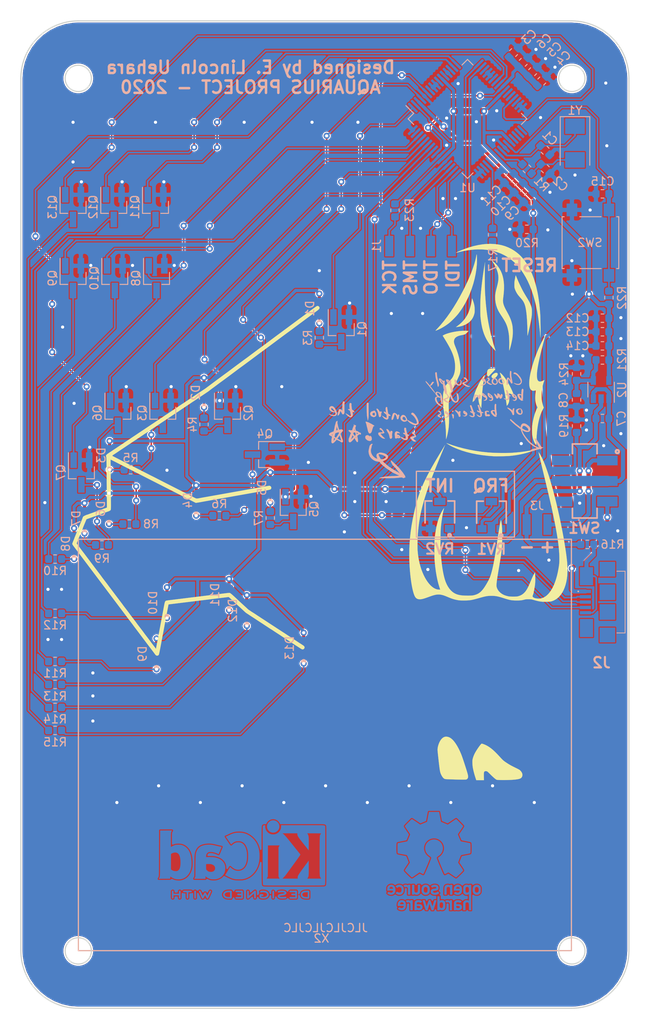
<source format=kicad_pcb>
(kicad_pcb (version 20171130) (host pcbnew 5.1.5-52549c5~84~ubuntu18.04.1)
  (title_block (title "Aquarius Project PCB") (date 2019-06-01) (rev 0.0.0) (comment 2 creativecommons.org/licenses/by/4.0/) (comment 3 "License: CC BY 4.0") (comment 4 "Author: Everton Lincoln Uehara"))
  (layers (0 F.Cu signal) (31 B.Cu signal) (34 B.Paste user) (35 F.Paste user) (36 B.SilkS user) (37 F.SilkS user) (38 B.Mask user) (39 F.Mask user) (44 Edge.Cuts user))
  (net 0 "")
  (net 1 "Net-(C1-Pad1)")
  (net 2 GNDD)
  (net 3 "Net-(C2-Pad1)")
  (net 4 "Net-(C3-Pad1)")
  (net 5 VBUS)
  (net 6 GNDPWR)
  (net 7 "Net-(C8-Pad1)")
  (net 8 +3V3)
  (net 9 /Inputs/RST)
  (net 10 "Net-(D1-Pad1)")
  (net 11 /Inputs/LED_PWR)
  (net 12 "Net-(D2-Pad1)")
  (net 13 "Net-(D3-Pad1)")
  (net 14 "Net-(D4-Pad1)")
  (net 15 "Net-(D5-Pad1)")
  (net 16 "Net-(D6-Pad1)")
  (net 17 "Net-(D7-Pad1)")
  (net 18 "Net-(D8-Pad1)")
  (net 19 "Net-(D9-Pad1)")
  (net 20 "Net-(D10-Pad1)")
  (net 21 "Net-(D11-Pad1)")
  (net 22 "Net-(D12-Pad1)")
  (net 23 "Net-(D13-Pad1)")
  (net 24 /Inputs/TMS)
  (net 25 /Inputs/TDI)
  (net 26 /Inputs/TCK)
  (net 27 /Inputs/TDO)
  (net 28 /Inputs/USB_PWR)
  (net 29 "Net-(J2-Pad4)")
  (net 30 "Net-(J2-Pad5)")
  (net 31 "Net-(J3-Pad1)")
  (net 32 /Leds/Stars/LED0)
  (net 33 "Net-(Q1-Pad3)")
  (net 34 "Net-(Q2-Pad3)")
  (net 35 /Leds/Stars/LED1)
  (net 36 "Net-(Q3-Pad3)")
  (net 37 /Leds/Stars/LED2)
  (net 38 /Leds/Stars/LED3)
  (net 39 "Net-(Q4-Pad3)")
  (net 40 "Net-(Q5-Pad3)")
  (net 41 /Leds/Stars/LED4)
  (net 42 /Leds/Stars/LED5)
  (net 43 "Net-(Q6-Pad3)")
  (net 44 "Net-(Q7-Pad3)")
  (net 45 /Leds/Stars/LED6)
  (net 46 "Net-(Q8-Pad3)")
  (net 47 /Leds/Stars/LED7)
  (net 48 /Leds/Stars/LED8)
  (net 49 "Net-(Q9-Pad3)")
  (net 50 /Leds/Stars/LED9)
  (net 51 "Net-(Q10-Pad3)")
  (net 52 /Leds/Stars/LED10)
  (net 53 "Net-(Q11-Pad3)")
  (net 54 "Net-(Q12-Pad3)")
  (net 55 /Leds/Stars/LED11)
  (net 56 /Leds/Stars/LED12)
  (net 57 "Net-(Q13-Pad3)")
  (net 58 "Net-(R1-Pad1)")
  (net 59 /Inputs/PB0)
  (net 60 GNDA)
  (net 61 /Inputs/POT00)
  (net 62 /Inputs/D-)
  (net 63 /Inputs/D+)
  (module aquarius:choose_indication (layer B.Cu) (at 170.688 80.518 180)
    (fp_text reference X5 hide)
    (fp_text value choose_indication hide)
  )
  (module aquarius:control_indication (layer B.Cu) (at 157.0355 84.0105 180)
    (fp_text reference X6 hide)
    (fp_text value control_indication hide)
  )
  (module Package_QFP:LQFP-64_10x10mm_P0.5mm (layer B.Cu) (at 168.657392 44.931946 315)
    (fp_text reference U1 (at 5.926447 5.928416) (layer B.SilkS) (effects (justify mirror)))
    (fp_text value TM4C1231C3PM)
    (pad 1 smd roundrect (at -5.675 3.75 315) (size 1.55 0.3) (layers B.Cu B.Paste B.Mask) (net 32 /Leds/Stars/LED0))
    (pad 2 smd roundrect (at -5.675 3.25 315) (size 1.55 0.3) (layers B.Cu B.Paste B.Mask) (net 8 +3V3))
    (pad 3 smd roundrect (at -5.675 2.75 315) (size 1.55 0.3) (layers B.Cu B.Paste B.Mask) (net 60 GNDA))
    (pad 4 smd roundrect (at -5.675 2.25 315) (size 1.55 0.3) (layers B.Cu B.Paste B.Mask) (net 35 /Leds/Stars/LED1))
    (pad 5 smd roundrect (at -5.675 1.75 315) (size 1.55 0.3) (layers B.Cu B.Paste B.Mask) (net 2 GNDD))
    (pad 6 smd roundrect (at -5.675 1.25 315) (size 1.55 0.3) (layers B.Cu B.Paste B.Mask) (net 61 /Inputs/POT00))
    (pad 7 smd roundrect (at -5.675 0.75 315) (size 1.55 0.3) (layers B.Cu B.Paste B.Mask) (net 2 GNDD))
    (pad 8 smd roundrect (at -5.675 0.25 315) (size 1.55 0.3) (layers B.Cu B.Paste B.Mask) (net 2 GNDD))
    (pad 9 smd roundrect (at -5.675 -0.25 315) (size 1.55 0.3) (layers B.Cu B.Paste B.Mask) (net 2 GNDD))
    (pad 10 smd roundrect (at -5.675 -0.75 315) (size 1.55 0.3) (layers B.Cu B.Paste B.Mask) (net 2 GNDD))
    (pad 11 smd roundrect (at -5.675 -1.25 315) (size 1.55 0.3) (layers B.Cu B.Paste B.Mask) (net 8 +3V3))
    (pad 12 smd roundrect (at -5.675 -1.75 315) (size 1.55 0.3) (layers B.Cu B.Paste B.Mask) (net 2 GNDD))
    (pad 13 smd roundrect (at -5.675 -2.25 315) (size 1.55 0.3) (layers B.Cu B.Paste B.Mask) (net 2 GNDD))
    (pad 14 smd roundrect (at -5.675 -2.75 315) (size 1.55 0.3) (layers B.Cu B.Paste B.Mask) (net 2 GNDD))
    (pad 15 smd roundrect (at -5.675 -3.25 315) (size 1.55 0.3) (layers B.Cu B.Paste B.Mask) (net 47 /Leds/Stars/LED7))
    (pad 16 smd roundrect (at -5.675 -3.75 315) (size 1.55 0.3) (layers B.Cu B.Paste B.Mask) (net 45 /Leds/Stars/LED6))
    (pad 17 smd roundrect (at -3.75 -5.675 315) (size 0.3 1.55) (layers B.Cu B.Paste B.Mask) (net 63 /Inputs/D+))
    (pad 18 smd roundrect (at -3.25 -5.675 315) (size 0.3 1.55) (layers B.Cu B.Paste B.Mask) (net 62 /Inputs/D-))
    (pad 19 smd roundrect (at -2.75 -5.675 315) (size 0.3 1.55) (layers B.Cu B.Paste B.Mask) (net 2 GNDD))
    (pad 20 smd roundrect (at -2.25 -5.675 315) (size 0.3 1.55) (layers B.Cu B.Paste B.Mask) (net 2 GNDD))
    (pad 21 smd roundrect (at -1.75 -5.675 315) (size 0.3 1.55) (layers B.Cu B.Paste B.Mask) (net 2 GNDD))
    (pad 22 smd roundrect (at -1.25 -5.675 315) (size 0.3 1.55) (layers B.Cu B.Paste B.Mask) (net 2 GNDD))
    (pad 23 smd roundrect (at -0.75 -5.675 315) (size 0.3 1.55) (layers B.Cu B.Paste B.Mask) (net 52 /Leds/Stars/LED10))
    (pad 24 smd roundrect (at -0.25 -5.675 315) (size 0.3 1.55) (layers B.Cu B.Paste B.Mask) (net 55 /Leds/Stars/LED11))
    (pad 25 smd roundrect (at 0.25 -5.675 315) (size 0.3 1.55) (layers B.Cu B.Paste B.Mask) (net 4 "Net-(C3-Pad1)"))
    (pad 26 smd roundrect (at 0.75 -5.675 315) (size 0.3 1.55) (layers B.Cu B.Paste B.Mask) (net 8 +3V3))
    (pad 27 smd roundrect (at 1.25 -5.675 315) (size 0.3 1.55) (layers B.Cu B.Paste B.Mask) (net 2 GNDD))
    (pad 28 smd roundrect (at 1.75 -5.675 315) (size 0.3 1.55) (layers B.Cu B.Paste B.Mask) (net 2 GNDD))
    (pad 29 smd roundrect (at 2.25 -5.675 315) (size 0.3 1.55) (layers B.Cu B.Paste B.Mask) (net 56 /Leds/Stars/LED12))
    (pad 30 smd roundrect (at 2.75 -5.675 315) (size 0.3 1.55) (layers B.Cu B.Paste B.Mask) (net 2 GNDD))
    (pad 31 smd roundrect (at 3.25 -5.675 315) (size 0.3 1.55) (layers B.Cu B.Paste B.Mask) (net 2 GNDD))
    (pad 32 smd roundrect (at 3.75 -5.675 315) (size 0.3 1.55) (layers B.Cu B.Paste B.Mask) (net 2 GNDD))
    (pad 33 smd roundrect (at 5.675 -3.75 315) (size 1.55 0.3) (layers B.Cu B.Paste B.Mask))
    (pad 34 smd roundrect (at 5.675 -3.25 315) (size 1.55 0.3) (layers B.Cu B.Paste B.Mask) (net 2 GNDD))
    (pad 35 smd roundrect (at 5.675 -2.75 315) (size 1.55 0.3) (layers B.Cu B.Paste B.Mask) (net 2 GNDD))
    (pad 36 smd roundrect (at 5.675 -2.25 315) (size 1.55 0.3) (layers B.Cu B.Paste B.Mask))
    (pad 37 smd roundrect (at 5.675 -1.75 315) (size 1.55 0.3) (layers B.Cu B.Paste B.Mask) (net 8 +3V3))
    (pad 38 smd roundrect (at 5.675 -1.25 315) (size 1.55 0.3) (layers B.Cu B.Paste B.Mask) (net 9 /Inputs/RST))
    (pad 39 smd roundrect (at 5.675 -0.75 315) (size 1.55 0.3) (layers B.Cu B.Paste B.Mask) (net 2 GNDD))
    (pad 40 smd roundrect (at 5.675 -0.25 315) (size 1.55 0.3) (layers B.Cu B.Paste B.Mask) (net 1 "Net-(C1-Pad1)"))
    (pad 41 smd roundrect (at 5.675 0.25 315) (size 1.55 0.3) (layers B.Cu B.Paste B.Mask) (net 58 "Net-(R1-Pad1)"))
    (pad 42 smd roundrect (at 5.675 0.75 315) (size 1.55 0.3) (layers B.Cu B.Paste B.Mask) (net 8 +3V3))
    (pad 43 smd roundrect (at 5.675 1.25 315) (size 1.55 0.3) (layers B.Cu B.Paste B.Mask) (net 2 GNDD))
    (pad 44 smd roundrect (at 5.675 1.75 315) (size 1.55 0.3) (layers B.Cu B.Paste B.Mask) (net 2 GNDD))
    (pad 45 smd roundrect (at 5.675 2.25 315) (size 1.55 0.3) (layers B.Cu B.Paste B.Mask) (net 59 /Inputs/PB0))
    (pad 46 smd roundrect (at 5.675 2.75 315) (size 1.55 0.3) (layers B.Cu B.Paste B.Mask) (net 2 GNDD))
    (pad 47 smd roundrect (at 5.675 3.25 315) (size 1.55 0.3) (layers B.Cu B.Paste B.Mask) (net 2 GNDD))
    (pad 48 smd roundrect (at 5.675 3.75 315) (size 1.55 0.3) (layers B.Cu B.Paste B.Mask) (net 2 GNDD))
    (pad 49 smd roundrect (at 3.75 5.675 315) (size 0.3 1.55) (layers B.Cu B.Paste B.Mask) (net 27 /Inputs/TDO))
    (pad 50 smd roundrect (at 3.25 5.675 315) (size 0.3 1.55) (layers B.Cu B.Paste B.Mask) (net 25 /Inputs/TDI))
    (pad 51 smd roundrect (at 2.75 5.675 315) (size 0.3 1.55) (layers B.Cu B.Paste B.Mask) (net 24 /Inputs/TMS))
    (pad 52 smd roundrect (at 2.25 5.675 315) (size 0.3 1.55) (layers B.Cu B.Paste B.Mask) (net 26 /Inputs/TCK))
    (pad 53 smd roundrect (at 1.75 5.675 315) (size 0.3 1.55) (layers B.Cu B.Paste B.Mask) (net 2 GNDD))
    (pad 54 smd roundrect (at 1.25 5.675 315) (size 0.3 1.55) (layers B.Cu B.Paste B.Mask) (net 8 +3V3))
    (pad 55 smd roundrect (at 0.75 5.675 315) (size 0.3 1.55) (layers B.Cu B.Paste B.Mask) (net 2 GNDD))
    (pad 56 smd roundrect (at 0.25 5.675 315) (size 0.3 1.55) (layers B.Cu B.Paste B.Mask) (net 4 "Net-(C3-Pad1)"))
    (pad 57 smd roundrect (at -0.25 5.675 315) (size 0.3 1.55) (layers B.Cu B.Paste B.Mask) (net 38 /Leds/Stars/LED3))
    (pad 58 smd roundrect (at -0.75 5.675 315) (size 0.3 1.55) (layers B.Cu B.Paste B.Mask) (net 37 /Leds/Stars/LED2))
    (pad 59 smd roundrect (at -1.25 5.675 315) (size 0.3 1.55) (layers B.Cu B.Paste B.Mask) (net 41 /Leds/Stars/LED4))
    (pad 60 smd roundrect (at -1.75 5.675 315) (size 0.3 1.55) (layers B.Cu B.Paste B.Mask) (net 42 /Leds/Stars/LED5))
    (pad 61 smd roundrect (at -2.25 5.675 315) (size 0.3 1.55) (layers B.Cu B.Paste B.Mask) (net 48 /Leds/Stars/LED8))
    (pad 62 smd roundrect (at -2.75 5.675 315) (size 0.3 1.55) (layers B.Cu B.Paste B.Mask) (net 50 /Leds/Stars/LED9))
    (pad 63 smd roundrect (at -3.25 5.675 315) (size 0.3 1.55) (layers B.Cu B.Paste B.Mask) (net 2 GNDD))
    (pad 64 smd roundrect (at -3.75 5.675 315) (size 0.3 1.55) (layers B.Cu B.Paste B.Mask) (net 2 GNDD))
  )
  (module aquarius:LED_STAR_0603 (layer F.Cu) (at 130.81 109.944 90)
    (fp_text reference D9 (at 0 -1.7145 90) (layer B.SilkS) (effects (justify mirror)))
    (fp_text value LED)
    (pad 1 smd roundrect (at -0.7875 0 90) (size 0.875 0.95) (layers F.Cu F.Paste F.Mask) (net 19 "Net-(D9-Pad1)"))
    (pad 2 smd roundrect (at 0.7875 0 90) (size 0.875 0.95) (layers F.Cu F.Paste F.Mask) (net 11 /Inputs/LED_PWR))
  )
  (module aquarius:LED_STAR_0603 (layer F.Cu) (at 132.08 103.7335 90)
    (fp_text reference D10 (at 0 -1.7145 90) (layer B.SilkS) (effects (justify mirror)))
    (fp_text value LED)
    (pad 1 smd roundrect (at -0.7875 0 90) (size 0.875 0.95) (layers F.Cu F.Paste F.Mask) (net 20 "Net-(D10-Pad1)"))
    (pad 2 smd roundrect (at 0.7875 0 90) (size 0.875 0.95) (layers F.Cu F.Paste F.Mask) (net 11 /Inputs/LED_PWR))
  )
  (module aquarius:LED_STAR_0603 (layer F.Cu) (at 139.6365 102.781 90)
    (fp_text reference D11 (at 0 -1.7145 90) (layer B.SilkS) (effects (justify mirror)))
    (fp_text value LED)
    (pad 1 smd roundrect (at -0.7875 0 90) (size 0.875 0.95) (layers F.Cu F.Paste F.Mask) (net 21 "Net-(D11-Pad1)"))
    (pad 2 smd roundrect (at 0.7875 0 90) (size 0.875 0.95) (layers F.Cu F.Paste F.Mask) (net 11 /Inputs/LED_PWR))
  )
  (module aquarius:LED_STAR_0603 (layer F.Cu) (at 141.7955 104.686 90)
    (fp_text reference D12 (at 0 -1.7145 90) (layer B.SilkS) (effects (justify mirror)))
    (fp_text value LED)
    (pad 1 smd roundrect (at -0.7875 0 90) (size 0.875 0.95) (layers F.Cu F.Paste F.Mask) (net 22 "Net-(D12-Pad1)"))
    (pad 2 smd roundrect (at 0.7875 0 90) (size 0.875 0.95) (layers F.Cu F.Paste F.Mask) (net 11 /Inputs/LED_PWR))
  )
  (module aquarius:LED_STAR_0603 (layer F.Cu) (at 148.717 109.22 90)
    (fp_text reference D13 (at 0 -1.7145 90) (layer B.SilkS) (effects (justify mirror)))
    (fp_text value LED)
    (pad 1 smd roundrect (at -0.7875 0 90) (size 0.875 0.95) (layers F.Cu F.Paste F.Mask) (net 23 "Net-(D13-Pad1)"))
    (pad 2 smd roundrect (at 0.7875 0 90) (size 0.875 0.95) (layers F.Cu F.Paste F.Mask) (net 11 /Inputs/LED_PWR))
  )
  (module aquarius:LED_STAR_0603 (layer F.Cu) (at 120.777 96.5455 90)
    (fp_text reference D8 (at 0 -1.016 90) (layer B.SilkS) (effects (justify mirror)))
    (fp_text value LED)
    (pad 1 smd roundrect (at -0.7875 0 90) (size 0.875 0.95) (layers F.Cu F.Paste F.Mask) (net 18 "Net-(D8-Pad1)"))
    (pad 2 smd roundrect (at 0.7875 0 90) (size 0.875 0.95) (layers F.Cu F.Paste F.Mask) (net 11 /Inputs/LED_PWR))
  )
  (module aquarius:LED_STAR_0603 (layer F.Cu) (at 122.047 93.472 90)
    (fp_text reference D7 (at 0 -1.016 90) (layer B.SilkS) (effects (justify mirror)))
    (fp_text value LED)
    (pad 1 smd roundrect (at -0.7875 0 90) (size 0.875 0.95) (layers F.Cu F.Paste F.Mask) (net 17 "Net-(D7-Pad1)"))
    (pad 2 smd roundrect (at 0.7875 0 90) (size 0.875 0.95) (layers F.Cu F.Paste F.Mask) (net 11 /Inputs/LED_PWR))
  )
  (module aquarius:LED_STAR_0603 (layer F.Cu) (at 125.0315 92.3035 90)
    (fp_text reference D6 (at 0 -1.016 90) (layer B.SilkS) (effects (justify mirror)))
    (fp_text value LED)
    (pad 1 smd roundrect (at -0.7875 0 90) (size 0.875 0.95) (layers F.Cu F.Paste F.Mask) (net 16 "Net-(D6-Pad1)"))
    (pad 2 smd roundrect (at 0.7875 0 90) (size 0.875 0.95) (layers F.Cu F.Paste F.Mask) (net 11 /Inputs/LED_PWR))
  )
  (module aquarius:LED_STAR_0603 (layer F.Cu) (at 144.653 89.751 90)
    (fp_text reference D5 (at 0 -1.016 90) (layer B.SilkS) (effects (justify mirror)))
    (fp_text value LED)
    (pad 1 smd roundrect (at -0.7875 0 90) (size 0.875 0.95) (layers F.Cu F.Paste F.Mask) (net 15 "Net-(D5-Pad1)"))
    (pad 2 smd roundrect (at 0.7875 0 90) (size 0.875 0.95) (layers F.Cu F.Paste F.Mask) (net 11 /Inputs/LED_PWR))
  )
  (module aquarius:LED_STAR_0603 (layer F.Cu) (at 135.636 91.2875 90)
    (fp_text reference D4 (at 0 -1.016 90) (layer B.SilkS) (effects (justify mirror)))
    (fp_text value LED)
    (pad 1 smd roundrect (at -0.7875 0 90) (size 0.875 0.95) (layers F.Cu F.Paste F.Mask) (net 14 "Net-(D4-Pad1)"))
    (pad 2 smd roundrect (at 0.7875 0 90) (size 0.875 0.95) (layers F.Cu F.Paste F.Mask) (net 11 /Inputs/LED_PWR))
  )
  (module aquarius:LED_STAR_0603 (layer F.Cu) (at 125.095 85.814 90)
    (fp_text reference D3 (at 0 -1.016 90) (layer B.SilkS) (effects (justify mirror)))
    (fp_text value LED)
    (pad 1 smd roundrect (at -0.7875 0 90) (size 0.875 0.95) (layers F.Cu F.Paste F.Mask) (net 13 "Net-(D3-Pad1)"))
    (pad 2 smd roundrect (at 0.7875 0 90) (size 0.875 0.95) (layers F.Cu F.Paste F.Mask) (net 11 /Inputs/LED_PWR))
  )
  (module aquarius:LED_STAR_0603 (layer F.Cu) (at 136.5885 78.194 90)
    (fp_text reference D2 (at 0 -1.016 90) (layer B.SilkS) (effects (justify mirror)))
    (fp_text value LED)
    (pad 1 smd roundrect (at -0.7875 0 90) (size 0.875 0.95) (layers F.Cu F.Paste F.Mask) (net 12 "Net-(D2-Pad1)"))
    (pad 2 smd roundrect (at 0.7875 0 90) (size 0.875 0.95) (layers F.Cu F.Paste F.Mask) (net 11 /Inputs/LED_PWR))
  )
  (module aquarius:LED_STAR_0603 (layer F.Cu) (at 150.622 67.9705 90)
    (fp_text reference D1 (at 0 -1.143 90) (layer B.SilkS) (effects (justify mirror)))
    (fp_text value LED)
    (pad 1 smd roundrect (at -0.7875 0 90) (size 0.875 0.95) (layers F.Cu F.Paste F.Mask) (net 10 "Net-(D1-Pad1)"))
    (pad 2 smd roundrect (at 0.7875 0 90) (size 0.875 0.95) (layers F.Cu F.Paste F.Mask) (net 11 /Inputs/LED_PWR))
  )
  (module Symbol:OSHW-Logo_11.4x12mm_Copper (layer B.Cu) (at 164.592 135.128 180)
    (fp_text reference X4 hide)
    (fp_text value OpenSourceHardware hide)
    (fp_poly (pts (xy 0.746535 5.366828) (xy 0.859117 4.769637) (xy 1.274531 4.59839) (xy 1.689944 4.427143) (xy 2.188302 4.766022) (xy 2.327868 4.860378) (xy 2.454028 4.944625) (xy 2.560895 5.014917) (xy 2.642582 5.067408) (xy 2.693201 5.098251) (xy 2.706986 5.104902) (xy 2.73182 5.087797) (xy 2.784888 5.040511) (xy 2.86024 4.969083) (xy 2.951929 4.879555) (xy 3.054007 4.777966) (xy 3.160526 4.670357) (xy 3.265536 4.562768) (xy 3.363091 4.46124) (xy 3.447242 4.371814) (xy 3.51204 4.300529) (xy 3.551538 4.253427) (xy 3.56098 4.237663) (xy 3.547391 4.208602) (xy 3.509293 4.144934) (xy 3.450694 4.052888) (xy 3.375597 3.938691) (xy 3.288009 3.808571) (xy 3.237254 3.734354) (xy 3.144745 3.598833) (xy 3.06254 3.476539) (xy 2.99463 3.37356) (xy 2.945 3.295982) (xy 2.91764 3.249894) (xy 2.913529 3.240208) (xy 2.922849 3.212681) (xy 2.948254 3.148527) (xy 2.985911 3.056765) (xy 3.031986 2.946416) (xy 3.082646 2.8265) (xy 3.134059 2.706036) (xy 3.182389 2.594046) (xy 3.223806 2.499548) (xy 3.254474 2.431563) (xy 3.270562 2.399112) (xy 3.271511 2.397835) (xy 3.296772 2.391638) (xy 3.364046 2.377815) (xy 3.46636 2.357723) (xy 3.596741 2.332721) (xy 3.748216 2.304169) (xy 3.836594 2.287704) (xy 3.998452 2.256886) (xy 4.144649 2.227561) (xy 4.267787 2.201334) (xy 4.360469 2.179809) (xy 4.415301 2.16459) (xy 4.426323 2.159762) (xy 4.437119 2.127081) (xy 4.445829 2.05327) (xy 4.45246 1.946963) (xy 4.457018 1.816788) (xy 4.459509 1.671379) (xy 4.459938 1.519365) (xy 4.458311 1.369378) (xy 4.454635 1.230049) (xy 4.448915 1.11001) (xy 4.441158 1.01789) (xy 4.431368 0.962323) (xy 4.425496 0.950755) (xy 4.390399 0.93689) (xy 4.316028 0.917067) (xy 4.212223 0.893616) (xy 4.088819 0.868864) (xy 4.045741 0.860857) (xy 3.838047 0.822814) (xy 3.673984 0.792176) (xy 3.54813 0.767726) (xy 3.455065 0.748246) (xy 3.389367 0.732519) (xy 3.345617 0.719327) (xy 3.318392 0.707451) (xy 3.302272 0.695675) (xy 3.300017 0.693347) (xy 3.277503 0.655855) (xy 3.243158 0.58289) (xy 3.200411 0.483388) (xy 3.152692 0.366282) (xy 3.10343 0.240507) (xy 3.056055 0.114998) (xy 3.013995 -0.00131) (xy 2.98068 -0.099484) (xy 2.959541 -0.170588) (xy 2.954005 -0.205687) (xy 2.954466 -0.206917) (xy 2.973223 -0.235606) (xy 3.015776 -0.29873) (xy 3.077653 -0.389718) (xy 3.154382 -0.502) (xy 3.241491 -0.629005) (xy 3.266299 -0.665098) (xy 3.354753 -0.795948) (xy 3.432588 -0.915336) (xy 3.495566 -1.016407) (xy 3.539445 -1.092304) (xy 3.559985 -1.136172) (xy 3.56098 -1.141562) (xy 3.543722 -1.169889) (xy 3.496036 -1.226006) (xy 3.42405 -1.303882) (xy 3.333897 -1.397485) (xy 3.231705 -1.500786) (xy 3.123606 -1.607751) (xy 3.015728 -1.712351) (xy 2.914204 -1.808554) (xy 2.825162 -1.890329) (xy 2.754733 -1.951645) (xy 2.709047 -1.986471) (xy 2.696409 -1.992157) (xy 2.666991 -1.978765) (xy 2.606761 -1.942644) (xy 2.52553 -1.889881) (xy 2.46303 -1.847412) (xy 2.349785 -1.769485) (xy 2.215674 -1.677729) (xy 2.081155 -1.58612) (xy 2.008833 -1.537091) (xy 1.764038 -1.371515) (xy 1.558551 -1.48262) (xy 1.464936 -1.531293) (xy 1.38533 -1.569126) (xy 1.331467 -1.590703) (xy 1.317757 -1.593706) (xy 1.30127 -1.571538) (xy 1.268745 -1.508894) (xy 1.222609 -1.411554) (xy 1.16529 -1.285294) (xy 1.099216 -1.135895) (xy 1.026815 -0.969133) (xy 0.950516 -0.790787) (xy 0.872746 -0.606636) (xy 0.795934 -0.422457) (xy 0.722506 -0.24403) (xy 0.654892 -0.077132) (xy 0.59552 0.072458) (xy 0.546816 0.198962) (xy 0.51121 0.296601) (xy 0.49113 0.359598) (xy 0.4879 0.381234) (xy 0.513496 0.408831) (xy 0.569539 0.45363) (xy 0.644311 0.506321) (xy 0.650587 0.51049) (xy 0.843845 0.665186) (xy 0.999674 0.845664) (xy 1.116724 1.046153) (xy 1.193645 1.260881) (xy 1.229086 1.484078) (xy 1.221697 1.709974) (xy 1.170127 1.932796) (xy 1.073026 2.146776) (xy 1.044458 2.193591) (xy 0.895868 2.382637) (xy 0.720327 2.534443) (xy 0.52391 2.648221) (xy 0.312693 2.72318) (xy 0.092753 2.758533) (xy -0.129837 2.753488) (xy -0.348999 2.707256) (xy -0.558658 2.619049) (xy -0.752739 2.488076) (xy -0.812774 2.434918) (xy -0.965565 2.268516) (xy -1.076903 2.093343) (xy -1.153277 1.896989) (xy -1.195813 1.702538) (xy -1.206314 1.483913) (xy -1.171299 1.264203) (xy -1.094327 1.050835) (xy -0.978953 0.851233) (xy -0.828734 0.672826) (xy -0.647227 0.523038) (xy -0.623373 0.507249) (xy -0.547799 0.455543) (xy -0.490349 0.410743) (xy -0.462883 0.382138) (xy -0.462483 0.381234) (xy -0.46838 0.350291) (xy -0.491755 0.280064) (xy -0.530179 0.17633) (xy -0.581223 0.044865) (xy -0.642458 -0.108552) (xy -0.711456 -0.278146) (xy -0.785786 -0.458138) (xy -0.863022 -0.642753) (xy -0.940732 -0.826213) (xy -1.016489 -1.002741) (xy -1.087863 -1.166559) (xy -1.152426 -1.311892) (xy -1.207748 -1.432962) (xy -1.2514 -1.523992) (xy -1.280954 -1.579205) (xy -1.292856 -1.593706) (xy -1.329223 -1.582414) (xy -1.39727 -1.55213) (xy -1.485263 -1.508265) (xy -1.533649 -1.48262) (xy -1.739137 -1.371515) (xy -1.983932 -1.537091) (xy -2.108894 -1.621915) (xy -2.245705 -1.715261) (xy -2.373911 -1.803153) (xy -2.438129 -1.847412) (xy -2.528449 -1.908063) (xy -2.604929 -1.956126) (xy -2.657593 -1.985515) (xy -2.674698 -1.991727) (xy -2.699595 -1.974968) (xy -2.754695 -1.928181) (xy -2.834657 -1.856225) (xy -2.934139 -1.763957) (xy -3.0478 -1.656235) (xy -3.119685 -1.587071) (xy -3.245449 -1.463502) (xy -3.354137 -1.352979) (xy -3.441355 -1.26023) (xy -3.502711 -1.189982) (xy -3.533809 -1.146965) (xy -3.536792 -1.138235) (xy -3.522947 -1.105029) (xy -3.484688 -1.037887) (xy -3.426258 -0.943608) (xy -3.351903 -0.82899) (xy -3.265865 -0.700828) (xy -3.241397 -0.665098) (xy -3.152245 -0.535234) (xy -3.072262 -0.418314) (xy -3.00592 -0.320907) (xy -2.957689 -0.249584) (xy -2.932043 -0.210915) (xy -2.929565 -0.206917) (xy -2.933271 -0.1761) (xy -2.952939 -0.108344) (xy -2.98514 -0.012584) (xy -3.026445 0.102246) (xy -3.073425 0.227211) (xy -3.122651 0.353376) (xy -3.170692 0.471807) (xy -3.214119 0.57357) (xy -3.249504 0.649729) (xy -3.273416 0.691351) (xy -3.275116 0.693347) (xy -3.289738 0.705242) (xy -3.314435 0.717005) (xy -3.354628 0.729854) (xy -3.415737 0.745006) (xy -3.503183 0.763679) (xy -3.622388 0.78709) (xy -3.778773 0.816458) (xy -3.977757 0.853) (xy -4.02084 0.860857) (xy -4.148529 0.885528) (xy -4.259847 0.909662) (xy -4.344955 0.930931) (xy -4.394017 0.947007) (xy -4.400595 0.950755) (xy -4.411436 0.983982) (xy -4.420247 1.058234) (xy -4.427024 1.164879) (xy -4.43176 1.295288) (xy -4.43445 1.440828) (xy -4.435087 1.592869) (xy -4.433666 1.742779) (xy -4.43018 1.881927) (xy -4.424624 2.001683) (xy -4.416992 2.093414) (xy -4.407278 2.148489) (xy -4.401422 2.159762) (xy -4.36882 2.171132) (xy -4.294582 2.189631) (xy -4.186104 2.213653) (xy -4.050783 2.241593) (xy -3.896015 2.271847) (xy -3.811692 2.287704) (xy -3.651704 2.317611) (xy -3.509033 2.344705) (xy -3.390652 2.367624) (xy -3.303535 2.385012) (xy -3.254655 2.395508) (xy -3.24661 2.397835) (xy -3.233013 2.424069) (xy -3.204271 2.48726) (xy -3.164215 2.578378) (xy -3.116676 2.688398) (xy -3.065485 2.80829) (xy -3.014474 2.929028) (xy -2.967474 3.041584) (xy -2.928316 3.136929) (xy -2.900831 3.206038) (xy -2.888851 3.239881) (xy -2.888628 3.24136) (xy -2.902209 3.268058) (xy -2.940285 3.329495) (xy -2.998853 3.419566) (xy -3.073912 3.532165) (xy -3.16146 3.661185) (xy -3.212353 3.735294) (xy -3.305091 3.871178) (xy -3.387459 3.994546) (xy -3.455439 4.099158) (xy -3.505012 4.178772) (xy -3.532158 4.227148) (xy -3.536079 4.237993) (xy -3.519225 4.263235) (xy -3.472632 4.317131) (xy -3.402251 4.393642) (xy -3.314035 4.486732) (xy -3.213935 4.59036) (xy -3.107902 4.698491) (xy -3.001889 4.805085) (xy -2.901848 4.904105) (xy -2.81373 4.989513) (xy -2.743487 5.05527) (xy -2.697072 5.095339) (xy -2.681544 5.104902) (xy -2.656261 5.091455) (xy -2.595789 5.05368) (xy -2.506008 4.99542) (xy -2.392797 4.920521) (xy -2.262036 4.83283) (xy -2.1634 4.766022) (xy -1.665043 4.427143) (xy -1.249629 4.59839) (xy -0.834216 4.769637) (xy -0.721634 5.366828) (xy -0.609051 5.96402) (xy 0.633952 5.96402) (xy 0.746535 5.366828)) (layer B.Cu) (width 0.01))
    (fp_poly (pts (xy 3.563637 -2.887472) (xy 3.64929 -2.913641) (xy 3.704437 -2.946707) (xy 3.722401 -2.972855) (xy 3.717457 -3.003852) (xy 3.685372 -3.052547) (xy 3.658243 -3.087035) (xy 3.602317 -3.149383) (xy 3.560299 -3.175615) (xy 3.52448 -3.173903) (xy 3.418224 -3.146863) (xy 3.340189 -3.148091) (xy 3.27682 -3.178735) (xy 3.255546 -3.19667) (xy 3.187451 -3.259779) (xy 3.187451 -4.083922) (xy 2.913529 -4.083922) (xy 2.913529 -2.888628) (xy 3.05049 -2.888628) (xy 3.132719 -2.891879) (xy 3.175144 -2.903426) (xy 3.187445 -2.925952) (xy 3.187451 -2.92662) (xy 3.19326 -2.950215) (xy 3.219531 -2.947138) (xy 3.255931 -2.930115) (xy 3.331111 -2.898439) (xy 3.392158 -2.879381) (xy 3.470708 -2.874496) (xy 3.563637 -2.887472)) (layer B.Cu) (width 0.01))
    (fp_poly (pts (xy -1.49324 -2.909199) (xy -1.431264 -2.938802) (xy -1.371241 -2.981561) (xy -1.325514 -3.030775) (xy -1.292207 -3.093544) (xy -1.269445 -3.176971) (xy -1.255353 -3.288159) (xy -1.248058 -3.434209) (xy -1.245682 -3.622223) (xy -1.245645 -3.641912) (xy -1.245098 -4.083922) (xy -1.51902 -4.083922) (xy -1.51902 -3.676435) (xy -1.519215 -3.525471) (xy -1.520564 -3.416056) (xy -1.524212 -3.339933) (xy -1.531304 -3.288848) (xy -1.542987 -3.254545) (xy -1.560406 -3.228768) (xy -1.584671 -3.203298) (xy -1.669565 -3.148571) (xy -1.762239 -3.138416) (xy -1.850527 -3.173017) (xy -1.88123 -3.19877) (xy -1.903771 -3.222982) (xy -1.919954 -3.248912) (xy -1.930832 -3.284708) (xy -1.937458 -3.338519) (xy -1.940885 -3.418493) (xy -1.942166 -3.532779) (xy -1.942353 -3.671907) (xy -1.942353 -4.083922) (xy -2.216275 -4.083922) (xy -2.216275 -2.888628) (xy -2.079314 -2.888628) (xy -1.997084 -2.891879) (xy -1.95466 -2.903426) (xy -1.942359 -2.925952) (xy -1.942353 -2.92662) (xy -1.936646 -2.948681) (xy -1.911473 -2.946177) (xy -1.861422 -2.921937) (xy -1.747906 -2.886271) (xy -1.618055 -2.882305) (xy -1.49324 -2.909199)) (layer B.Cu) (width 0.01))
    (fp_poly (pts (xy 5.303287 -2.884355) (xy 5.367051 -2.899845) (xy 5.4893 -2.956569) (xy 5.593834 -3.043202) (xy 5.66618 -3.147074) (xy 5.676119 -3.170396) (xy 5.689754 -3.231484) (xy 5.699298 -3.321853) (xy 5.702549 -3.41319) (xy 5.702549 -3.585882) (xy 5.34147 -3.585882) (xy 5.192546 -3.586445) (xy 5.087632 -3.589864) (xy 5.020937 -3.598731) (xy 4.986666 -3.615641) (xy 4.979028 -3.643189) (xy 4.992229 -3.683968) (xy 5.015877 -3.731683) (xy 5.081843 -3.811314) (xy 5.173512 -3.850987) (xy 5.285555 -3.849695) (xy 5.412472 -3.806514) (xy 5.522158 -3.753224) (xy 5.613173 -3.825191) (xy 5.704188 -3.897157) (xy 5.618563 -3.976269) (xy 5.50425 -4.051017) (xy 5.363666 -4.096084) (xy 5.212449 -4.108696) (xy 5.066236 -4.086079) (xy 5.042647 -4.078405) (xy 4.914141 -4.011296) (xy 4.818551 -3.911247) (xy 4.753861 -3.775271) (xy 4.718057 -3.60038) (xy 4.71764 -3.596632) (xy 4.714434 -3.406032) (xy 4.727393 -3.338035) (xy 4.980392 -3.338035) (xy 5.003627 -3.348491) (xy 5.06671 -3.3565) (xy 5.159706 -3.361073) (xy 5.218638 -3.361765) (xy 5.328537 -3.361332) (xy 5.397252 -3.358578) (xy 5.433405 -3.351321) (xy 5.445615 -3.337376) (xy 5.442504 -3.314562) (xy 5.439894 -3.305735) (xy 5.395344 -3.2228) (xy 5.325279 -3.15596) (xy 5.263446 -3.126589) (xy 5.181301 -3.128362) (xy 5.098062 -3.16499) (xy 5.028238 -3.225634) (xy 4.986337 -3.299456) (xy 4.980392 -3.338035) (xy 4.727393 -3.338035) (xy 4.746385 -3.238395) (xy 4.809773 -3.097711) (xy 4.900878 -2.987974) (xy 5.015978 -2.913174) (xy 5.151355 -2.877304) (xy 5.303287 -2.884355)) (layer B.Cu) (width 0.01))
    (fp_poly (pts (xy 4.390976 -2.899056) (xy 4.535256 -2.960348) (xy 4.580699 -2.990185) (xy 4.638779 -3.036036) (xy 4.675238 -3.072089) (xy 4.681568 -3.083832) (xy 4.663693 -3.109889) (xy 4.61795 -3.154105) (xy 4.581328 -3.184965) (xy 4.481088 -3.26552) (xy 4.401935 -3.198918) (xy 4.340769 -3.155921) (xy 4.281129 -3.141079) (xy 4.212872 -3.144704) (xy 4.104482 -3.171652) (xy 4.029872 -3.227587) (xy 3.98453 -3.318014) (xy 3.963947 -3.448435) (xy 3.963942 -3.448517) (xy 3.965722 -3.59429) (xy 3.993387 -3.701245) (xy 4.048571 -3.774064) (xy 4.086192 -3.798723) (xy 4.186105 -3.829431) (xy 4.292822 -3.829449) (xy 4.385669 -3.799655) (xy 4.407647 -3.785098) (xy 4.462765 -3.747914) (xy 4.505859 -3.74182) (xy 4.552335 -3.769496) (xy 4.603716 -3.819205) (xy 4.685046 -3.903116) (xy 4.594749 -3.977546) (xy 4.455236 -4.061549) (xy 4.297912 -4.102947) (xy 4.133503 -4.09995) (xy 4.025531 -4.0725) (xy 3.899331 -4.00462) (xy 3.798401 -3.897831) (xy 3.752548 -3.822451) (xy 3.71541 -3.714297) (xy 3.696827 -3.577318) (xy 3.696684 -3.428864) (xy 3.714865 -3.286281) (xy 3.751255 -3.166918) (xy 3.756987 -3.15468) (xy 3.841865 -3.034655) (xy 3.956782 -2.947267) (xy 4.092659 -2.894329) (xy 4.240417 -2.877654) (xy 4.390976 -2.899056)) (layer B.Cu) (width 0.01))
    (fp_poly (pts (xy 1.967254 -3.276245) (xy 1.969608 -3.458879) (xy 1.978207 -3.5976) (xy 1.99536 -3.698147) (xy 2.023374 -3.766254) (xy 2.064557 -3.807659) (xy 2.121217 -3.828097) (xy 2.191372 -3.833318) (xy 2.264848 -3.827468) (xy 2.320657 -3.806093) (xy 2.361109 -3.763458) (xy 2.388509 -3.693825) (xy 2.405167 -3.59146) (xy 2.413389 -3.450624) (xy 2.41549 -3.276245) (xy 2.41549 -2.888628) (xy 2.689411 -2.888628) (xy 2.689411 -4.083922) (xy 2.552451 -4.083922) (xy 2.469884 -4.080576) (xy 2.427368 -4.068826) (xy 2.41549 -4.04652) (xy 2.408336 -4.026654) (xy 2.379865 -4.030857) (xy 2.322476 -4.058971) (xy 2.190945 -4.102342) (xy 2.051438 -4.09927) (xy 1.917765 -4.052174) (xy 1.854108 -4.014971) (xy 1.805553 -3.974691) (xy 1.770081 -3.924291) (xy 1.745674 -3.856729) (xy 1.730313 -3.764965) (xy 1.721982 -3.641955) (xy 1.718662 -3.480659) (xy 1.718235 -3.355928) (xy 1.718235 -2.888628) (xy 1.967254 -2.888628) (xy 1.967254 -3.276245)) (layer B.Cu) (width 0.01))
    (fp_poly (pts (xy 1.209547 -2.903364) (xy 1.335502 -2.971959) (xy 1.434047 -3.080245) (xy 1.480478 -3.168315) (xy 1.500412 -3.246101) (xy 1.513328 -3.356993) (xy 1.518863 -3.484738) (xy 1.516654 -3.613084) (xy 1.506337 -3.725779) (xy 1.494286 -3.785969) (xy 1.453634 -3.868311) (xy 1.38323 -3.95577) (xy 1.298382 -4.032251) (xy 1.214397 -4.081655) (xy 1.212349 -4.082439) (xy 1.108134 -4.104027) (xy 0.984627 -4.104562) (xy 0.867261 -4.084908) (xy 0.821942 -4.069155) (xy 0.70522 -4.002966) (xy 0.621624 -3.916246) (xy 0.566701 -3.801438) (xy 0.535995 -3.650982) (xy 0.529047 -3.572173) (xy 0.529933 -3.473145) (xy 0.796862 -3.473145) (xy 0.805854 -3.617645) (xy 0.831736 -3.72776) (xy 0.872868 -3.798116) (xy 0.902172 -3.818235) (xy 0.977251 -3.832265) (xy 1.066494 -3.828111) (xy 1.14365 -3.807922) (xy 1.163883 -3.796815) (xy 1.217265 -3.732123) (xy 1.2525 -3.633119) (xy 1.267498 -3.512632) (xy 1.260172 -3.383494) (xy 1.243799 -3.305775) (xy 1.19679 -3.215771) (xy 1.122582 -3.159509) (xy 1.033209 -3.140057) (xy 0.940707 -3.160481) (xy 0.869653 -3.210437) (xy 0.832312 -3.251655) (xy 0.810518 -3.292281) (xy 0.80013 -3.347264) (xy 0.797006 -3.431549) (xy 0.796862 -3.473145) (xy 0.529933 -3.473145) (xy 0.53093 -3.361874) (xy 0.56518 -3.189423) (xy 0.631802 -3.054814) (xy 0.730799 -2.95804) (xy 0.862175 -2.899094) (xy 0.890385 -2.892259) (xy 1.059926 -2.876213) (xy 1.209547 -2.903364)) (layer B.Cu) (width 0.01))
    (fp_poly (pts (xy 0.027759 -2.884345) (xy 0.122059 -2.902229) (xy 0.21989 -2.939633) (xy 0.230343 -2.944402) (xy 0.304531 -2.983412) (xy 0.35591 -3.019664) (xy 0.372517 -3.042887) (xy 0.356702 -3.080761) (xy 0.318288 -3.136644) (xy 0.301237 -3.157505) (xy 0.230969 -3.239618) (xy 0.140379 -3.186168) (xy 0.054164 -3.150561) (xy -0.045451 -3.131529) (xy -0.140981 -3.130326) (xy -0.214939 -3.14821) (xy -0.232688 -3.159373) (xy -0.266488 -3.210553) (xy -0.270596 -3.269509) (xy -0.245304 -3.315567) (xy -0.230344 -3.324499) (xy -0.185514 -3.335592) (xy -0.106714 -3.34863) (xy -0.009574 -3.361088) (xy 0.008346 -3.363042) (xy 0.164365 -3.39003) (xy 0.277523 -3.435873) (xy 0.352569 -3.504803) (xy 0.394253 -3.601054) (xy 0.407238 -3.718617) (xy 0.389299 -3.852254) (xy 0.33105 -3.957195) (xy 0.232255 -4.03363) (xy 0.092682 -4.081748) (xy -0.062255 -4.100732) (xy -0.188602 -4.100504) (xy -0.291087 -4.083262) (xy -0.361079 -4.059457) (xy -0.449517 -4.017978) (xy -0.531246 -3.969842) (xy -0.560295 -3.948655) (xy -0.635 -3.887676) (xy -0.544902 -3.796508) (xy -0.454804 -3.705339) (xy -0.352368 -3.773128) (xy -0.249626 -3.824042) (xy -0.139913 -3.850673) (xy -0.034449 -3.853483) (xy 0.055546 -3.832935) (xy 0.118854 -3.789493) (xy 0.139296 -3.752838) (xy 0.136229 -3.694053) (xy 0.085434 -3.649099) (xy -0.012952 -3.618057) (xy -0.120744 -3.60371) (xy -0.286635 -3.576337) (xy -0.409876 -3.524693) (xy -0.492114 -3.447266) (xy -0.534999 -3.342544) (xy -0.54094 -3.218387) (xy -0.511594 -3.088702) (xy -0.444691 -2.990677) (xy -0.339629 -2.923866) (xy -0.19581 -2.88782) (xy -0.089262 -2.880754) (xy 0.027759 -2.884345)) (layer B.Cu) (width 0.01))
    (fp_poly (pts (xy -2.686796 -2.916354) (xy -2.661981 -2.928037) (xy -2.576094 -2.990951) (xy -2.494879 -3.082769) (xy -2.434236 -3.183868) (xy -2.416988 -3.230349) (xy -2.401251 -3.313376) (xy -2.391867 -3.413713) (xy -2.390728 -3.455147) (xy -2.390589 -3.585882) (xy -3.143047 -3.585882) (xy -3.127007 -3.654363) (xy -3.087637 -3.735355) (xy -3.018806 -3.805351) (xy -2.936919 -3.850441) (xy -2.884737 -3.859804) (xy -2.813971 -3.848441) (xy -2.72954 -3.819943) (xy -2.700858 -3.806831) (xy -2.594791 -3.753858) (xy -2.504272 -3.822901) (xy -2.452039 -3.869597) (xy -2.424247 -3.90814) (xy -2.42284 -3.919452) (xy -2.447668 -3.946868) (xy -2.502083 -3.988532) (xy -2.551472 -4.021037) (xy -2.684748 -4.079468) (xy -2.834161 -4.105915) (xy -2.982249 -4.099039) (xy -3.100295 -4.063096) (xy -3.221982 -3.986101) (xy -3.30846 -3.884728) (xy -3.362559 -3.75357) (xy -3.387109 -3.587224) (xy -3.389286 -3.511108) (xy -3.380573 -3.336685) (xy -3.379503 -3.331611) (xy -3.130173 -3.331611) (xy -3.123306 -3.347968) (xy -3.095083 -3.356988) (xy -3.036873 -3.360854) (xy -2.940042 -3.361749) (xy -2.902757 -3.361765) (xy -2.789317 -3.360413) (xy -2.717378 -3.355505) (xy -2.678687 -3.34576) (xy -2.664995 -3.329899) (xy -2.66451 -3.324805) (xy -2.680137 -3.284326) (xy -2.719247 -3.227621) (xy -2.736061 -3.207766) (xy -2.798481 -3.151611) (xy -2.863547 -3.129532) (xy -2.898603 -3.127686) (xy -2.993442 -3.150766) (xy -3.072973 -3.212759) (xy -3.123423 -3.302802) (xy -3.124317 -3.305735) (xy -3.130173 -3.331611) (xy -3.379503 -3.331611) (xy -3.351601 -3.199343) (xy -3.29941 -3.089461) (xy -3.235579 -3.011461) (xy -3.117567 -2.926882) (xy -2.978842 -2.881686) (xy -2.83129 -2.8776) (xy -2.686796 -2.916354)) (layer B.Cu) (width 0.01))
    (fp_poly (pts (xy -5.026753 -2.901568) (xy -4.896478 -2.959163) (xy -4.797581 -3.055334) (xy -4.729918 -3.190229) (xy -4.693345 -3.363996) (xy -4.690724 -3.391126) (xy -4.68867 -3.582408) (xy -4.715301 -3.750073) (xy -4.768999 -3.885967) (xy -4.797753 -3.929681) (xy -4.897909 -4.022198) (xy -5.025463 -4.082119) (xy -5.168163 -4.106985) (xy -5.31376 -4.094339) (xy -5.424438 -4.055391) (xy -5.519616 -3.989755) (xy -5.597406 -3.903699) (xy -5.598751 -3.901685) (xy -5.630343 -3.84857) (xy -5.650873 -3.79516) (xy -5.663305 -3.727754) (xy -5.670603 -3.632653) (xy -5.673818 -3.554666) (xy -5.675156 -3.483944) (xy -5.426186 -3.483944) (xy -5.423753 -3.554348) (xy -5.41492 -3.648068) (xy -5.399336 -3.708214) (xy -5.371234 -3.751006) (xy -5.344914 -3.776002) (xy -5.251608 -3.828338) (xy -5.15398 -3.835333) (xy -5.063058 -3.797676) (xy -5.017598 -3.755479) (xy -4.984838 -3.712956) (xy -4.965677 -3.672267) (xy -4.957267 -3.619314) (xy -4.956763 -3.539997) (xy -4.959355 -3.46695) (xy -4.964929 -3.362601) (xy -4.973766 -3.29492) (xy -4.989693 -3.250774) (xy -5.016538 -3.217031) (xy -5.037811 -3.197746) (xy -5.126794 -3.147086) (xy -5.222789 -3.14456) (xy -5.303281 -3.174567) (xy -5.371947 -3.237231) (xy -5.412856 -3.340168) (xy -5.426186 -3.483944) (xy -5.675156 -3.483944) (xy -5.676754 -3.399582) (xy -5.67174 -3.2836) (xy -5.656717 -3.196367) (xy -5.629624 -3.12753) (xy -5.5884 -3.066737) (xy -5.573115 -3.048686) (xy -5.477546 -2.958746) (xy -5.375039 -2.906211) (xy -5.249679 -2.884201) (xy -5.18855 -2.882402) (xy -5.026753 -2.901568)) (layer B.Cu) (width 0.01))
    (fp_poly (pts (xy 4.025307 -4.762784) (xy 4.144337 -4.793731) (xy 4.244021 -4.8576) (xy 4.292288 -4.905313) (xy 4.371408 -5.018106) (xy 4.416752 -5.14895) (xy 4.43233 -5.309792) (xy 4.43241 -5.322794) (xy 4.432549 -5.45353) (xy 3.680091 -5.45353) (xy 3.69613 -5.52201) (xy 3.725091 -5.584031) (xy 3.775778 -5.648654) (xy 3.786379 -5.658971) (xy 3.877494 -5.714805) (xy 3.9814 -5.724275) (xy 4.101 -5.68754) (xy 4.121274 -5.677647) (xy 4.183456 -5.647574) (xy 4.225106 -5.63044) (xy 4.232373 -5.628855) (xy 4.25774 -5.644242) (xy 4.30612 -5.681887) (xy 4.330679 -5.702459) (xy 4.38157 -5.749714) (xy 4.398281 -5.780917) (xy 4.386683 -5.80962) (xy 4.380483 -5.817468) (xy 4.338493 -5.851819) (xy 4.269206 -5.893565) (xy 4.220882 -5.917935) (xy 4.083711 -5.960873) (xy 3.931847 -5.974786) (xy 3.788024 -5.9583) (xy 3.747745 -5.946496) (xy 3.623078 -5.879689) (xy 3.530671 -5.776892) (xy 3.46999 -5.637105) (xy 3.440498 -5.45933) (xy 3.43726 -5.366373) (xy 3.446714 -5.231033) (xy 3.68549 -5.231033) (xy 3.708584 -5.241038) (xy 3.770662 -5.248888) (xy 3.860914 -5.253521) (xy 3.922058 -5.254314) (xy 4.03204 -5.253549) (xy 4.101457 -5.24997) (xy 4.139538 -5.241649) (xy 4.155515 -5.226657) (xy 4.158627 -5.204903) (xy 4.137278 -5.137892) (xy 4.083529 -5.071664) (xy 4.012822 -5.020832) (xy 3.942089 -5.000038) (xy 3.846016 -5.018484) (xy 3.762849 -5.071811) (xy 3.705186 -5.148677) (xy 3.68549 -5.231033) (xy 3.446714 -5.231033) (xy 3.451028 -5.169291) (xy 3.49352 -5.012271) (xy 3.565635 -4.894069) (xy 3.668273 -4.81344) (xy 3.802332 -4.769139) (xy 3.874957 -4.760607) (xy 4.025307 -4.762784)) (layer B.Cu) (width 0.01))
    (fp_poly (pts (xy 3.238446 -4.755883) (xy 3.334177 -4.774755) (xy 3.388677 -4.802699) (xy 3.446008 -4.849123) (xy 3.364441 -4.952111) (xy 3.31415 -5.014479) (xy 3.280001 -5.044907) (xy 3.246063 -5.049555) (xy 3.196406 -5.034586) (xy 3.173096 -5.026117) (xy 3.078063 -5.013622) (xy 2.991032 -5.040406) (xy 2.927138 -5.100915) (xy 2.916759 -5.120208) (xy 2.905456 -5.171314) (xy 2.896732 -5.2655) (xy 2.890997 -5.396089) (xy 2.88866 -5.556405) (xy 2.888627 -5.579211) (xy 2.888627 -5.976471) (xy 2.614705 -5.976471) (xy 2.614705 -4.756275) (xy 2.751666 -4.756275) (xy 2.830638 -4.758337) (xy 2.871779 -4.767513) (xy 2.886992 -4.78829) (xy 2.888627 -4.807886) (xy 2.888627 -4.859497) (xy 2.95424 -4.807886) (xy 3.029475 -4.772675) (xy 3.130544 -4.755265) (xy 3.238446 -4.755883)) (layer B.Cu) (width 0.01))
    (fp_poly (pts (xy 2.056459 -4.763669) (xy 2.16142 -4.789163) (xy 2.191761 -4.802669) (xy 2.250573 -4.838046) (xy 2.295709 -4.87789) (xy 2.329106 -4.92912) (xy 2.352701 -4.998654) (xy 2.368433 -5.093409) (xy 2.378239 -5.220305) (xy 2.384057 -5.386258) (xy 2.386266 -5.497108) (xy 2.394396 -5.976471) (xy 2.255531 -5.976471) (xy 2.171287 -5.972938) (xy 2.127884 -5.960866) (xy 2.116666 -5.940594) (xy 2.110744 -5.918674) (xy 2.084266 -5.922865) (xy 2.048186 -5.940441) (xy 1.957862 -5.967382) (xy 1.841777 -5.974642) (xy 1.71968 -5.962767) (xy 1.611321 -5.932305) (xy 1.601602 -5.928077) (xy 1.502568 -5.858505) (xy 1.437281 -5.761789) (xy 1.40724 -5.648738) (xy 1.409535 -5.608122) (xy 1.654633 -5.608122) (xy 1.676229 -5.662782) (xy 1.740259 -5.701952) (xy 1.843565 -5.722974) (xy 1.898774 -5.725766) (xy 1.990782 -5.71862) (xy 2.051941 -5.690848) (xy 2.066862 -5.677647) (xy 2.107287 -5.605829) (xy 2.116666 -5.540686) (xy 2.116666 -5.45353) (xy 1.995269 -5.45353) (xy 1.854153 -5.460722) (xy 1.755173 -5.483345) (xy 1.692633 -5.522964) (xy 1.678631 -5.540628) (xy 1.654633 -5.608122) (xy 1.409535 -5.608122) (xy 1.413941 -5.530157) (xy 1.45888 -5.416855) (xy 1.520196 -5.340285) (xy 1.557332 -5.307181) (xy 1.593687 -5.285425) (xy 1.64099 -5.272161) (xy 1.710973 -5.264528) (xy 1.815364 -5.25967) (xy 1.85677 -5.258273) (xy 2.116666 -5.24978) (xy 2.116285 -5.171116) (xy 2.106219 -5.088428) (xy 2.069829 -5.038431) (xy 1.996311 -5.006489) (xy 1.994339 -5.00592) (xy 1.890105 -4.993361) (xy 1.788108 -5.009766) (xy 1.712305 -5.049657) (xy 1.68189 -5.069354) (xy 1.649132 -5.066629) (xy 1.598721 -5.038091) (xy 1.569119 -5.01795) (xy 1.511218 -4.974919) (xy 1.475352 -4.942662) (xy 1.469597 -4.933427) (xy 1.493295 -4.885636) (xy 1.563313 -4.828562) (xy 1.593725 -4.809305) (xy 1.681155 -4.77614) (xy 1.798983 -4.75735) (xy 1.929866 -4.753129) (xy 2.056459 -4.763669)) (layer B.Cu) (width 0.01))
    (fp_poly (pts (xy 0.557528 -4.761332) (xy 0.656014 -4.768726) (xy 0.784776 -5.154706) (xy 0.913537 -5.540686) (xy 0.953911 -5.403726) (xy 0.978207 -5.319083) (xy 1.010167 -5.204697) (xy 1.044679 -5.078963) (xy 1.062928 -5.01152) (xy 1.131571 -4.756275) (xy 1.414773 -4.756275) (xy 1.330122 -5.023971) (xy 1.288435 -5.155638) (xy 1.238074 -5.314458) (xy 1.185481 -5.480128) (xy 1.13853 -5.627843) (xy 1.031589 -5.96402) (xy 0.800661 -5.979044) (xy 0.73805 -5.772316) (xy 0.699438 -5.643896) (xy 0.6573 -5.502322) (xy 0.620472 -5.377285) (xy 0.619018 -5.372309) (xy 0.591511 -5.287586) (xy 0.567242 -5.229778) (xy 0.550243 -5.207918) (xy 0.54675 -5.210446) (xy 0.53449 -5.244336) (xy 0.511195 -5.31693) (xy 0.4797 -5.419101) (xy 0.442842 -5.54172) (xy 0.422899 -5.609167) (xy 0.314895 -5.976471) (xy 0.085679 -5.976471) (xy -0.097561 -5.3975) (xy -0.149037 -5.235091) (xy -0.19593 -5.087602) (xy -0.236023 -4.96196) (xy -0.267103 -4.865095) (xy -0.286955 -4.803934) (xy -0.292989 -4.786065) (xy -0.288212 -4.767768) (xy -0.250703 -4.759755) (xy -0.172645 -4.760557) (xy -0.160426 -4.761163) (xy -0.015674 -4.768726) (xy 0.07913 -5.117353) (xy 0.113977 -5.244497) (xy 0.145117 -5.356265) (xy 0.169809 -5.442953) (xy 0.185312 -5.494856) (xy 0.188176 -5.503318) (xy 0.200046 -5.493587) (xy 0.223983 -5.443172) (xy 0.257239 -5.358935) (xy 0.297064 -5.247741) (xy 0.33073 -5.147297) (xy 0.459041 -4.753939) (xy 0.557528 -4.761332)) (layer B.Cu) (width 0.01))
    (fp_poly (pts (xy -0.398432 -5.976471) (xy -0.535393 -5.976471) (xy -0.614889 -5.97414) (xy -0.656292 -5.964488) (xy -0.671199 -5.943525) (xy -0.672353 -5.929351) (xy -0.674867 -5.900927) (xy -0.69072 -5.895475) (xy -0.732379 -5.912998) (xy -0.764776 -5.929351) (xy -0.889151 -5.968103) (xy -1.024354 -5.970346) (xy -1.134274 -5.941444) (xy -1.236634 -5.871619) (xy -1.31466 -5.768555) (xy -1.357386 -5.646989) (xy -1.358474 -5.640192) (xy -1.364822 -5.566032) (xy -1.367979 -5.45957) (xy -1.367725 -5.379052) (xy -1.095711 -5.379052) (xy -1.08941 -5.48607) (xy -1.075075 -5.574278) (xy -1.055669 -5.62409) (xy -0.982254 -5.692162) (xy -0.895086 -5.716564) (xy -0.805196 -5.696831) (xy -0.728383 -5.637968) (xy -0.699292 -5.598379) (xy -0.682283 -5.551138) (xy -0.674316 -5.482181) (xy -0.672353 -5.378607) (xy -0.675866 -5.276039) (xy -0.685143 -5.185921) (xy -0.698294 -5.125613) (xy -0.700486 -5.120208) (xy -0.753522 -5.05594) (xy -0.830933 -5.020656) (xy -0.917546 -5.014959) (xy -0.998193 -5.039453) (xy -1.057703 -5.094742) (xy -1.063876 -5.105743) (xy -1.083199 -5.172827) (xy -1.093726 -5.269284) (xy -1.095711 -5.379052) (xy -1.367725 -5.379052) (xy -1.367596 -5.338225) (xy -1.365806 -5.272918) (xy -1.353627 -5.111355) (xy -1.328315 -4.990053) (xy -1.286207 -4.900379) (xy -1.223641 -4.833699) (xy -1.1629 -4.794557) (xy -1.078036 -4.76704) (xy -0.972485 -4.757603) (xy -0.864402 -4.76529) (xy -0.771942 -4.789146) (xy -0.72309 -4.817685) (xy -0.672353 -4.863601) (xy -0.672353 -4.283137) (xy -0.398432 -4.283137) (xy -0.398432 -5.976471)) (layer B.Cu) (width 0.01))
    (fp_poly (pts (xy -1.967236 -4.758921) (xy -1.92997 -4.770091) (xy -1.917957 -4.794633) (xy -1.917451 -4.805712) (xy -1.915296 -4.836572) (xy -1.900449 -4.841417) (xy -1.860343 -4.82026) (xy -1.83652 -4.805806) (xy -1.761362 -4.77485) (xy -1.671594 -4.759544) (xy -1.577471 -4.758367) (xy -1.489246 -4.769799) (xy -1.417174 -4.79232) (xy -1.371508 -4.824409) (xy -1.362502 -4.864545) (xy -1.367047 -4.875415) (xy -1.400179 -4.920534) (xy -1.451555 -4.976026) (xy -1.460848 -4.984996) (xy -1.509818 -5.026245) (xy -1.552069 -5.039572) (xy -1.611159 -5.030271) (xy -1.634831 -5.02409) (xy -1.708496 -5.009246) (xy -1.76029 -5.015921) (xy -1.804031 -5.039465) (xy -1.844098 -5.071061) (xy -1.873608 -5.110798) (xy -1.894116 -5.166252) (xy -1.907176 -5.245003) (xy -1.914344 -5.354629) (xy -1.917176 -5.502706) (xy -1.917451 -5.592111) (xy -1.917451 -5.976471) (xy -2.166471 -5.976471) (xy -2.166471 -4.756275) (xy -2.041961 -4.756275) (xy -1.967236 -4.758921)) (layer B.Cu) (width 0.01))
    (fp_poly (pts (xy -2.74128 -4.765922) (xy -2.62413 -4.79718) (xy -2.534949 -4.853837) (xy -2.472016 -4.928045) (xy -2.452452 -4.959716) (xy -2.438008 -4.992891) (xy -2.427911 -5.035329) (xy -2.421385 -5.094788) (xy -2.417658 -5.179029) (xy -2.415954 -5.29581) (xy -2.4155 -5.45289) (xy -2.415491 -5.494565) (xy -2.415491 -5.976471) (xy -2.53502 -5.976471) (xy -2.611261 -5.971131) (xy -2.667634 -5.957604) (xy -2.681758 -5.949262) (xy -2.72037 -5.934864) (xy -2.759808 -5.949262) (xy -2.824738 -5.967237) (xy -2.919055 -5.974472) (xy -3.023593 -5.971333) (xy -3.119189 -5.958186) (xy -3.175 -5.941318) (xy -3.283002 -5.871986) (xy -3.350497 -5.775772) (xy -3.380841 -5.647844) (xy -3.381123 -5.644559) (xy -3.37846 -5.587808) (xy -3.137647 -5.587808) (xy -3.116595 -5.652358) (xy -3.082303 -5.688686) (xy -3.013468 -5.716162) (xy -2.92261 -5.727129) (xy -2.829958 -5.721731) (xy -2.755744 -5.70011) (xy -2.734951 -5.686239) (xy -2.698619 -5.622143) (xy -2.689412 -5.549278) (xy -2.689412 -5.45353) (xy -2.827173 -5.45353) (xy -2.958047 -5.463605) (xy -3.057259 -5.492148) (xy -3.118977 -5.536639) (xy -3.137647 -5.587808) (xy -3.37846 -5.587808) (xy -3.374564 -5.50479) (xy -3.328466 -5.394282) (xy -3.2418 -5.310712) (xy -3.229821 -5.30311) (xy -3.178345 -5.278357) (xy -3.114632 -5.263368) (xy -3.025565 -5.256082) (xy -2.919755 -5.254407) (xy -2.689412 -5.254314) (xy -2.689412 -5.157755) (xy -2.699183 -5.082836) (xy -2.724116 -5.032644) (xy -2.727035 -5.029972) (xy -2.782519 -5.008015) (xy -2.866273 -4.999505) (xy -2.958833 -5.003687) (xy -3.04073 -5.019809) (xy -3.089327 -5.04399) (xy -3.115659 -5.063359) (xy -3.143465 -5.067057) (xy -3.181839 -5.051188) (xy -3.239875 -5.011855) (xy -3.326669 -4.945164) (xy -3.334635 -4.938916) (xy -3.330553 -4.9158) (xy -3.296499 -4.877352) (xy -3.24474 -4.834627) (xy -3.187545 -4.798679) (xy -3.169575 -4.790191) (xy -3.104028 -4.773252) (xy -3.00798 -4.76117) (xy -2.900671 -4.756323) (xy -2.895653 -4.756313) (xy -2.74128 -4.765922)) (layer B.Cu) (width 0.01))
    (fp_poly (pts (xy -3.780091 -2.90956) (xy -3.727588 -2.935499) (xy -3.662842 -2.9807) (xy -3.615653 -3.029991) (xy -3.583335 -3.091885) (xy -3.563203 -3.174896) (xy -3.55257 -3.287538) (xy -3.548753 -3.438324) (xy -3.54853 -3.503149) (xy -3.549182 -3.645221) (xy -3.551888 -3.746757) (xy -3.557776 -3.817015) (xy -3.567973 -3.865256) (xy -3.583606 -3.900738) (xy -3.599872 -3.924943) (xy -3.703705 -4.027929) (xy -3.825979 -4.089874) (xy -3.957886 -4.108506) (xy -4.090616 -4.081549) (xy -4.132667 -4.062486) (xy -4.233334 -4.010015) (xy -4.233334 -4.832259) (xy -4.159865 -4.794267) (xy -4.063059 -4.764872) (xy -3.944072 -4.757342) (xy -3.825255 -4.771245) (xy -3.735527 -4.802476) (xy -3.661101 -4.861954) (xy -3.59751 -4.947066) (xy -3.592729 -4.955805) (xy -3.572563 -4.996966) (xy -3.557835 -5.038454) (xy -3.547697 -5.088713) (xy -3.541301 -5.156184) (xy -3.537799 -5.249309) (xy -3.536342 -5.376531) (xy -3.536079 -5.519701) (xy -3.536079 -5.976471) (xy -3.81 -5.976471) (xy -3.81 -5.134231) (xy -3.886617 -5.069763) (xy -3.966207 -5.018194) (xy -4.041578 -5.008818) (xy -4.117367 -5.032947) (xy -4.157759 -5.056574) (xy -4.187821 -5.090227) (xy -4.209203 -5.141087) (xy -4.22355 -5.216334) (xy -4.23251 -5.323146) (xy -4.23773 -5.468704) (xy -4.239569 -5.565588) (xy -4.245785 -5.96402) (xy -4.37652 -5.971547) (xy -4.507255 -5.979073) (xy -4.507255 -3.506582) (xy -4.233334 -3.506582) (xy -4.22635 -3.644423) (xy -4.202818 -3.740107) (xy -4.158865 -3.799641) (xy -4.090618 -3.829029) (xy -4.021667 -3.834902) (xy -3.943614 -3.828154) (xy -3.891811 -3.801594) (xy -3.859417 -3.766499) (xy -3.833916 -3.728752) (xy -3.818735 -3.6867) (xy -3.811981 -3.627779) (xy -3.811759 -3.539428) (xy -3.814032 -3.465448) (xy -3.819251 -3.354) (xy -3.827021 -3.280833) (xy -3.840105 -3.234422) (xy -3.861268 -3.203244) (xy -3.88124 -3.185223) (xy -3.964686 -3.145925) (xy -4.063449 -3.139579) (xy -4.120159 -3.153116) (xy -4.176308 -3.201233) (xy -4.213501 -3.294833) (xy -4.231528 -3.433254) (xy -4.233334 -3.506582) (xy -4.507255 -3.506582) (xy -4.507255 -2.888628) (xy -4.370295 -2.888628) (xy -4.288065 -2.891879) (xy -4.24564 -2.903426) (xy -4.233339 -2.925952) (xy -4.233334 -2.92662) (xy -4.227626 -2.948681) (xy -4.202453 -2.946176) (xy -4.152402 -2.921935) (xy -4.035781 -2.884851) (xy -3.904571 -2.880953) (xy -3.780091 -2.90956)) (layer B.Cu) (width 0.01))
  )
  (module Symbol:KiCad-Logo2_8mm_Copper (layer B.Cu) (at 141.224 134.112 180)
    (fp_text reference X3 hide)
    (fp_text value DesignedWithKicad hide)
    (fp_poly (pts (xy -7.974708 -4.606409) (xy -7.922143 -4.606944) (xy -7.768119 -4.61066) (xy -7.639125 -4.621699) (xy -7.530763 -4.641246) (xy -7.438638 -4.670483) (xy -7.358353 -4.710597) (xy -7.285512 -4.762769) (xy -7.259495 -4.785433) (xy -7.216337 -4.838462) (xy -7.177421 -4.910421) (xy -7.147427 -4.990184) (xy -7.131035 -5.066625) (xy -7.129332 -5.094872) (xy -7.140005 -5.173174) (xy -7.168607 -5.258705) (xy -7.210011 -5.339663) (xy -7.259095 -5.404246) (xy -7.267067 -5.412038) (xy -7.3346 -5.466808) (xy -7.408552 -5.509563) (xy -7.493188 -5.541423) (xy -7.592771 -5.563508) (xy -7.711566 -5.576938) (xy -7.853834 -5.582834) (xy -7.919 -5.583334) (xy -8.001855 -5.582935) (xy -8.060123 -5.581266) (xy -8.09927 -5.577622) (xy -8.124763 -5.571293) (xy -8.142068 -5.561574) (xy -8.151344 -5.553274) (xy -8.160106 -5.543192) (xy -8.166979 -5.530185) (xy -8.172192 -5.510769) (xy -8.175973 -5.48146) (xy -8.178551 -5.438773) (xy -8.180154 -5.379225) (xy -8.181011 -5.29933) (xy -8.181351 -5.195605) (xy -8.181403 -5.094872) (xy -8.181734 -4.960519) (xy -8.181662 -4.853192) (xy -8.180384 -4.801795) (xy -7.986019 -4.801795) (xy -7.986019 -5.387949) (xy -7.862025 -5.387835) (xy -7.787415 -5.385696) (xy -7.709272 -5.380183) (xy -7.644074 -5.372472) (xy -7.64209 -5.372155) (xy -7.536717 -5.346678) (xy -7.454986 -5.307) (xy -7.392816 -5.250538) (xy -7.353314 -5.189406) (xy -7.328974 -5.121593) (xy -7.330861 -5.057919) (xy -7.359109 -4.989665) (xy -7.414362 -4.919056) (xy -7.490927 -4.866735) (xy -7.590449 -4.831763) (xy -7.656961 -4.819386) (xy -7.732461 -4.810694) (xy -7.812479 -4.804404) (xy -7.880538 -4.801788) (xy -7.884569 -4.801776) (xy -7.986019 -4.801795) (xy -8.180384 -4.801795) (xy -8.17959 -4.769881) (xy -8.173915 -4.707579) (xy -8.163041 -4.663275) (xy -8.145368 -4.63396) (xy -8.119297 -4.616625) (xy -8.083229 -4.608261) (xy -8.035566 -4.605859) (xy -7.974708 -4.606409)) (layer B.Cu) (width 0.01))
    (fp_poly (pts (xy -6.099384 -4.606516) (xy -6.006976 -4.607012) (xy -5.937227 -4.608165) (xy -5.886437 -4.610244) (xy -5.850905 -4.613515) (xy -5.826932 -4.618247) (xy -5.810818 -4.624707) (xy -5.798863 -4.633163) (xy -5.794533 -4.637055) (xy -5.768205 -4.678404) (xy -5.763465 -4.725916) (xy -5.780784 -4.768095) (xy -5.788793 -4.77662) (xy -5.801746 -4.784885) (xy -5.822602 -4.791261) (xy -5.85523 -4.796059) (xy -5.903496 -4.799588) (xy -5.971268 -4.802158) (xy -6.062414 -4.804081) (xy -6.145745 -4.805251) (xy -6.475546 -4.80931) (xy -6.48456 -4.98215) (xy -6.260696 -4.98215) (xy -6.163508 -4.982989) (xy -6.092357 -4.986496) (xy -6.043245 -4.994159) (xy -6.012171 -5.007467) (xy -5.995138 -5.027905) (xy -5.988146 -5.056963) (xy -5.987084 -5.083931) (xy -5.990384 -5.117021) (xy -6.002837 -5.141404) (xy -6.028274 -5.158353) (xy -6.070525 -5.169143) (xy -6.13342 -5.175048) (xy -6.220789 -5.177341) (xy -6.268475 -5.177535) (xy -6.48306 -5.177535) (xy -6.48306 -5.387949) (xy -6.152409 -5.387949) (xy -6.044024 -5.3881) (xy -5.961651 -5.388778) (xy -5.901243 -5.39032) (xy -5.858753 -5.393063) (xy -5.830135 -5.397345) (xy -5.811342 -5.403503) (xy -5.798328 -5.411873) (xy -5.791699 -5.418008) (xy -5.768961 -5.453813) (xy -5.76164 -5.485641) (xy -5.772093 -5.524518) (xy -5.791699 -5.553274) (xy -5.802159 -5.562327) (xy -5.815662 -5.569357) (xy -5.83584 -5.574618) (xy -5.866325 -5.578365) (xy -5.910749 -5.580854) (xy -5.972745 -5.582339) (xy -6.055945 -5.583075) (xy -6.163981 -5.583318) (xy -6.220043 -5.583334) (xy -6.340098 -5.583227) (xy -6.433728 -5.582739) (xy -6.504563 -5.581613) (xy -6.556235 -5.579595) (xy -6.592377 -5.57643) (xy -6.616622 -5.571863) (xy -6.632601 -5.56564) (xy -6.643947 -5.557504) (xy -6.648386 -5.553274) (xy -6.657171 -5.54316) (xy -6.664058 -5.530112) (xy -6.669275 -5.510634) (xy -6.673053 -5.481228) (xy -6.675624 -5.438398) (xy -6.677218 -5.378648) (xy -6.678065 -5.298481) (xy -6.678396 -5.194401) (xy -6.678445 -5.097492) (xy -6.6784 -4.973387) (xy -6.678088 -4.87583) (xy -6.677242 -4.80131) (xy -6.675596 -4.746315) (xy -6.672883 -4.707334) (xy -6.668837 -4.680857) (xy -6.663191 -4.66337) (xy -6.65568 -4.651364) (xy -6.646036 -4.641327) (xy -6.64366 -4.63909) (xy -6.632129 -4.629183) (xy -6.618732 -4.621512) (xy -6.59975 -4.61579) (xy -6.571469 -4.611732) (xy -6.530172 -4.609052) (xy -6.472142 -4.607466) (xy -6.393663 -4.606688) (xy -6.29102 -4.606432) (xy -6.21815 -4.60641) (xy -6.099384 -4.606516)) (layer B.Cu) (width 0.01))
    (fp_poly (pts (xy -4.739942 -4.608121) (xy -4.640337 -4.615084) (xy -4.547698 -4.625959) (xy -4.467412 -4.640338) (xy -4.404862 -4.65781) (xy -4.365435 -4.677966) (xy -4.359383 -4.683899) (xy -4.338338 -4.729939) (xy -4.34472 -4.777204) (xy -4.377361 -4.817642) (xy -4.378918 -4.818801) (xy -4.398117 -4.831261) (xy -4.418159 -4.837813) (xy -4.446114 -4.838608) (xy -4.489053 -4.8338) (xy -4.554045 -4.823539) (xy -4.559273 -4.822675) (xy -4.656115 -4.810778) (xy -4.760598 -4.804909) (xy -4.865389 -4.804852) (xy -4.963156 -4.810391) (xy -5.046566 -4.821309) (xy -5.108287 -4.837389) (xy -5.112342 -4.839005) (xy -5.157118 -4.864093) (xy -5.17285 -4.889482) (xy -5.160534 -4.914451) (xy -5.121169 -4.93828) (xy -5.055752 -4.960246) (xy -4.96528 -4.97963) (xy -4.904954 -4.988962) (xy -4.779554 -5.006913) (xy -4.679819 -5.023323) (xy -4.6015 -5.039612) (xy -4.540347 -5.057202) (xy -4.492113 -5.077513) (xy -4.452549 -5.101967) (xy -4.417406 -5.131984) (xy -4.389165 -5.16146) (xy -4.355662 -5.202531) (xy -4.339173 -5.237846) (xy -4.334017 -5.281357) (xy -4.33383 -5.297292) (xy -4.337702 -5.350169) (xy -4.353181 -5.389507) (xy -4.379969 -5.424424) (xy -4.434413 -5.477798) (xy -4.495124 -5.518502) (xy -4.566612 -5.547864) (xy -4.65339 -5.567211) (xy -4.759968 -5.57787) (xy -4.890857 -5.581169) (xy -4.912469 -5.581113) (xy -4.999752 -5.579304) (xy -5.086313 -5.575193) (xy -5.162716 -5.56937) (xy -5.219524 -5.562425) (xy -5.224118 -5.561628) (xy -5.280599 -5.548248) (xy -5.328506 -5.531346) (xy -5.355627 -5.515895) (xy -5.380865 -5.47513) (xy -5.382623 -5.427662) (xy -5.360866 -5.385359) (xy -5.355998 -5.380576) (xy -5.335876 -5.366363) (xy -5.310712 -5.36024) (xy -5.271767 -5.361282) (xy -5.224489 -5.366698) (xy -5.171659 -5.371537) (xy -5.097602 -5.375619) (xy -5.011145 -5.378582) (xy -4.921117 -5.380061) (xy -4.897439 -5.380158) (xy -4.807076 -5.379794) (xy -4.740943 -5.37804) (xy -4.693221 -5.374287) (xy -4.658092 -5.367927) (xy -4.629736 -5.358351) (xy -4.612695 -5.350375) (xy -4.57525 -5.328229) (xy -4.551375 -5.308172) (xy -4.547886 -5.302487) (xy -4.555247 -5.279009) (xy -4.590241 -5.256281) (xy -4.650442 -5.235334) (xy -4.733425 -5.2172) (xy -4.757874 -5.213161) (xy -4.885576 -5.193103) (xy -4.987494 -5.176338) (xy -5.06756 -5.161647) (xy -5.129708 -5.147812) (xy -5.177872 -5.133615) (xy -5.215986 -5.117837) (xy -5.247984 -5.09926) (xy -5.277798 -5.076666) (xy -5.309364 -5.048837) (xy -5.319986 -5.03908) (xy -5.357227 -5.002666) (xy -5.376941 -4.973816) (xy -5.384653 -4.940802) (xy -5.385901 -4.899199) (xy -5.372169 -4.817615) (xy -5.331132 -4.748298) (xy -5.263024 -4.691472) (xy -5.168081 -4.647361) (xy -5.100338 -4.627576) (xy -5.026713 -4.614797) (xy -4.938515 -4.607568) (xy -4.84113 -4.605479) (xy -4.739942 -4.608121)) (layer B.Cu) (width 0.01))
    (fp_poly (pts (xy -3.717617 -4.63647) (xy -3.708855 -4.646552) (xy -3.701982 -4.659559) (xy -3.696769 -4.678975) (xy -3.692988 -4.708284) (xy -3.69041 -4.750971) (xy -3.688807 -4.810519) (xy -3.687949 -4.890414) (xy -3.68761 -4.99414) (xy -3.687557 -5.094872) (xy -3.68765 -5.219816) (xy -3.688081 -5.318185) (xy -3.689077 -5.393465) (xy -3.690869 -5.449138) (xy -3.693683 -5.48869) (xy -3.69775 -5.515605) (xy -3.703296 -5.533367) (xy -3.710551 -5.545461) (xy -3.717617 -5.553274) (xy -3.761556 -5.579476) (xy -3.808374 -5.577125) (xy -3.850263 -5.548548) (xy -3.859888 -5.537391) (xy -3.867409 -5.524447) (xy -3.873088 -5.506136) (xy -3.877181 -5.478882) (xy -3.879949 -5.439104) (xy -3.88165 -5.383226) (xy -3.882543 -5.307668) (xy -3.882887 -5.208852) (xy -3.882942 -5.096978) (xy -3.882942 -4.680192) (xy -3.846051 -4.643301) (xy -3.800579 -4.612264) (xy -3.75647 -4.611145) (xy -3.717617 -4.63647)) (layer B.Cu) (width 0.01))
    (fp_poly (pts (xy -2.421216 -4.613776) (xy -2.329995 -4.629082) (xy -2.259936 -4.652875) (xy -2.214358 -4.684204) (xy -2.201938 -4.702078) (xy -2.189308 -4.743649) (xy -2.197807 -4.781256) (xy -2.224639 -4.816919) (xy -2.26633 -4.833603) (xy -2.326824 -4.832248) (xy -2.373613 -4.823209) (xy -2.477582 -4.805987) (xy -2.583834 -4.804351) (xy -2.702763 -4.818329) (xy -2.735614 -4.824252) (xy -2.846199 -4.855431) (xy -2.932713 -4.90181) (xy -2.994207 -4.962599) (xy -3.029732 -5.037008) (xy -3.037079 -5.075478) (xy -3.03227 -5.153527) (xy -3.00122 -5.222581) (xy -2.94676 -5.281293) (xy -2.871718 -5.328317) (xy -2.778924 -5.362307) (xy -2.671206 -5.381918) (xy -2.551395 -5.385805) (xy -2.422319 -5.37262) (xy -2.415031 -5.371376) (xy -2.363692 -5.361814) (xy -2.335226 -5.352578) (xy -2.322888 -5.338873) (xy -2.319932 -5.315906) (xy -2.319865 -5.303743) (xy -2.319865 -5.252683) (xy -2.411031 -5.252683) (xy -2.491536 -5.247168) (xy -2.546475 -5.229594) (xy -2.57844 -5.198417) (xy -2.590026 -5.152094) (xy -2.590167 -5.146048) (xy -2.583389 -5.106453) (xy -2.560145 -5.078181) (xy -2.516884 -5.059471) (xy -2.450055 -5.048564) (xy -2.385324 -5.044554) (xy -2.291241 -5.042253) (xy -2.222998 -5.045764) (xy -2.176455 -5.058719) (xy -2.147472 -5.08475) (xy -2.131909 -5.127491) (xy -2.125625 -5.190574) (xy -2.12448 -5.273428) (xy -2.126356 -5.36591) (xy -2.132 -5.428818) (xy -2.141436 -5.462403) (xy -2.143267 -5.465033) (xy -2.195079 -5.506998) (xy -2.271044 -5.540232) (xy -2.366346 -5.564023) (xy -2.47617 -5.577663) (xy -2.5957 -5.580442) (xy -2.72012 -5.571649) (xy -2.793297 -5.560849) (xy -2.908074 -5.528362) (xy -3.01475 -5.47525) (xy -3.104065 -5.406319) (xy -3.11764 -5.392542) (xy -3.161746 -5.334622) (xy -3.201543 -5.26284) (xy -3.232381 -5.187583) (xy -3.249611 -5.119241) (xy -3.251688 -5.092993) (xy -3.242847 -5.038241) (xy -3.219349 -4.970119) (xy -3.185703 -4.898414) (xy -3.146418 -4.832913) (xy -3.111709 -4.789162) (xy -3.030557 -4.724083) (xy -2.925652 -4.672285) (xy -2.800754 -4.634938) (xy -2.659621 -4.613217) (xy -2.530279 -4.607909) (xy -2.421216 -4.613776)) (layer B.Cu) (width 0.01))
    (fp_poly (pts (xy -1.555874 -4.612244) (xy -1.524499 -4.630649) (xy -1.483476 -4.660749) (xy -1.430678 -4.70396) (xy -1.363979 -4.761702) (xy -1.281253 -4.835392) (xy -1.180374 -4.926448) (xy -1.064895 -5.031138) (xy -0.824421 -5.249207) (xy -0.816906 -4.956508) (xy -0.814193 -4.855754) (xy -0.811576 -4.780722) (xy -0.808474 -4.727084) (xy -0.80431 -4.69051) (xy -0.798505 -4.666671) (xy -0.790478 -4.651238) (xy -0.779651 -4.639882) (xy -0.77391 -4.63511) (xy -0.727937 -4.609877) (xy -0.684191 -4.613566) (xy -0.649489 -4.635123) (xy -0.614007 -4.663835) (xy -0.609594 -5.08315) (xy -0.608373 -5.206471) (xy -0.607751 -5.303348) (xy -0.607944 -5.377394) (xy -0.609168 -5.432221) (xy -0.611638 -5.471443) (xy -0.615568 -5.498673) (xy -0.621174 -5.517523) (xy -0.628672 -5.531605) (xy -0.636987 -5.542899) (xy -0.654976 -5.563846) (xy -0.672875 -5.577731) (xy -0.693166 -5.58306) (xy -0.718332 -5.57834) (xy -0.750854 -5.562077) (xy -0.793217 -5.532777) (xy -0.847902 -5.488946) (xy -0.917391 -5.429091) (xy -1.004169 -5.351718) (xy -1.102469 -5.262814) (xy -1.455664 -4.942435) (xy -1.463179 -5.234177) (xy -1.465897 -5.334747) (xy -1.468521 -5.409604) (xy -1.471633 -5.463084) (xy -1.475816 -5.499526) (xy -1.481651 -5.523268) (xy -1.48972 -5.538646) (xy -1.500605 -5.55) (xy -1.506175 -5.554626) (xy -1.55541 -5.580042) (xy -1.601931 -5.576209) (xy -1.642443 -5.543733) (xy -1.65171 -5.530667) (xy -1.658933 -5.515409) (xy -1.664366 -5.494296) (xy -1.668262 -5.463669) (xy -1.670875 -5.419866) (xy -1.672461 -5.359227) (xy -1.673272 -5.278091) (xy -1.673562 -5.172797) (xy -1.673593 -5.094872) (xy -1.673495 -4.972988) (xy -1.673033 -4.877503) (xy -1.671951 -4.804755) (xy -1.669997 -4.751083) (xy -1.666916 -4.712827) (xy -1.662454 -4.686327) (xy -1.656357 -4.66792) (xy -1.648371 -4.653948) (xy -1.642443 -4.646011) (xy -1.627416 -4.627212) (xy -1.613372 -4.613017) (xy -1.598184 -4.604846) (xy -1.579727 -4.604116) (xy -1.555874 -4.612244)) (layer B.Cu) (width 0.01))
    (fp_poly (pts (xy 0.481716 -4.606667) (xy 0.583377 -4.607884) (xy 0.661282 -4.61073) (xy 0.718581 -4.615874) (xy 0.758427 -4.623984) (xy 0.783968 -4.635731) (xy 0.798357 -4.651782) (xy 0.804745 -4.672808) (xy 0.806281 -4.699476) (xy 0.806289 -4.702626) (xy 0.804955 -4.73279) (xy 0.798651 -4.756103) (xy 0.783922 -4.773506) (xy 0.757315 -4.78594) (xy 0.715374 -4.794345) (xy 0.654646 -4.799665) (xy 0.571676 -4.802839) (xy 0.463011 -4.804809) (xy 0.429705 -4.805245) (xy 0.107413 -4.80931) (xy 0.102906 -4.89573) (xy 0.098398 -4.98215) (xy 0.322263 -4.98215) (xy 0.409721 -4.982473) (xy 0.472169 -4.983837) (xy 0.514654 -4.986839) (xy 0.542223 -4.992073) (xy 0.559922 -5.000135) (xy 0.572797 -5.01162) (xy 0.57288 -5.011711) (xy 0.59623 -5.056471) (xy 0.595386 -5.104847) (xy 0.570879 -5.146086) (xy 0.566029 -5.150325) (xy 0.548815 -5.161249) (xy 0.525226 -5.168849) (xy 0.490007 -5.173697) (xy 0.4379 -5.176366) (xy 0.36365 -5.177428) (xy 0.316162 -5.177535) (xy 0.099898 -5.177535) (xy 0.099898 -5.387949) (xy 0.42822 -5.387949) (xy 0.536618 -5.388139) (xy 0.618935 -5.388914) (xy 0.679149 -5.390584) (xy 0.721235 -5.393458) (xy 0.749171 -5.397847) (xy 0.766934 -5.404059) (xy 0.7785 -5.412404) (xy 0.781415 -5.415434) (xy 0.802936 -5.457434) (xy 0.80451 -5.505214) (xy 0.786855 -5.546642) (xy 0.772885 -5.559937) (xy 0.758354 -5.567256) (xy 0.735838 -5.572919) (xy 0.701776 -5.577123) (xy 0.652607 -5.580068) (xy 0.584768 -5.581951) (xy 0.494698 -5.58297) (xy 0.378837 -5.583325) (xy 0.352643 -5.583334) (xy 0.234839 -5.583256) (xy 0.143396 -5.582831) (xy 0.074614 -5.581766) (xy 0.024796 -5.579769) (xy -0.00976 -5.57655) (xy -0.03275 -5.571816) (xy -0.047874 -5.565277) (xy -0.058831 -5.556641) (xy -0.064842 -5.55044) (xy -0.07389 -5.539457) (xy -0.080958 -5.525852) (xy -0.086291 -5.506056) (xy -0.090132 -5.476502) (xy -0.092725 -5.433621) (xy -0.094313 -5.373845) (xy -0.095139 -5.293607) (xy -0.095448 -5.189339) (xy -0.095486 -5.10158) (xy -0.095392 -4.978608) (xy -0.094943 -4.882069) (xy -0.093892 -4.808339) (xy -0.09199 -4.75379) (xy -0.088991 -4.714799) (xy -0.084645 -4.687739) (xy -0.078706 -4.668984) (xy -0.070925 -4.65491) (xy -0.064336 -4.646011) (xy -0.033186 -4.60641) (xy 0.353148 -4.60641) (xy 0.481716 -4.606667)) (layer B.Cu) (width 0.01))
    (fp_poly (pts (xy 1.530783 -4.606687) (xy 1.702501 -4.612493) (xy 1.848555 -4.630101) (xy 1.971353 -4.660563) (xy 2.073303 -4.704935) (xy 2.156814 -4.764271) (xy 2.224293 -4.839624) (xy 2.278149 -4.93205) (xy 2.279208 -4.934304) (xy 2.311349 -5.017024) (xy 2.322801 -5.090284) (xy 2.31352 -5.164012) (xy 2.283461 -5.248135) (xy 2.277761 -5.260937) (xy 2.238885 -5.335862) (xy 2.195195 -5.393757) (xy 2.138806 -5.442972) (xy 2.061838 -5.491857) (xy 2.057366 -5.494409) (xy 1.990363 -5.526595) (xy 1.914631 -5.550632) (xy 1.825304 -5.567351) (xy 1.717515 -5.577579) (xy 1.586398 -5.582146) (xy 1.540072 -5.582543) (xy 1.319476 -5.583334) (xy 1.288326 -5.543733) (xy 1.279086 -5.530711) (xy 1.271878 -5.515504) (xy 1.26645 -5.494466) (xy 1.262551 -5.46395) (xy 1.259929 -5.420311) (xy 1.259074 -5.387949) (xy 1.467591 -5.387949) (xy 1.592582 -5.387949) (xy 1.665723 -5.38581) (xy 1.740807 -5.380181) (xy 1.80243 -5.372243) (xy 1.806149 -5.371575) (xy 1.915599 -5.342212) (xy 2.000494 -5.298097) (xy 2.063518 -5.237183) (xy 2.10736 -5.157424) (xy 2.114983 -5.136284) (xy 2.122456 -5.103362) (xy 2.119221 -5.070836) (xy 2.103479 -5.027564) (xy 2.09399 -5.006307) (xy 2.062917 -4.94982) (xy 2.025479 -4.910191) (xy 1.984287 -4.882594) (xy 1.901776 -4.846682) (xy 1.796179 -4.820668) (xy 1.673164 -4.805688) (xy 1.58407 -4.802392) (xy 1.467591 -4.801795) (xy 1.467591 -5.387949) (xy 1.259074 -5.387949) (xy 1.258332 -5.3599) (xy 1.25751 -5.279072) (xy 1.25721 -5.174181) (xy 1.257176 -5.092162) (xy 1.257176 -4.680192) (xy 1.294067 -4.643301) (xy 1.31044 -4.628348) (xy 1.328143 -4.618108) (xy 1.352865 -4.611701) (xy 1.390294 -4.608247) (xy 1.446119 -4.606867) (xy 1.526028 -4.606681) (xy 1.530783 -4.606687)) (layer B.Cu) (width 0.01))
    (fp_poly (pts (xy 5.160547 -4.60903) (xy 5.186628 -4.61835) (xy 5.187634 -4.618806) (xy 5.223052 -4.645834) (xy 5.242566 -4.673636) (xy 5.246384 -4.686672) (xy 5.246195 -4.703992) (xy 5.240822 -4.728667) (xy 5.229088 -4.763764) (xy 5.209813 -4.812353) (xy 5.181822 -4.877502) (xy 5.143936 -4.962281) (xy 5.094978 -5.069759) (xy 5.068031 -5.128503) (xy 5.01937 -5.233373) (xy 4.97369 -5.329814) (xy 4.932734 -5.414298) (xy 4.898246 -5.4833) (xy 4.871969 -5.533294) (xy 4.855646 -5.560754) (xy 4.852416 -5.564547) (xy 4.811089 -5.58128) (xy 4.764409 -5.579039) (xy 4.72697 -5.558687) (xy 4.725444 -5.557032) (xy 4.710551 -5.534486) (xy 4.685569 -5.490571) (xy 4.653579 -5.43094) (xy 4.61766 -5.361246) (xy 4.604752 -5.335563) (xy 4.507314 -5.140397) (xy 4.401106 -5.352407) (xy 4.363197 -5.425661) (xy 4.328027 -5.48919) (xy 4.298468 -5.538131) (xy 4.277394 -5.567622) (xy 4.270252 -5.573876) (xy 4.214738 -5.582345) (xy 4.168929 -5.564547) (xy 4.155454 -5.545525) (xy 4.132136 -5.503249) (xy 4.100877 -5.44188) (xy 4.06358 -5.365576) (xy 4.022146 -5.278499) (xy 3.978478 -5.184807) (xy 3.934478 -5.088661) (xy 3.892048 -4.994221) (xy 3.85309 -4.905645) (xy 3.819507 -4.827096) (xy 3.793201 -4.762731) (xy 3.776074 -4.716711) (xy 3.770029 -4.693197) (xy 3.770091 -4.692345) (xy 3.7848 -4.662756) (xy 3.814202 -4.63262) (xy 3.815933 -4.631308) (xy 3.85207 -4.610882) (xy 3.885494 -4.61108) (xy 3.898022 -4.614931) (xy 3.913287 -4.623253) (xy 3.929498 -4.639625) (xy 3.948599 -4.667442) (xy 3.972535 -4.7101) (xy 4.003251 -4.770995) (xy 4.042691 -4.853525) (xy 4.078258 -4.929707) (xy 4.119177 -5.018014) (xy 4.155844 -5.097426) (xy 4.186354 -5.163796) (xy 4.208802 -5.212975) (xy 4.221283 -5.240813) (xy 4.223103 -5.245168) (xy 4.23129 -5.238049) (xy 4.250105 -5.208241) (xy 4.277046 -5.160096) (xy 4.309608 -5.097963) (xy 4.322566 -5.072328) (xy 4.36646 -4.985765) (xy 4.400311 -4.922725) (xy 4.426897 -4.879542) (xy 4.448995 -4.852552) (xy 4.469384 -4.838088) (xy 4.49084 -4.832487) (xy 4.504823 -4.831854) (xy 4.529488 -4.83404) (xy 4.551102 -4.843079) (xy 4.572578 -4.862697) (xy 4.59683 -4.896617) (xy 4.62677 -4.948562) (xy 4.665313 -5.022258) (xy 4.686578 -5.06418) (xy 4.721072 -5.130994) (xy 4.751156 -5.186401) (xy 4.774177 -5.225727) (xy 4.78748 -5.244296) (xy 4.789289 -5.245069) (xy 4.79788 -5.230455) (xy 4.817114 -5.192507) (xy 4.845065 -5.135196) (xy 4.879807 -5.062496) (xy 4.919413 -4.978376) (xy 4.938896 -4.936594) (xy 4.98958 -4.828763) (xy 5.030393 -4.74579) (xy 5.063454 -4.684966) (xy 5.090881 -4.643585) (xy 5.114792 -4.61894) (xy 5.137308 -4.608324) (xy 5.160547 -4.60903)) (layer B.Cu) (width 0.01))
    (fp_poly (pts (xy 5.751604 -4.615477) (xy 5.783174 -4.635142) (xy 5.818656 -4.663873) (xy 5.818656 -5.091966) (xy 5.818543 -5.21719) (xy 5.818059 -5.315847) (xy 5.816986 -5.39143) (xy 5.815108 -5.447433) (xy 5.812206 -5.487347) (xy 5.808063 -5.514666) (xy 5.802462 -5.532881) (xy 5.795185 -5.545486) (xy 5.790024 -5.551696) (xy 5.748168 -5.57898) (xy 5.700505 -5.577867) (xy 5.658753 -5.554602) (xy 5.623271 -5.525871) (xy 5.623271 -4.663873) (xy 5.658753 -4.635142) (xy 5.692998 -4.614242) (xy 5.720963 -4.60641) (xy 5.751604 -4.615477)) (layer B.Cu) (width 0.01))
    (fp_poly (pts (xy 6.782677 -4.606539) (xy 6.887465 -4.607043) (xy 6.968799 -4.608096) (xy 7.02998 -4.609876) (xy 7.074311 -4.612557) (xy 7.105094 -4.616314) (xy 7.125631 -4.621325) (xy 7.139225 -4.627763) (xy 7.145803 -4.632712) (xy 7.179944 -4.676029) (xy 7.184074 -4.721003) (xy 7.162976 -4.76186) (xy 7.149179 -4.778186) (xy 7.134332 -4.789318) (xy 7.112815 -4.79625) (xy 7.079008 -4.799977) (xy 7.027292 -4.801494) (xy 6.952047 -4.801794) (xy 6.937269 -4.801795) (xy 6.742975 -4.801795) (xy 6.742975 -5.162505) (xy 6.742847 -5.276201) (xy 6.742266 -5.363685) (xy 6.740936 -5.428802) (xy 6.73856 -5.475398) (xy 6.734844 -5.507319) (xy 6.729492 -5.528412) (xy 6.722207 -5.542523) (xy 6.712916 -5.553274) (xy 6.669071 -5.579696) (xy 6.6233 -5.577614) (xy 6.58179 -5.547469) (xy 6.578741 -5.543733) (xy 6.568812 -5.52961) (xy 6.561248 -5.513086) (xy 6.555729 -5.490146) (xy 6.551933 -5.456773) (xy 6.549542 -5.408955) (xy 6.548234 -5.342674) (xy 6.547691 -5.253918) (xy 6.547591 -5.152963) (xy 6.547591 -4.801795) (xy 6.36205 -4.801795) (xy 6.282427 -4.801256) (xy 6.227304 -4.799157) (xy 6.191132 -4.794771) (xy 6.168362 -4.787376) (xy 6.153447 -4.776245) (xy 6.151636 -4.77431) (xy 6.129858 -4.730057) (xy 6.131784 -4.680029) (xy 6.156821 -4.63647) (xy 6.166504 -4.62802) (xy 6.178988 -4.621321) (xy 6.197603 -4.616169) (xy 6.225677 -4.612361) (xy 6.266541 -4.609697) (xy 6.323522 -4.607972) (xy 6.399952 -4.606984) (xy 6.499157 -4.606532) (xy 6.624469 -4.606412) (xy 6.651133 -4.60641) (xy 6.782677 -4.606539)) (layer B.Cu) (width 0.01))
    (fp_poly (pts (xy 8.467859 -4.613688) (xy 8.509635 -4.643301) (xy 8.546525 -4.680192) (xy 8.546525 -5.092162) (xy 8.546429 -5.214486) (xy 8.545972 -5.310398) (xy 8.544903 -5.383544) (xy 8.542971 -5.43757) (xy 8.539923 -5.476123) (xy 8.535509 -5.502848) (xy 8.529476 -5.521394) (xy 8.521574 -5.535405) (xy 8.515375 -5.543733) (xy 8.474461 -5.576449) (xy 8.427482 -5.58) (xy 8.384544 -5.559937) (xy 8.370356 -5.548092) (xy 8.360872 -5.532358) (xy 8.355151 -5.507022) (xy 8.352253 -5.46637) (xy 8.351238 -5.404688) (xy 8.351141 -5.357038) (xy 8.351141 -5.177535) (xy 7.689839 -5.177535) (xy 7.689839 -5.340833) (xy 7.689155 -5.415505) (xy 7.686419 -5.466824) (xy 7.680604 -5.501477) (xy 7.670684 -5.526155) (xy 7.658689 -5.543733) (xy 7.617546 -5.576357) (xy 7.571017 -5.58022) (xy 7.526473 -5.557032) (xy 7.514312 -5.544876) (xy 7.505723 -5.528761) (xy 7.500058 -5.50366) (xy 7.496669 -5.464544) (xy 7.494908 -5.406386) (xy 7.494128 -5.324158) (xy 7.494036 -5.305286) (xy 7.493392 -5.150357) (xy 7.49306 -5.022674) (xy 7.493168 -4.919427) (xy 7.493845 -4.837803) (xy 7.495218 -4.774992) (xy 7.497416 -4.728181) (xy 7.500566 -4.694559) (xy 7.504798 -4.671315) (xy 7.510238 -4.655636) (xy 7.517015 -4.644711) (xy 7.524514 -4.63647) (xy 7.566933 -4.610107) (xy 7.611172 -4.613688) (xy 7.652948 -4.643301) (xy 7.669853 -4.662407) (xy 7.680629 -4.683511) (xy 7.686641 -4.713568) (xy 7.689256 -4.759533) (xy 7.689839 -4.82836) (xy 7.689839 -4.98215) (xy 8.351141 -4.98215) (xy 8.351141 -4.824339) (xy 8.351816 -4.751636) (xy 8.354526 -4.702545) (xy 8.360301 -4.670636) (xy 8.370169 -4.649478) (xy 8.3812 -4.63647) (xy 8.423619 -4.610107) (xy 8.467859 -4.613688)) (layer B.Cu) (width 0.01))
    (fp_poly (pts (xy -3.602318 3.916067) (xy -3.466071 3.868828) (xy -3.339221 3.794473) (xy -3.225933 3.693013) (xy -3.130372 3.564457) (xy -3.087446 3.483428) (xy -3.050295 3.370092) (xy -3.032288 3.239249) (xy -3.034283 3.104735) (xy -3.056423 2.982842) (xy -3.116936 2.833893) (xy -3.204686 2.704691) (xy -3.315212 2.597777) (xy -3.444054 2.515694) (xy -3.586753 2.460984) (xy -3.738849 2.43619) (xy -3.895881 2.443853) (xy -3.973286 2.460228) (xy -4.124141 2.518911) (xy -4.258125 2.608457) (xy -4.372006 2.726107) (xy -4.462552 2.869098) (xy -4.470212 2.884714) (xy -4.496694 2.943314) (xy -4.513322 2.992666) (xy -4.52235 3.04473) (xy -4.526032 3.111461) (xy -4.526643 3.184071) (xy -4.525633 3.271309) (xy -4.521072 3.334376) (xy -4.510666 3.385364) (xy -4.492121 3.436367) (xy -4.46923 3.486687) (xy -4.383846 3.62953) (xy -4.278699 3.74519) (xy -4.157955 3.833675) (xy -4.025779 3.894995) (xy -3.886337 3.929161) (xy -3.743795 3.936182) (xy -3.602318 3.916067)) (layer B.Cu) (width 0.01))
    (fp_poly (pts (xy 9.041571 2.699911) (xy 9.195876 2.699277) (xy 9.248321 2.698958) (xy 9.9695 2.694214) (xy 9.978571 -0.072572) (xy 9.979769 -0.447756) (xy 9.980832 -0.788417) (xy 9.981827 -1.096318) (xy 9.982823 -1.373221) (xy 9.983888 -1.620888) (xy 9.985091 -1.841081) (xy 9.986499 -2.035562) (xy 9.988182 -2.206094) (xy 9.990206 -2.35444) (xy 9.992641 -2.482361) (xy 9.995554 -2.59162) (xy 9.999015 -2.683979) (xy 10.00309 -2.7612) (xy 10.007849 -2.825046) (xy 10.01336 -2.877278) (xy 10.019691 -2.91966) (xy 10.02691 -2.953953) (xy 10.035085 -2.98192) (xy 10.044285 -3.005324) (xy 10.054577 -3.025925) (xy 10.066031 -3.045487) (xy 10.078715 -3.065772) (xy 10.092695 -3.088543) (xy 10.095561 -3.093393) (xy 10.14364 -3.175433) (xy 8.753928 -3.165929) (xy 8.744857 -3.013295) (xy 8.739918 -2.940045) (xy 8.734771 -2.897696) (xy 8.727786 -2.880892) (xy 8.717337 -2.884277) (xy 8.708571 -2.89396) (xy 8.670388 -2.929229) (xy 8.608155 -2.974563) (xy 8.530641 -3.024546) (xy 8.446613 -3.073761) (xy 8.364839 -3.116791) (xy 8.302052 -3.145101) (xy 8.154954 -3.191624) (xy 7.98618 -3.224579) (xy 7.808191 -3.242707) (xy 7.633447 -3.24475) (xy 7.474407 -3.229447) (xy 7.471788 -3.229009) (xy 7.254168 -3.174402) (xy 7.050455 -3.087401) (xy 6.862613 -2.969876) (xy 6.692607 -2.823697) (xy 6.542402 -2.650734) (xy 6.413964 -2.452857) (xy 6.309257 -2.231936) (xy 6.252246 -2.068286) (xy 6.214651 -1.931375) (xy 6.186771 -1.798798) (xy 6.167753 -1.662502) (xy 6.156745 -1.514433) (xy 6.152895 -1.346537) (xy 6.1546 -1.20944) (xy 7.493359 -1.20944) (xy 7.499694 -1.439329) (xy 7.519679 -1.637111) (xy 7.553927 -1.804539) (xy 7.603055 -1.943369) (xy 7.667676 -2.055358) (xy 7.748405 -2.142259) (xy 7.841591 -2.203692) (xy 7.89008 -2.226626) (xy 7.932134 -2.240375) (xy 7.97902 -2.246666) (xy 8.042004 -2.247222) (xy 8.109857 -2.244773) (xy 8.243295 -2.233004) (xy 8.348832 -2.209955) (xy 8.382 -2.19841) (xy 8.457735 -2.164311) (xy 8.537614 -2.121491) (xy 8.5725 -2.100057) (xy 8.663214 -2.040556) (xy 8.663214 -0.154584) (xy 8.563428 -0.094771) (xy 8.424267 -0.027185) (xy 8.282087 0.012786) (xy 8.14209 0.025378) (xy 8.009474 0.010827) (xy 7.88944 -0.030632) (xy 7.787188 -0.098763) (xy 7.754195 -0.131466) (xy 7.674667 -0.238619) (xy 7.610299 -0.368327) (xy 7.560553 -0.522814) (xy 7.524891 -0.704302) (xy 7.502775 -0.915015) (xy 7.493667 -1.157175) (xy 7.493359 -1.20944) (xy 6.1546 -1.20944) (xy 6.15531 -1.152374) (xy 6.170605 -0.853713) (xy 6.201358 -0.584325) (xy 6.248381 -0.340285) (xy 6.312482 -0.11767) (xy 6.394472 0.087444) (xy 6.42373 0.148254) (xy 6.541581 0.34656) (xy 6.683996 0.522788) (xy 6.847629 0.674092) (xy 7.029131 0.797629) (xy 7.225153 0.890553) (xy 7.342655 0.928885) (xy 7.458054 0.951641) (xy 7.596907 0.96518) (xy 7.747574 0.969508) (xy 7.898413 0.964632) (xy 8.037785 0.950556) (xy 8.149691 0.928475) (xy 8.282884 0.885172) (xy 8.411979 0.829489) (xy 8.524928 0.767064) (xy 8.585043 0.724697) (xy 8.62651 0.693193) (xy 8.655545 0.67401) (xy 8.66215 0.671286) (xy 8.664198 0.688837) (xy 8.666107 0.739125) (xy 8.667836 0.8186) (xy 8.669341 0.923714) (xy 8.670581 1.050917) (xy 8.671513 1.196661) (xy 8.672095 1.357397) (xy 8.672286 1.521116) (xy 8.672179 1.730812) (xy 8.671658 1.907604) (xy 8.670416 2.054874) (xy 8.668148 2.176003) (xy 8.66455 2.274373) (xy 8.659317 2.353366) (xy 8.652144 2.416362) (xy 8.642726 2.466745) (xy 8.630758 2.507895) (xy 8.615935 2.543194) (xy 8.597952 2.576023) (xy 8.576505 2.609765) (xy 8.573745 2.613943) (xy 8.546083 2.657644) (xy 8.529382 2.687695) (xy 8.527143 2.694033) (xy 8.544643 2.696033) (xy 8.594574 2.69766) (xy 8.673085 2.698888) (xy 8.776323 2.699689) (xy 8.900436 2.700039) (xy 9.041571 2.699911)) (layer B.Cu) (width 0.01))
    (fp_poly (pts (xy 4.185632 0.97227) (xy 4.275523 0.965465) (xy 4.532715 0.931247) (xy 4.760485 0.876669) (xy 4.959943 0.80098) (xy 5.132197 0.70343) (xy 5.278359 0.583268) (xy 5.399536 0.439742) (xy 5.496839 0.272102) (xy 5.567891 0.090714) (xy 5.585927 0.032854) (xy 5.601632 -0.021329) (xy 5.615192 -0.074752) (xy 5.626792 -0.130333) (xy 5.636617 -0.190988) (xy 5.644853 -0.259635) (xy 5.651684 -0.33919) (xy 5.657295 -0.432572) (xy 5.661872 -0.542696) (xy 5.6656 -0.672481) (xy 5.668665 -0.824842) (xy 5.67125 -1.002698) (xy 5.673542 -1.208965) (xy 5.675725 -1.446561) (xy 5.677286 -1.632857) (xy 5.687785 -2.911929) (xy 5.755821 -3.035018) (xy 5.788038 -3.094317) (xy 5.812012 -3.140377) (xy 5.82345 -3.164893) (xy 5.823857 -3.166553) (xy 5.806375 -3.168454) (xy 5.756574 -3.170205) (xy 5.678421 -3.171758) (xy 5.575882 -3.173062) (xy 5.452922 -3.17407) (xy 5.31351 -3.174731) (xy 5.161611 -3.174997) (xy 5.1435 -3.175) (xy 4.463143 -3.175) (xy 4.463143 -3.020786) (xy 4.461982 -2.951094) (xy 4.458887 -2.897794) (xy 4.454432 -2.869217) (xy 4.452463 -2.866572) (xy 4.434455 -2.877653) (xy 4.397393 -2.906736) (xy 4.349222 -2.947579) (xy 4.348141 -2.948524) (xy 4.260235 -3.013971) (xy 4.149217 -3.079688) (xy 4.027631 -3.139219) (xy 3.908021 -3.186109) (xy 3.855357 -3.202133) (xy 3.750551 -3.222485) (xy 3.62195 -3.235472) (xy 3.481325 -3.240909) (xy 3.340448 -3.238611) (xy 3.211093 -3.228392) (xy 3.120571 -3.213689) (xy 2.89858 -3.148499) (xy 2.698729 -3.055594) (xy 2.522319 -2.936126) (xy 2.37065 -2.791247) (xy 2.245024 -2.62211) (xy 2.146741 -2.429867) (xy 2.104341 -2.313214) (xy 2.077768 -2.199833) (xy 2.060158 -2.063722) (xy 2.05201 -1.917437) (xy 2.052278 -1.896151) (xy 3.279321 -1.896151) (xy 3.289496 -2.00485) (xy 3.323378 -2.095185) (xy 3.386 -2.178995) (xy 3.410052 -2.203571) (xy 3.495551 -2.270011) (xy 3.594373 -2.312574) (xy 3.712768 -2.333177) (xy 3.837445 -2.334694) (xy 3.955698 -2.324677) (xy 4.046239 -2.305085) (xy 4.08556 -2.29037) (xy 4.156432 -2.250265) (xy 4.231525 -2.193863) (xy 4.300038 -2.130561) (xy 4.351172 -2.069755) (xy 4.36475 -2.047449) (xy 4.375305 -2.016212) (xy 4.38281 -1.966507) (xy 4.387613 -1.893587) (xy 4.390065 -1.792703) (xy 4.390571 -1.696689) (xy 4.390228 -1.58475) (xy 4.388843 -1.503809) (xy 4.385881 -1.448585) (xy 4.380808 -1.413794) (xy 4.37309 -1.394154) (xy 4.362192 -1.38438) (xy 4.358821 -1.382824) (xy 4.329529 -1.378029) (xy 4.271756 -1.374108) (xy 4.193304 -1.371414) (xy 4.101974 -1.370299) (xy 4.082143 -1.370298) (xy 3.960063 -1.372246) (xy 3.865749 -1.378041) (xy 3.790807 -1.388475) (xy 3.728903 -1.403714) (xy 3.575349 -1.461784) (xy 3.454932 -1.533179) (xy 3.36661 -1.619039) (xy 3.309339 -1.720507) (xy 3.282078 -1.838725) (xy 3.279321 -1.896151) (xy 2.052278 -1.896151) (xy 2.053823 -1.773533) (xy 2.066096 -1.644565) (xy 2.07567 -1.59246) (xy 2.136801 -1.398997) (xy 2.229757 -1.220993) (xy 2.352783 -1.060155) (xy 2.504124 -0.91819) (xy 2.682025 -0.796806) (xy 2.884732 -0.697709) (xy 3.057071 -0.637533) (xy 3.172253 -0.605919) (xy 3.282423 -0.581354) (xy 3.394719 -0.563039) (xy 3.516275 -0.550178) (xy 3.654229 -0.541972) (xy 3.815715 -0.537624) (xy 3.961715 -0.5364) (xy 4.394645 -0.535215) (xy 4.386351 -0.40508) (xy 4.362801 -0.263883) (xy 4.312703 -0.142518) (xy 4.238191 -0.044017) (xy 4.141399 0.028591) (xy 4.056171 0.064021) (xy 3.934056 0.08635) (xy 3.788683 0.089557) (xy 3.626867 0.074823) (xy 3.455422 0.04333) (xy 3.281163 -0.00374) (xy 3.110904 -0.065203) (xy 2.987176 -0.121417) (xy 2.927647 -0.150283) (xy 2.882242 -0.170443) (xy 2.85915 -0.17831) (xy 2.857897 -0.178058) (xy 2.849929 -0.160437) (xy 2.830031 -0.113733) (xy 2.800077 -0.042418) (xy 2.761939 0.049031) (xy 2.717488 0.156141) (xy 2.672305 0.265451) (xy 2.491667 0.70326) (xy 2.620155 0.724364) (xy 2.675846 0.734953) (xy 2.759564 0.752737) (xy 2.864139 0.776102) (xy 2.982399 0.803435) (xy 3.107172 0.833119) (xy 3.156857 0.845182) (xy 3.371807 0.895038) (xy 3.559995 0.932416) (xy 3.728446 0.958073) (xy 3.884186 0.972765) (xy 4.03424 0.977245) (xy 4.185632 0.97227)) (layer B.Cu) (width 0.01))
    (fp_poly (pts (xy 0.581378 2.430769) (xy 0.777019 2.409351) (xy 0.966562 2.371015) (xy 1.157717 2.313762) (xy 1.358196 2.235591) (xy 1.575708 2.134504) (xy 1.61488 2.114924) (xy 1.704772 2.070638) (xy 1.789553 2.030761) (xy 1.860855 1.999102) (xy 1.91031 1.979468) (xy 1.917908 1.976996) (xy 1.990714 1.955183) (xy 1.664803 1.481056) (xy 1.585123 1.365177) (xy 1.512272 1.259306) (xy 1.44873 1.167038) (xy 1.396972 1.091967) (xy 1.359477 1.037687) (xy 1.338723 1.007793) (xy 1.335351 1.003059) (xy 1.321655 1.012958) (xy 1.287943 1.042715) (xy 1.240244 1.086927) (xy 1.21392 1.111916) (xy 1.064772 1.230544) (xy 0.897268 1.320687) (xy 0.752928 1.370064) (xy 0.666283 1.385571) (xy 0.557796 1.395021) (xy 0.440227 1.398239) (xy 0.326334 1.395049) (xy 0.228879 1.385276) (xy 0.18999 1.377791) (xy 0.014712 1.317488) (xy -0.143235 1.22541) (xy -0.283732 1.101727) (xy -0.406665 0.946607) (xy -0.511915 0.760219) (xy -0.599365 0.54273) (xy -0.6689 0.294308) (xy -0.710225 0.081643) (xy -0.721006 -0.012241) (xy -0.728352 -0.133524) (xy -0.732333 -0.273493) (xy -0.733021 -0.423431) (xy -0.730486 -0.574622) (xy -0.7248 -0.718351) (xy -0.716033 -0.845903) (xy -0.704256 -0.948562) (xy -0.701707 -0.964401) (xy -0.645519 -1.219536) (xy -0.568964 -1.445342) (xy -0.471574 -1.642831) (xy -0.352886 -1.813014) (xy -0.268637 -1.905022) (xy -0.11723 -2.029943) (xy 0.048817 -2.12254) (xy 0.226701 -2.182309) (xy 0.413622 -2.208746) (xy 0.606778 -2.201348) (xy 0.803369 -2.159611) (xy 0.919597 -2.118771) (xy 1.080438 -2.03699) (xy 1.246213 -1.919678) (xy 1.339073 -1.840345) (xy 1.391214 -1.794429) (xy 1.43218 -1.760742) (xy 1.455498 -1.74451) (xy 1.458393 -1.744015) (xy 1.4688 -1.760601) (xy 1.495767 -1.804432) (xy 1.536996 -1.871748) (xy 1.590189 -1.958794) (xy 1.65305 -2.06181) (xy 1.723281 -2.177041) (xy 1.762372 -2.241231) (xy 2.060964 -2.731677) (xy 1.688161 -2.915915) (xy 1.553369 -2.982093) (xy 1.444175 -3.034278) (xy 1.353907 -3.07506) (xy 1.275888 -3.107033) (xy 1.203444 -3.132787) (xy 1.129901 -3.154914) (xy 1.048584 -3.176007) (xy 0.970643 -3.19453) (xy 0.901366 -3.208863) (xy 0.828917 -3.219694) (xy 0.746042 -3.227626) (xy 0.645488 -3.233258) (xy 0.520003 -3.237192) (xy 0.435428 -3.238891) (xy 0.314754 -3.24005) (xy 0.199042 -3.239465) (xy 0.095951 -3.237304) (xy 0.013138 -3.233732) (xy -0.04174 -3.228917) (xy -0.044992 -3.228437) (xy -0.329957 -3.166786) (xy -0.597558 -3.073285) (xy -0.847703 -2.947993) (xy -1.080296 -2.790974) (xy -1.295243 -2.602289) (xy -1.49245 -2.382) (xy -1.635273 -2.186214) (xy -1.78732 -1.929949) (xy -1.910227 -1.659317) (xy -2.00459 -1.372149) (xy -2.071001 -1.066276) (xy -2.110056 -0.739528) (xy -2.12236 -0.407739) (xy -2.112241 -0.086779) (xy -2.080439 0.209354) (xy -2.025946 0.485655) (xy -1.94775 0.747119) (xy -1.844841 0.998742) (xy -1.832553 1.02481) (xy -1.69718 1.268493) (xy -1.530911 1.500382) (xy -1.338459 1.715677) (xy -1.124534 1.909578) (xy -0.893845 2.077285) (xy -0.678891 2.200304) (xy -0.461742 2.296655) (xy -0.244132 2.366449) (xy -0.017638 2.411587) (xy 0.226166 2.433969) (xy 0.371928 2.437269) (xy 0.581378 2.430769)) (layer B.Cu) (width 0.01))
    (fp_poly (pts (xy -7.870089 3.33834) (xy -7.52054 3.338293) (xy -7.35783 3.338286) (xy -4.753429 3.338285) (xy -4.753429 3.184762) (xy -4.737043 2.997937) (xy -4.687588 2.825633) (xy -4.60462 2.666825) (xy -4.487695 2.52049) (xy -4.448136 2.480968) (xy -4.30583 2.368862) (xy -4.148922 2.287101) (xy -3.982072 2.235647) (xy -3.809939 2.214463) (xy -3.637185 2.223513) (xy -3.46847 2.262758) (xy -3.308454 2.332162) (xy -3.161798 2.431689) (xy -3.095932 2.491735) (xy -2.973192 2.638957) (xy -2.883188 2.800853) (xy -2.826706 2.975573) (xy -2.804529 3.161265) (xy -2.804234 3.179533) (xy -2.803072 3.33828) (xy -2.7333 3.338283) (xy -2.671405 3.329882) (xy -2.614865 3.309444) (xy -2.611128 3.307333) (xy -2.598358 3.300707) (xy -2.586632 3.295546) (xy -2.575906 3.290349) (xy -2.566139 3.28361) (xy -2.557288 3.273829) (xy -2.549311 3.2595) (xy -2.542165 3.239122) (xy -2.535808 3.211192) (xy -2.530198 3.174205) (xy -2.525293 3.12666) (xy -2.521049 3.067053) (xy -2.517424 2.993881) (xy -2.514377 2.905641) (xy -2.511864 2.80083) (xy -2.509844 2.677945) (xy -2.508274 2.535483) (xy -2.507112 2.37194) (xy -2.506314 2.185814) (xy -2.50584 1.975602) (xy -2.505646 1.7398) (xy -2.50569 1.476906) (xy -2.50593 1.185416) (xy -2.506323 0.863828) (xy -2.506827 0.510638) (xy -2.5074 0.124343) (xy -2.507999 -0.29656) (xy -2.508068 -0.34784) (xy -2.508605 -0.771426) (xy -2.509061 -1.16023) (xy -2.509484 -1.515753) (xy -2.509921 -1.839498) (xy -2.510422 -2.132966) (xy -2.511035 -2.397661) (xy -2.511808 -2.635085) (xy -2.512789 -2.84674) (xy -2.514026 -3.034129) (xy -2.515568 -3.198754) (xy -2.517463 -3.342117) (xy -2.519759 -3.46572) (xy -2.522504 -3.571067) (xy -2.525747 -3.659659) (xy -2.529536 -3.733) (xy -2.533919 -3.79259) (xy -2.538945 -3.839933) (xy -2.544661 -3.876531) (xy -2.551116 -3.903886) (xy -2.558359 -3.923502) (xy -2.566437 -3.936879) (xy -2.575398 -3.945521) (xy -2.585292 -3.95093) (xy -2.596165 -3.954608) (xy -2.608067 -3.958058) (xy -2.621046 -3.962782) (xy -2.624217 -3.96422) (xy -2.634181 -3.967451) (xy -2.650859 -3.97042) (xy -2.675707 -3.973137) (xy -2.71018 -3.975613) (xy -2.755736 -3.977858) (xy -2.81383 -3.979883) (xy -2.885919 -3.981698) (xy -2.973458 -3.983315) (xy -3.077905 -3.984743) (xy -3.200715 -3.985993) (xy -3.343345 -3.987076) (xy -3.507251 -3.988002) (xy -3.69389 -3.988782) (xy -3.904716 -3.989426) (xy -4.141188 -3.989946) (xy -4.404761 -3.990351) (xy -4.69689 -3.990652) (xy -5.019034 -3.99086) (xy -5.372647 -3.990985) (xy -5.759186 -3.991038) (xy -6.180108 -3.991029) (xy -6.316456 -3.991016) (xy -6.746716 -3.990947) (xy -7.142164 -3.990834) (xy -7.504273 -3.990665) (xy -7.834517 -3.99043) (xy -8.134371 -3.990116) (xy -8.405308 -3.989713) (xy -8.6488 -3.989207) (xy -8.866323 -3.988589) (xy -9.05935 -3.987846) (xy -9.229354 -3.986968) (xy -9.37781 -3.985941) (xy -9.50619 -3.984756) (xy -9.615969 -3.9834) (xy -9.70862 -3.981862) (xy -9.785617 -3.98013) (xy -9.848434 -3.978194) (xy -9.898544 -3.97604) (xy -9.937421 -3.973659) (xy -9.966538 -3.971037) (xy -9.987371 -3.968165) (xy -10.001391 -3.96503) (xy -10.009034 -3.962159) (xy -10.022618 -3.95643) (xy -10.03509 -3.952206) (xy -10.046498 -3.947985) (xy -10.056889 -3.942268) (xy -10.066309 -3.933555) (xy -10.074808 -3.920345) (xy -10.08243 -3.901137) (xy -10.089225 -3.874433) (xy -10.095238 -3.83873) (xy -10.100517 -3.79253) (xy -10.10511 -3.734332) (xy -10.109064 -3.662635) (xy -10.112425 -3.57594) (xy -10.115241 -3.472746) (xy -10.11756 -3.351553) (xy -10.119428 -3.21086) (xy -10.119916 -3.156857) (xy -9.635704 -3.156857) (xy -7.924256 -3.156857) (xy -7.957187 -3.106964) (xy -7.989947 -3.055693) (xy -8.017689 -3.006869) (xy -8.040807 -2.957076) (xy -8.059697 -2.902898) (xy -8.074751 -2.840916) (xy -8.086367 -2.767715) (xy -8.094936 -2.679878) (xy -8.100856 -2.573988) (xy -8.104519 -2.446628) (xy -8.106321 -2.294381) (xy -8.106656 -2.113832) (xy -8.105919 -1.901562) (xy -8.105501 -1.822755) (xy -8.100786 -0.977911) (xy -7.565572 -1.706557) (xy -7.413946 -1.913265) (xy -7.282581 -2.09326) (xy -7.170057 -2.248925) (xy -7.074957 -2.382647) (xy -6.995862 -2.496809) (xy -6.931353 -2.593797) (xy -6.880012 -2.675994) (xy -6.84042 -2.745786) (xy -6.81116 -2.805558) (xy -6.790812 -2.857693) (xy -6.777958 -2.904576) (xy -6.771181 -2.948593) (xy -6.76906 -2.992127) (xy -6.770179 -3.037564) (xy -6.770464 -3.043275) (xy -6.776357 -3.156933) (xy -4.900771 -3.156857) (xy -5.040278 -3.016189) (xy -5.078135 -2.977715) (xy -5.114047 -2.940279) (xy -5.149593 -2.901814) (xy -5.186347 -2.860258) (xy -5.225886 -2.813545) (xy -5.269786 -2.75961) (xy -5.319623 -2.69639) (xy -5.376972 -2.621818) (xy -5.443411 -2.533832) (xy -5.520515 -2.430365) (xy -5.609861 -2.309354) (xy -5.713024 -2.168734) (xy -5.83158 -2.00644) (xy -5.967105 -1.820407) (xy -6.121177 -1.608571) (xy -6.247462 -1.434804) (xy -6.405954 -1.216501) (xy -6.544216 -1.025629) (xy -6.663499 -0.860374) (xy -6.765057 -0.718926) (xy -6.850141 -0.599471) (xy -6.920005 -0.500198) (xy -6.9759 -0.419295) (xy -7.01908 -0.354949) (xy -7.050797 -0.305347) (xy -7.072302 -0.268679) (xy -7.08485 -0.243132) (xy -7.089692 -0.226893) (xy -7.088237 -0.218355) (xy -7.070599 -0.195635) (xy -7.032466 -0.147543) (xy -6.976138 -0.076938) (xy -6.903916 0.013322) (xy -6.818101 0.120379) (xy -6.720994 0.241373) (xy -6.614896 0.373446) (xy -6.502109 0.51374) (xy -6.384932 0.659397) (xy -6.265667 0.807556) (xy -6.200067 0.889) (xy -4.571314 0.889) (xy -4.503621 0.766535) (xy -4.435929 0.644071) (xy -4.435929 -2.911929) (xy -4.503621 -3.034393) (xy -4.571314 -3.156857) (xy -3.770559 -3.156857) (xy -3.579398 -3.156802) (xy -3.421501 -3.156551) (xy -3.293848 -3.155979) (xy -3.193419 -3.154959) (xy -3.117193 -3.153365) (xy -3.062148 -3.15107) (xy -3.025264 -3.14795) (xy -3.003521 -3.143877) (xy -2.993898 -3.138725) (xy -2.993373 -3.132367) (xy -2.998926 -3.124679) (xy -2.998984 -3.124615) (xy -3.02186 -3.091524) (xy -3.052151 -3.037719) (xy -3.078903 -2.984008) (xy -3.129643 -2.875643) (xy -3.134818 -0.993322) (xy -3.139993 0.889) (xy -4.571314 0.889) (xy -6.200067 0.889) (xy -6.146615 0.955361) (xy -6.030077 1.099953) (xy -5.918354 1.238472) (xy -5.813746 1.368061) (xy -5.718556 1.48586) (xy -5.635083 1.589012) (xy -5.565629 1.674657) (xy -5.512494 1.739938) (xy -5.481285 1.778) (xy -5.360097 1.92033) (xy -5.243507 2.04877) (xy -5.135603 2.159114) (xy -5.04047 2.247159) (xy -4.972957 2.301138) (xy -4.893127 2.358571) (xy -6.729108 2.358571) (xy -6.728592 2.250835) (xy -6.733724 2.171628) (xy -6.753015 2.098195) (xy -6.782877 2.028585) (xy -6.802288 1.989259) (xy -6.823159 1.950293) (xy -6.847396 1.909099) (xy -6.876906 1.863092) (xy -6.913594 1.809683) (xy -6.959368 1.746286) (xy -7.016135 1.670315) (xy -7.0858 1.579183) (xy -7.17027 1.470302) (xy -7.271453 1.341086) (xy -7.391253 1.188948) (xy -7.531579 1.011302) (xy -7.547429 0.991258) (xy -8.100786 0.291492) (xy -8.106143 1.066496) (xy -8.107221 1.298632) (xy -8.106992 1.495154) (xy -8.105443 1.656708) (xy -8.102563 1.783944) (xy -8.098341 1.877508) (xy -8.092766 1.938048) (xy -8.090893 1.949532) (xy -8.061495 2.070501) (xy -8.022978 2.179554) (xy -7.979026 2.267237) (xy -7.952621 2.304426) (xy -7.90706 2.358571) (xy -8.77153 2.358571) (xy -8.977745 2.358395) (xy -9.150188 2.357821) (xy -9.291373 2.356783) (xy -9.403812 2.355213) (xy -9.490017 2.353046) (xy -9.552502 2.350212) (xy -9.593779 2.346647) (xy -9.61636 2.342282) (xy -9.622759 2.337051) (xy -9.622317 2.335893) (xy -9.603991 2.308231) (xy -9.573396 2.264385) (xy -9.557567 2.242209) (xy -9.541202 2.22008) (xy -9.526492 2.200291) (xy -9.513344 2.180894) (xy -9.501667 2.159942) (xy -9.491368 2.135488) (xy -9.482354 2.105584) (xy -9.474532 2.068283) (xy -9.467809 2.021637) (xy -9.462094 1.963699) (xy -9.457293 1.892521) (xy -9.453315 1.806156) (xy -9.450065 1.702656) (xy -9.447452 1.580075) (xy -9.445383 1.436463) (xy -9.443766 1.269875) (xy -9.442507 1.078363) (xy -9.441515 0.859978) (xy -9.440696 0.612774) (xy -9.439958 0.334804) (xy -9.439209 0.024119) (xy -9.438508 -0.2613) (xy -9.437847 -0.579492) (xy -9.437503 -0.883077) (xy -9.437468 -1.170115) (xy -9.437732 -1.438669) (xy -9.438285 -1.686798) (xy -9.43912 -1.912563) (xy -9.440227 -2.114026) (xy -9.441596 -2.289246) (xy -9.443219 -2.436286) (xy -9.445087 -2.553206) (xy -9.447189 -2.638067) (xy -9.449518 -2.688929) (xy -9.449959 -2.694304) (xy -9.466008 -2.817613) (xy -9.491064 -2.916644) (xy -9.529221 -3.00307) (xy -9.584572 -3.088565) (xy -9.591496 -3.097893) (xy -9.635704 -3.156857) (xy -10.119916 -3.156857) (xy -10.120892 -3.049168) (xy -10.122001 -2.864976) (xy -10.122801 -2.656784) (xy -10.123339 -2.423091) (xy -10.123662 -2.162398) (xy -10.123817 -1.873204) (xy -10.123854 -1.554009) (xy -10.123817 -1.203313) (xy -10.123755 -0.819614) (xy -10.123715 -0.401414) (xy -10.123714 -0.318393) (xy -10.123691 0.104211) (xy -10.123612 0.492019) (xy -10.123467 0.84652) (xy -10.123244 1.169203) (xy -10.122931 1.461558) (xy -10.122517 1.725073) (xy -10.121991 1.961238) (xy -10.12134 2.171542) (xy -10.120553 2.357474) (xy -10.119619 2.520525) (xy -10.118526 2.662182) (xy -10.117263 2.783936) (xy -10.115817 2.887275) (xy -10.114179 2.973689) (xy -10.112334 3.044667) (xy -10.110274 3.101699) (xy -10.107985 3.146273) (xy -10.105456 3.179879) (xy -10.102676 3.204007) (xy -10.099633 3.220144) (xy -10.096316 3.229782) (xy -10.096193 3.230022) (xy -10.08936 3.244745) (xy -10.08367 3.258074) (xy -10.077374 3.270078) (xy -10.068728 3.280827) (xy -10.055986 3.290389) (xy -10.0374 3.298833) (xy -10.011226 3.306229) (xy -9.975716 3.312646) (xy -9.929125 3.318152) (xy -9.869707 3.322817) (xy -9.795715 3.326709) (xy -9.705403 3.329898) (xy -9.597025 3.332453) (xy -9.468835 3.334442) (xy -9.319087 3.335935) (xy -9.146034 3.337002) (xy -8.947931 3.337709) (xy -8.723031 3.338128) (xy -8.469588 3.338327) (xy -8.185856 3.338374) (xy -7.870089 3.33834)) (layer B.Cu) (width 0.01))
  )
  (module aquarius:theGirl (layer F.Cu) (at 155.1686 85.7504)
    (fp_text reference X1 hide)
    (fp_text value theGirl hide)
    (pad 6 smd custom (at 11.684 23.7236) (size 0.1524 0.1524) (layers F.Cu F.Mask) (options (clearance outline) (anchor circle)) (primitives (gr_poly (pts (xy 4.845538 -6.59757) (xy 4.93595 -6.591553) (xy 5.031253 -6.582454) (xy 5.134337 -6.569699) (xy 5.248091 -6.55271) (xy 5.375405 -6.530911) (xy 5.519169 -6.503726) (xy 5.682272 -6.470579) (xy 5.867605 -6.430894) (xy 6.078055 -6.384094) (xy 6.316514 -6.329603) (xy 6.585872 -6.266844) (xy 6.889016 -6.195242) (xy 7.024077 -6.163116) (xy 7.210887 -6.11928) (xy 7.366733 -6.084957) (xy 7.498434 -6.059689) (xy 7.61281 -6.043023) (xy 7.71668 -6.034502) (xy 7.816865 -6.033672) (xy 7.920184 -6.040077) (xy 8.033456 -6.053261) (xy 8.163502 -6.07277) (xy 8.225692 -6.082894) (xy 8.479045 -6.122666) (xy 8.720628 -6.15662) (xy 8.942224 -6.183688) (xy 9.135621 -6.202802) (xy 9.168423 -6.205441) (xy 9.339384 -6.218605) (xy 9.339384 -6.167596) (xy 9.335274 -6.106721) (xy 9.32288 -6.012281) (xy 9.302104 -5.883779) (xy 9.27285 -5.720719) (xy 9.235021 -5.522603) (xy 9.188521 -5.288935) (xy 9.133251 -5.019217) (xy 9.069116 -4.712954) (xy 8.996019 -4.369648) (xy 8.921694 -4.024923) (xy 8.839518 -3.639424) (xy 8.754171 -3.22714) (xy 8.666291 -2.79168) (xy 8.576515 -2.336649) (xy 8.485481 -1.865655) (xy 8.393824 -1.382307) (xy 8.302184 -0.89021) (xy 8.211198 -0.392973) (xy 8.121502 0.105798) (xy 8.033734 0.602494) (xy 7.948531 1.09351) (xy 7.866532 1.575236) (xy 7.788373 2.044067) (xy 7.714691 2.496395) (xy 7.646124 2.928612) (xy 7.58331 3.337111) (xy 7.526885 3.718285) (xy 7.477488 4.068526) (xy 7.435754 4.384228) (xy 7.435375 4.38722) (xy 7.412054 4.563599) (xy 7.3869 4.737531) (xy 7.359218 4.912223) (xy 7.328318 5.090882) (xy 7.293507 5.276712) (xy 7.254092 5.47292) (xy 7.209381 5.682713) (xy 7.158681 5.909295) (xy 7.101301 6.155874) (xy 7.036548 6.425655) (xy 6.963729 6.721845) (xy 6.882153 7.047649) (xy 6.791126 7.406273) (xy 6.741451 7.600462) (xy 6.64954 7.959643) (xy 6.566973 8.283886) (xy 6.49308 8.576024) (xy 6.427191 8.838891) (xy 6.368636 9.075319) (xy 6.316745 9.288144) (xy 6.270848 9.480198) (xy 6.230277 9.654315) (xy 6.19436 9.813329) (xy 6.162428 9.960073) (xy 6.133811 10.097381) (xy 6.10784 10.228086) (xy 6.083845 10.355022) (xy 6.062968 10.470739) (xy 6.041328 10.602814) (xy 6.026578 10.720034) (xy 6.017544 10.836622) (xy 6.013048 10.966799) (xy 6.011934 11.088077) (xy 6.019904 11.347678) (xy 6.045668 11.604457) (xy 6.090439 11.862176) (xy 6.15543 12.124598) (xy 6.241855 12.395484) (xy 6.350926 12.678596) (xy 6.483856 12.977696) (xy 6.641858 13.296546) (xy 6.826146 13.638908) (xy 6.8458 13.674104) (xy 6.903574 13.778553) (xy 6.953682 13.87163) (xy 6.993317 13.947914) (xy 7.019674 14.001986) (xy 7.029947 14.028425) (xy 7.029901 14.029755) (xy 7.011499 14.027598) (xy 6.965479 14.009743) (xy 6.898578 13.979106) (xy 6.817538 13.938603) (xy 6.809154 13.934246) (xy 6.656856 13.851344) (xy 6.514197 13.765609) (xy 6.377165 13.673656) (xy 6.241753 13.572098) (xy 6.103951 13.457553) (xy 5.95975 13.326634) (xy 5.80514 13.175956) (xy 5.636113 13.002135) (xy 5.44866 12.801785) (xy 5.382265 12.72948) (xy 5.251138 12.587001) (xy 5.13998 12.468627) (xy 5.043131 12.368967) (xy 4.954929 12.28263) (xy 4.869712 12.204223) (xy 4.78182 12.128356) (xy 4.685592 12.049636) (xy 4.584939 11.970144) (xy 4.341813 11.796235) (xy 4.093046 11.648801) (xy 3.844789 11.531076) (xy 3.603197 11.446295) (xy 3.571349 11.437529) (xy 3.524387 11.425511) (xy 3.48863 11.414332) (xy 3.462253 11.398904) (xy 3.443433 11.374142) (xy 3.430348 11.334959) (xy 3.421173 11.276269) (xy 3.414085 11.192985) (xy 3.40726 11.08002) (xy 3.400547 10.961077) (xy 3.38168 10.588282) (xy 3.36587 10.18097) (xy 3.353158 9.743583) (xy 3.343583 9.280564) (xy 3.337183 8.796356) (xy 3.333997 8.295401) (xy 3.334064 7.782142) (xy 3.337424 7.261021) (xy 3.344115 6.736482) (xy 3.354176 6.212967) (xy 3.357614 6.066692) (xy 3.364331 5.797839) (xy 3.371397 5.525567) (xy 3.378712 5.25302) (xy 3.386181 4.983347) (xy 3.393704 4.719691) (xy 3.401184 4.465198) (xy 3.408524 4.223016) (xy 3.415626 3.996288) (xy 3.422392 3.788162) (xy 3.428724 3.601783) (xy 3.434525 3.440297) (xy 3.439697 3.306848) (xy 3.444142 3.204585) (xy 3.447763 3.136651) (xy 3.449247 3.116385) (xy 3.45782 3.014406) (xy 3.46858 2.877586) (xy 3.481245 2.710081) (xy 3.49553 2.516048) (xy 3.51115 2.299644) (xy 3.527822 2.065025) (xy 3.54526 1.81635) (xy 3.563182 1.557774) (xy 3.581302 1.293454) (xy 3.599337 1.027548) (xy 3.617002 0.764212) (xy 3.634012 0.507603) (xy 3.650085 0.261878) (xy 3.664935 0.031193) (xy 3.678279 -0.180293) (xy 3.689831 -0.368425) (xy 3.699308 -0.529045) (xy 3.70308 -0.595923) (xy 3.712639 -0.787321) (xy 3.721319 -0.997261) (xy 3.729025 -1.220186) (xy 3.735657 -1.450544) (xy 3.741122 -1.682779) (xy 3.74532 -1.911338) (xy 3.748156 -2.130665) (xy 3.749533 -2.335207) (xy 3.749355 -2.519408) (xy 3.747524 -2.677716) (xy 3.743944 -2.804574) (xy 3.742182 -2.841969) (xy 3.735809 -2.950032) (xy 3.7299 -3.023743) (xy 3.723664 -3.067804) (xy 3.71631 -3.086922) (xy 3.707049 -3.085798) (xy 3.702164 -3.0801) (xy 3.688466 -3.051339) (xy 3.665272 -2.991687) (xy 3.634876 -2.907509) (xy 3.599569 -2.805172) (xy 3.561645 -2.69104) (xy 3.558193 -2.680439) (xy 3.504035 -2.511192) (xy 3.451217 -2.340284) (xy 3.399117 -2.165178) (xy 3.347112 -1.983335) (xy 3.294579 -1.792217) (xy 3.240894 -1.589286) (xy 3.185436 -1.372005) (xy 3.127581 -1.137835) (xy 3.066706 -0.884239) (xy 3.002189 -0.608677) (xy 2.933407 -0.308613) (xy 2.859736 0.018491) (xy 2.780555 0.375175) (xy 2.69524 0.763975) (xy 2.603169 1.187429) (xy 2.559957 1.387231) (xy 2.522348 1.560928) (xy 2.48531 1.731159) (xy 2.450121 1.892103) (xy 2.418062 2.037939) (xy 2.390411 2.162847) (xy 2.368449 2.261006) (xy 2.353809 2.325077) (xy 2.330368 2.429421) (xy 2.300508 2.56884) (xy 2.264882 2.739977) (xy 2.224145 2.939477) (xy 2.178951 3.163981) (xy 2.129955 3.410135) (xy 2.077811 3.67458) (xy 2.023173 3.953962) (xy 1.966696 4.244923) (xy 1.909034 4.544108) (xy 1.850841 4.848158) (xy 1.792772 5.153719) (xy 1.735481 5.457433) (xy 1.679623 5.755945) (xy 1.625851 6.045897) (xy 1.583639 6.275657) (xy 1.528982 6.577906) (xy 1.477227 6.87073) (xy 1.428944 7.150606) (xy 1.384706 7.414008) (xy 1.345084 7.657413) (xy 1.31065 7.877295) (xy 1.281975 8.07013) (xy 1.259632 8.232394) (xy 1.244192 8.360562) (xy 1.241962 8.382) (xy 1.21532 8.678884) (xy 1.191193 9.013754) (xy 1.169623 9.385598) (xy 1.150652 9.793404) (xy 1.13432 10.23616) (xy 1.120669 10.712853) (xy 1.109739 11.222472) (xy 1.101573 11.764004) (xy 1.100402 11.864562) (xy 1.087836 12.992739) (xy 0.956742 12.665639) (xy 0.833677 12.369531) (xy 0.714486 12.106445) (xy 0.59612 11.870942) (xy 0.475536 11.657585) (xy 0.349685 11.460935) (xy 0.215521 11.275554) (xy 0.091938 11.121907) (xy -0.063434 10.955496) (xy -0.225756 10.815978) (xy -0.391532 10.7052) (xy -0.557267 10.625012) (xy -0.719464 10.577262) (xy -0.874627 10.5638) (xy -0.950284 10.570789) (xy -1.04868 10.594623) (xy -1.141951 10.636387) (xy -1.240147 10.701367) (xy -1.318001 10.764182) (xy -1.37441 10.810998) (xy -1.419304 10.845911) (xy -1.44464 10.862727) (xy -1.446844 10.863385) (xy -1.452094 10.845011) (xy -1.458063 10.794508) (xy -1.464137 10.718796) (xy -1.4697 10.624802) (xy -1.471586 10.584962) (xy -1.475734 10.494378) (xy -1.481758 10.36778) (xy -1.489504 10.208177) (xy -1.498821 10.018578) (xy -1.509554 9.801993) (xy -1.521549 9.561432) (xy -1.534654 9.299903) (xy -1.548715 9.020417) (xy -1.563579 8.725984) (xy -1.579091 8.419612) (xy -1.595099 8.104311) (xy -1.611449 7.78309) (xy -1.627988 7.45896) (xy -1.644563 7.13493) (xy -1.661019 6.814009) (xy -1.677204 6.499207) (xy -1.692964 6.193533) (xy -1.708145 5.899996) (xy -1.722595 5.621608) (xy -1.736159 5.361376) (xy -1.748685 5.122311) (xy -1.760019 4.907421) (xy -1.770007 4.719717) (xy -1.778496 4.562209) (xy -1.780626 4.523154) (xy -1.798851 4.178456) (xy -1.813722 3.867533) (xy -1.825158 3.585219) (xy -1.833081 3.326349) (xy -1.837409 3.085759) (xy -1.838062 2.858283) (xy -1.834961 2.638756) (xy -1.828024 2.422013) (xy -1.817173 2.202889) (xy -1.802327 1.976219) (xy -1.783405 1.736838) (xy -1.760327 1.479581) (xy -1.733014 1.199283) (xy -1.728329 1.152769) (xy -1.702374 0.898184) (xy -1.678335 0.668671) (xy -1.655484 0.459956) (xy -1.633094 0.267765) (xy -1.610438 0.087824) (xy -1.586789 -0.084143) (xy -1.56142 -0.252411) (xy -1.533603 -0.421253) (xy -1.502611 -0.594944) (xy -1.467718 -0.777759) (xy -1.428195 -0.973973) (xy -1.383316 -1.187859) (xy -1.332353 -1.423694) (xy -1.27458 -1.68575) (xy -1.209269 -1.978303) (xy -1.153309 -2.227385) (xy -1.081786 -2.545741) (xy -1.018514 -2.829053) (xy -0.962987 -3.08036) (xy -0.914698 -3.3027) (xy -0.873141 -3.499114) (xy -0.837808 -3.67264) (xy -0.808195 -3.826316) (xy -0.783793 -3.963182) (xy -0.764097 -4.086277) (xy -0.7486 -4.198639) (xy -0.736795 -4.303307) (xy -0.728176 -4.403322) (xy -0.722237 -4.50172) (xy -0.718471 -4.601542) (xy -0.716371 -4.705826) (xy -0.71543 -4.817612) (xy -0.715292 -4.855308) (xy -0.715354 -5.010302) (xy -0.716875 -5.143436) (xy -0.7204 -5.263869) (xy -0.726469 -5.380759) (xy -0.735626 -5.503262) (xy -0.748412 -5.640538) (xy -0.765369 -5.801744) (xy -0.778176 -5.917368) (xy -0.794175 -6.06255) (xy -0.808215 -6.194729) (xy -0.819823 -6.30904) (xy -0.828522 -6.40062) (xy -0.833838 -6.464603) (xy -0.835296 -6.496125) (xy -0.834897 -6.498539) (xy -0.81464 -6.496007) (xy -0.762206 -6.484673) (xy -0.68316 -6.465873) (xy -0.583062 -6.440947) (xy -0.467476 -6.411231) (xy -0.418547 -6.398407) (xy -0.037354 -6.302452) (xy 0.311426 -6.224158) (xy 0.630056 -6.163167) (xy 0.920797 -6.119123) (xy 1.185911 -6.091667) (xy 1.42766 -6.080441) (xy 1.582615 -6.081993) (xy 1.652737 -6.084687) (xy 1.716544 -6.087931) (xy 1.777922 -6.092393) (xy 1.840756 -6.098742) (xy 1.908933 -6.107646) (xy 1.986339 -6.119775) (xy 2.07686 -6.135797) (xy 2.184382 -6.15638) (xy 2.31279 -6.182193) (xy 2.465971 -6.213906) (xy 2.647811 -6.252187) (xy 2.862196 -6.297703) (xy 2.971934 -6.321068) (xy 3.262835 -6.382397) (xy 3.519239 -6.434955) (xy 3.744606 -6.479253) (xy 3.942398 -6.515802) (xy 4.116075 -6.545112) (xy 4.269098 -6.567695) (xy 4.404928 -6.584061) (xy 4.527026 -6.594721) (xy 4.638853 -6.600185) (xy 4.743871 -6.600965) (xy 4.845538 -6.59757)) (width 0.01))))
    (pad 5 smd custom (at 23.94204 -10.82294) (size 0.1524 0.1524) (layers F.Cu F.Mask) (options (clearance outline) (anchor circle)) (primitives (gr_poly (pts (xy -0.906704 -3.71908) (xy -0.856801 -3.683335) (xy -0.787405 -3.628445) (xy -0.702983 -3.558242) (xy -0.608004 -3.476557) (xy -0.506935 -3.387224) (xy -0.404243 -3.294074) (xy -0.304398 -3.200941) (xy -0.227504 -3.127001) (xy 0.009637 -2.883982) (xy 0.21349 -2.650278) (xy 0.387368 -2.421516) (xy 0.534585 -2.193319) (xy 0.658451 -1.961312) (xy 0.664277 -1.949143) (xy 0.736947 -1.783815) (xy 0.789841 -1.630334) (xy 0.826986 -1.473784) (xy 0.85241 -1.299251) (xy 0.859864 -1.224802) (xy 0.868889 -1.133208) (xy 0.881882 -1.01259) (xy 0.897735 -0.872669) (xy 0.915338 -0.723166) (xy 0.933583 -0.573804) (xy 0.939386 -0.527538) (xy 0.95503 -0.403722) (xy 0.974636 -0.248539) (xy 0.997271 -0.069394) (xy 1.021999 0.126309) (xy 1.047884 0.331169) (xy 1.073991 0.537782) (xy 1.099384 0.738745) (xy 1.103557 0.771769) (xy 1.13633 1.031598) (xy 1.164547 1.2574) (xy 1.188597 1.453911) (xy 1.208873 1.625865) (xy 1.225766 1.778) (xy 1.239665 1.915049) (xy 1.250963 2.04175) (xy 1.26005 2.162837) (xy 1.267317 2.283046) (xy 1.273155 2.407112) (xy 1.277955 2.539771) (xy 1.282109 2.685759) (xy 1.286006 2.849811) (xy 1.289864 3.028462) (xy 1.29864 3.412425) (xy 1.308008 3.760393) (xy 1.318137 4.075443) (xy 1.329194 4.360654) (xy 1.341349 4.619104) (xy 1.354769 4.853872) (xy 1.369622 5.068037) (xy 1.386076 5.264676) (xy 1.4043 5.446869) (xy 1.424462 5.617693) (xy 1.436068 5.705231) (xy 1.453917 5.836353) (xy 1.470331 5.960692) (xy 1.48583 6.08294) (xy 1.500935 6.207788) (xy 1.516163 6.339928) (xy 1.532035 6.484049) (xy 1.549071 6.644844) (xy 1.56779 6.827004) (xy 1.588711 7.03522) (xy 1.612354 7.274184) (xy 1.631898 7.473462) (xy 1.651459 7.67253) (xy 1.671297 7.872694) (xy 1.690796 8.067845) (xy 1.709337 8.251875) (xy 1.726306 8.418678) (xy 1.741083 8.562144) (xy 1.753054 8.676167) (xy 1.758196 8.723923) (xy 1.768389 8.826847) (xy 1.780483 8.965463) (xy 1.794253 9.136445) (xy 1.809474 9.336466) (xy 1.82592 9.562199) (xy 1.843366 9.810318) (xy 1.861586 10.077495) (xy 1.880356 10.360405) (xy 1.89945 10.655721) (xy 1.918643 10.960116) (xy 1.93771 11.270262) (xy 1.956425 11.582835) (xy 1.974562 11.894506) (xy 1.983147 12.045462) (xy 2.017629 12.625714) (xy 2.053964 13.177339) (xy 2.092046 13.69926) (xy 2.131769 14.190402) (xy 2.173027 14.649689) (xy 2.215714 15.076044) (xy 2.259725 15.468391) (xy 2.304952 15.825654) (xy 2.35129 16.146757) (xy 2.398634 16.430623) (xy 2.43242 16.607113) (xy 2.459838 16.738254) (xy 2.486507 16.857024) (xy 2.514589 16.971431) (xy 2.546247 17.089483) (xy 2.583642 17.219188) (xy 2.628937 17.368554) (xy 2.684293 17.545589) (xy 2.694533 17.57798) (xy 2.842707 18.058845) (xy 2.972261 18.506541) (xy 3.083415 18.92213) (xy 3.176391 19.306677) (xy 3.25141 19.661245) (xy 3.308691 19.9869) (xy 3.348456 20.284706) (xy 3.370927 20.555725) (xy 3.376322 20.801024) (xy 3.375066 20.857308) (xy 3.365809 21.036523) (xy 3.34843 21.182781) (xy 3.319718 21.301894) (xy 3.276462 21.39967) (xy 3.215453 21.481921) (xy 3.13348 21.554457) (xy 3.027333 21.623088) (xy 2.920322 21.680366) (xy 2.822588 21.728752) (xy 2.74934 21.761659) (xy 2.690759 21.782324) (xy 2.637027 21.793984) (xy 2.578325 21.799873) (xy 2.553692 21.801224) (xy 2.413 21.807956) (xy 2.266461 21.707058) (xy 2.13346 21.609335) (xy 2.036341 21.523458) (xy 1.974242 21.447977) (xy 1.946301 21.381441) (xy 1.951654 21.322402) (xy 1.98944 21.269408) (xy 2.000339 21.259799) (xy 2.031693 21.246222) (xy 2.091418 21.230007) (xy 2.169162 21.213766) (xy 2.211444 21.206472) (xy 2.334638 21.182599) (xy 2.422823 21.155196) (xy 2.480037 21.122261) (xy 2.510319 21.08179) (xy 2.517041 21.054894) (xy 2.505541 20.994648) (xy 2.461006 20.937567) (xy 2.38945 20.888302) (xy 2.296887 20.851503) (xy 2.236245 20.837755) (xy 2.118444 20.810714) (xy 2.035282 20.773599) (xy 1.982952 20.723318) (xy 1.957644 20.65678) (xy 1.953846 20.608512) (xy 1.971604 20.529012) (xy 2.023873 20.465472) (xy 2.109145 20.418697) (xy 2.225913 20.389493) (xy 2.37267 20.378664) (xy 2.384258 20.378615) (xy 2.495901 20.369902) (xy 2.582882 20.345395) (xy 2.642032 20.307544) (xy 2.670182 20.258798) (xy 2.66416 20.201606) (xy 2.649431 20.173726) (xy 2.60571 20.126078) (xy 2.540935 20.088939) (xy 2.44894 20.059623) (xy 2.336723 20.037537) (xy 2.20331 20.009153) (xy 2.098606 19.969771) (xy 2.012756 19.914688) (xy 1.946757 19.85147) (xy 1.874187 19.752619) (xy 1.838556 19.658512) (xy 1.840137 19.570815) (xy 1.879205 19.491197) (xy 1.886017 19.482749) (xy 1.924988 19.445719) (xy 1.978605 19.413278) (xy 2.053908 19.382205) (xy 2.157934 19.349277) (xy 2.20875 19.334977) (xy 2.304631 19.298285) (xy 2.367889 19.2509) (xy 2.396219 19.195074) (xy 2.394408 19.153659) (xy 2.366541 19.099759) (xy 2.308103 19.031285) (xy 2.223058 18.951943) (xy 2.115373 18.865443) (xy 1.992922 18.77813) (xy 1.832 18.664673) (xy 1.700166 18.559237) (xy 1.590686 18.45424) (xy 1.496823 18.3421) (xy 1.411839 18.215233) (xy 1.328999 18.066057) (xy 1.288435 17.985154) (xy 1.233969 17.868544) (xy 1.18101 17.743784) (xy 1.127945 17.60623) (xy 1.07316 17.451236) (xy 1.015041 17.274155) (xy 0.951975 17.070341) (xy 0.882348 16.835149) (xy 0.849449 16.72133) (xy 0.743635 16.345958) (xy 0.650957 16.001373) (xy 0.570171 15.682026) (xy 0.500034 15.382368) (xy 0.439301 15.096852) (xy 0.386729 14.819928) (xy 0.341075 14.546048) (xy 0.302842 14.282615) (xy 0.242579 13.843804) (xy 0.181798 13.41398) (xy 0.120872 12.995357) (xy 0.060174 12.590149) (xy 0.000077 12.200569) (xy -0.059046 11.828832) (xy -0.116822 11.477151) (xy -0.172877 11.147741) (xy -0.226839 10.842814) (xy -0.278334 10.564585) (xy -0.32699 10.315268) (xy -0.372432 10.097077) (xy -0.414289 9.912224) (xy -0.452186 9.762925) (xy -0.468654 9.705231) (xy -0.516838 9.524523) (xy -0.563974 9.307883) (xy -0.610111 9.054943) (xy -0.655296 8.765332) (xy -0.699579 8.438682) (xy -0.743007 8.074624) (xy -0.785629 7.672788) (xy -0.827494 7.232807) (xy -0.868649 6.75431) (xy -0.889286 6.496538) (xy -0.904607 6.303534) (xy -0.919156 6.127423) (xy -0.933542 5.962262) (xy -0.948378 5.802106) (xy -0.964272 5.641012) (xy -0.981837 5.473036) (xy -1.001683 5.292235) (xy -1.024421 5.092665) (xy -1.05066 4.868383) (xy -1.081013 4.613444) (xy -1.093198 4.511905) (xy -1.127582 4.22314) (xy -1.157079 3.969049) (xy -1.182075 3.745585) (xy -1.202955 3.548702) (xy -1.220104 3.374352) (xy -1.233907 3.218491) (xy -1.244749 3.077071) (xy -1.253016 2.946046) (xy -1.259091 2.821369) (xy -1.262257 2.735385) (xy -1.273893 2.373923) (xy -1.192265 2.093117) (xy -1.162809 1.992374) (xy -1.136551 1.903666) (xy -1.115709 1.834404) (xy -1.102502 1.791998) (xy -1.099669 1.783729) (xy -1.108354 1.775027) (xy -1.149141 1.787917) (xy -1.213455 1.818122) (xy -1.380565 1.893545) (xy -1.524848 1.938829) (xy -1.648415 1.95392) (xy -1.75338 1.93876) (xy -1.841855 1.893297) (xy -1.915953 1.817472) (xy -1.928754 1.799372) (xy -1.962 1.743307) (xy -1.986481 1.683198) (xy -2.00381 1.611268) (xy -2.015601 1.519738) (xy -2.023469 1.400831) (xy -2.026438 1.328615) (xy -2.026648 1.164313) (xy -2.017349 0.968457) (xy -1.999334 0.747187) (xy -1.9734 0.506644) (xy -1.940341 0.252968) (xy -1.900953 -0.007702) (xy -1.856031 -0.269225) (xy -1.80637 -0.525461) (xy -1.756954 -0.752231) (xy -1.733183 -0.851504) (xy -1.701917 -0.976436) (xy -1.664098 -1.123619) (xy -1.62067 -1.289646) (xy -1.572574 -1.47111) (xy -1.520752 -1.664606) (xy -1.466149 -1.866726) (xy -1.409705 -2.074064) (xy -1.352363 -2.283212) (xy -1.295066 -2.490764) (xy -1.238756 -2.693314) (xy -1.184376 -2.887454) (xy -1.132868 -3.069779) (xy -1.085175 -3.23688) (xy -1.042239 -3.385352) (xy -1.005002 -3.511788) (xy -0.974408 -3.61278) (xy -0.951398 -3.684923) (xy -0.936915 -3.72481) (xy -0.932646 -3.731846) (xy -0.906704 -3.71908)) (width 0.01))))
    (pad 4 smd custom (at 10.20064 -10.8331) (size 0.1524 0.1524) (layers F.Cu F.Mask) (options (clearance outline) (anchor circle)) (primitives (gr_poly (pts (xy 0.270536 -3.618444) (xy 0.309128 -3.574093) (xy 0.362872 -3.50527) (xy 0.428732 -3.416143) (xy 0.503672 -3.310879) (xy 0.584654 -3.193649) (xy 0.668641 -3.068619) (xy 0.726994 -2.979615) (xy 0.986041 -2.555548) (xy 1.207859 -2.138573) (xy 1.393171 -1.726471) (xy 1.5427 -1.317026) (xy 1.657167 -0.908021) (xy 1.737297 -0.497237) (xy 1.783812 -0.082458) (xy 1.797538 0.304486) (xy 1.795071 0.475125) (xy 1.786359 0.616753) (xy 1.769435 0.739197) (xy 1.742332 0.852289) (xy 1.703082 0.965858) (xy 1.649718 1.089734) (xy 1.633427 1.124552) (xy 1.573062 1.243369) (xy 1.501561 1.36718) (xy 1.415909 1.500428) (xy 1.313091 1.647552) (xy 1.190091 1.812993) (xy 1.043893 2.001192) (xy 1.003986 2.051538) (xy 0.866809 2.225772) (xy 0.752909 2.375035) (xy 0.659743 2.503689) (xy 0.584767 2.616096) (xy 0.525438 2.716615) (xy 0.479213 2.809609) (xy 0.443549 2.899437) (xy 0.415902 2.990462) (xy 0.393728 3.087044) (xy 0.39048 3.103503) (xy 0.371847 3.205646) (xy 0.356344 3.305723) (xy 0.343736 3.40837) (xy 0.333786 3.518221) (xy 0.326257 3.639909) (xy 0.320913 3.778071) (xy 0.317518 3.937339) (xy 0.315836 4.122349) (xy 0.31563 4.337734) (xy 0.316474 4.554639) (xy 0.31748 4.764747) (xy 0.317882 4.940923) (xy 0.317513 5.088309) (xy 0.316205 5.212047) (xy 0.31379 5.317279) (xy 0.310102 5.409148) (xy 0.304972 5.492794) (xy 0.298234 5.573362) (xy 0.289718 5.655992) (xy 0.279259 5.745826) (xy 0.277073 5.763846) (xy 0.225534 6.153048) (xy 0.164809 6.548027) (xy 0.093936 6.953684) (xy 0.011952 7.374918) (xy -0.082104 7.816632) (xy -0.189193 8.283724) (xy -0.310279 8.781096) (xy -0.332809 8.870938) (xy -0.362931 8.989048) (xy -0.392963 9.103186) (xy -0.423821 9.216108) (xy -0.456418 9.330567) (xy -0.491667 9.449318) (xy -0.530484 9.575115) (xy -0.573782 9.710712) (xy -0.622476 9.858863) (xy -0.677478 10.022324) (xy -0.739704 10.203848) (xy -0.810067 10.406189) (xy -0.889481 10.632102) (xy -0.978861 10.884342) (xy -1.07912 11.165662) (xy -1.191173 11.478816) (xy -1.285794 11.742615) (xy -1.373355 11.986886) (xy -1.462007 12.23485) (xy -1.550103 12.48186) (xy -1.635993 12.723268) (xy -1.718031 12.954425) (xy -1.794568 13.170683) (xy -1.863956 13.367393) (xy -1.924546 13.539909) (xy -1.974692 13.683581) (xy -2.002815 13.764846) (xy -2.090617 14.016656) (xy -2.170586 14.238359) (xy -2.245752 14.437384) (xy -2.319147 14.621161) (xy -2.393803 14.797118) (xy -2.472751 14.972684) (xy -2.559022 15.155289) (xy -2.626973 15.294483) (xy -2.691949 15.424277) (xy -2.766175 15.569405) (xy -2.847005 15.724955) (xy -2.931788 15.886016) (xy -3.017879 16.047676) (xy -3.102626 16.205025) (xy -3.183383 16.35315) (xy -3.257501 16.487141) (xy -3.322332 16.602086) (xy -3.375226 16.693074) (xy -3.413536 16.755193) (xy -3.419405 16.764) (xy -3.506634 16.881206) (xy -3.617456 17.013088) (xy -3.744067 17.151049) (xy -3.878668 17.286496) (xy -3.977674 17.379014) (xy -4.135835 17.524626) (xy -4.265737 17.65257) (xy -4.370478 17.768498) (xy -4.453154 17.878061) (xy -4.516864 17.986911) (xy -4.564706 18.100698) (xy -4.599777 18.225075) (xy -4.625174 18.365691) (xy -4.643996 18.528199) (xy -4.650925 18.607276) (xy -4.661407 18.755037) (xy -4.664888 18.871778) (xy -4.660056 18.965138) (xy -4.645596 19.042759) (xy -4.620196 19.112279) (xy -4.582542 19.18134) (xy -4.541644 19.242922) (xy -4.414336 19.425931) (xy -4.3082 19.580684) (xy -4.221366 19.710491) (xy -4.15197 19.818659) (xy -4.098141 19.908497) (xy -4.058015 19.983314) (xy -4.029723 20.046417) (xy -4.011397 20.101116) (xy -4.001172 20.150718) (xy -3.997178 20.198532) (xy -3.996966 20.207939) (xy -4.000551 20.274172) (xy -4.016016 20.314163) (xy -4.033542 20.331322) (xy -4.095581 20.354401) (xy -4.182363 20.354404) (xy -4.287448 20.331807) (xy -4.357077 20.30741) (xy -4.451486 20.262713) (xy -4.565811 20.197491) (xy -4.691223 20.117691) (xy -4.818893 20.02926) (xy -4.939992 19.938145) (xy -5.04569 19.850293) (xy -5.074259 19.824363) (xy -5.145785 19.751683) (xy -5.230504 19.655992) (xy -5.322819 19.544586) (xy -5.417137 19.424763) (xy -5.50786 19.303818) (xy -5.589395 19.189049) (xy -5.656144 19.087751) (xy -5.702514 19.007221) (xy -5.70554 19.001154) (xy -5.748403 18.906406) (xy -5.780677 18.815192) (xy -5.804026 18.718919) (xy -5.820114 18.608995) (xy -5.830605 18.476827) (xy -5.836905 18.322708) (xy -5.839862 18.173632) (xy -5.838629 18.052616) (xy -5.832716 17.948816) (xy -5.82163 17.85139) (xy -5.813055 17.796025) (xy -5.787091 17.653969) (xy -5.758644 17.533423) (xy -5.724096 17.427595) (xy -5.679827 17.329694) (xy -5.622218 17.232928) (xy -5.547648 17.130506) (xy -5.452499 17.015638) (xy -5.33315 16.88153) (xy -5.315088 16.861692) (xy -5.232441 16.769587) (xy -5.154348 16.679802) (xy -5.086656 16.599266) (xy -5.035213 16.534909) (xy -5.010019 16.500231) (xy -4.988663 16.46312) (xy -4.964689 16.411889) (xy -4.937544 16.344689) (xy -4.906675 16.259668) (xy -4.87153 16.154979) (xy -4.831557 16.02877) (xy -4.786201 15.879191) (xy -4.734912 15.704392) (xy -4.677135 15.502525) (xy -4.612318 15.271737) (xy -4.539908 15.01018) (xy -4.459353 14.716004) (xy -4.3701 14.387358) (xy -4.289196 14.087744) (xy -4.245266 13.924778) (xy -4.204859 13.774642) (xy -4.167553 13.635176) (xy -4.132927 13.50422) (xy -4.100557 13.379615) (xy -4.070022 13.2592) (xy -4.0409 13.140817) (xy -4.012768 13.022305) (xy -3.985205 12.901504) (xy -3.957788 12.776255) (xy -3.930094 12.644399) (xy -3.901703 12.503774) (xy -3.872192 12.352222) (xy -3.841138 12.187583) (xy -3.808119 12.007697) (xy -3.772714 11.810404) (xy -3.7345 11.593545) (xy -3.693054 11.354959) (xy -3.647956 11.092487) (xy -3.598782 10.80397) (xy -3.54511 10.487247) (xy -3.486519 10.140159) (xy -3.422586 9.760546) (xy -3.352889 9.346248) (xy -3.294225 8.997462) (xy -3.243228 8.694349) (xy -3.198174 8.426303) (xy -3.158569 8.189846) (xy -3.123923 7.981499) (xy -3.093743 7.797786) (xy -3.067537 7.63523) (xy -3.044813 7.490352) (xy -3.025079 7.359676) (xy -3.007842 7.239723) (xy -2.992612 7.127016) (xy -2.978896 7.018079) (xy -2.966202 6.909432) (xy -2.954038 6.7976) (xy -2.941912 6.679104) (xy -2.929331 6.550467) (xy -2.915805 6.408211) (xy -2.90084 6.248859) (xy -2.892001 6.154615) (xy -2.848534 5.702264) (xy -2.806187 5.284868) (xy -2.764336 4.898345) (xy -2.722361 4.538614) (xy -2.679638 4.201591) (xy -2.635545 3.883195) (xy -2.589459 3.579343) (xy -2.540759 3.285952) (xy -2.488821 2.998941) (xy -2.433024 2.714226) (xy -2.372744 2.427727) (xy -2.30736 2.135359) (xy -2.23625 1.833042) (xy -2.227697 1.797538) (xy -2.172963 1.568046) (xy -2.125395 1.361621) (xy -2.083319 1.169762) (xy -2.045061 0.983966) (xy -2.008946 0.79573) (xy -1.9733 0.596551) (xy -1.936448 0.377927) (xy -1.896715 0.131355) (xy -1.885234 0.058615) (xy -1.845604 -0.19015) (xy -1.81026 -0.404609) (xy -1.778356 -0.589196) (xy -1.749046 -0.748343) (xy -1.721485 -0.886483) (xy -1.694825 -1.008049) (xy -1.668222 -1.117474) (xy -1.642462 -1.213394) (xy -1.546936 -1.506714) (xy -1.427946 -1.787439) (xy -1.283467 -2.058327) (xy -1.111472 -2.322134) (xy -0.909936 -2.581615) (xy -0.676833 -2.839529) (xy -0.410139 -3.09863) (xy -0.107827 -3.361676) (xy 0.002275 -3.451569) (xy 0.083287 -3.515664) (xy 0.154412 -3.569921) (xy 0.209777 -3.610014) (xy 0.24351 -3.631617) (xy 0.250134 -3.634154) (xy 0.270536 -3.618444)) (width 0.01))))
    (pad 3 smd custom (at 16.82242 -7.78764) (size 0.1524 0.1524) (layers F.Cu F.Mask) (options (clearance outline) (anchor circle)) (primitives (gr_poly (pts (xy 0.156121 -0.805962) (xy 0.151917 -0.397162) (xy 0.13987 0.009057) (xy 0.120383 0.408056) (xy 0.093862 0.795195) (xy 0.060712 1.165833) (xy 0.021338 1.515331) (xy -0.023855 1.839048) (xy -0.07446 2.132344) (xy -0.118844 2.343143) (xy -0.147769 2.461636) (xy -0.177849 2.573418) (xy -0.207174 2.672438) (xy -0.233833 2.752646) (xy -0.255915 2.807993) (xy -0.271511 2.832428) (xy -0.273539 2.833077) (xy -0.287009 2.815677) (xy -0.30729 2.769226) (xy -0.330811 2.702342) (xy -0.340301 2.671885) (xy -0.401521 2.454444) (xy -0.455735 2.230833) (xy -0.504345 1.99387) (xy -0.548753 1.736371) (xy -0.590358 1.451153) (xy -0.613782 1.27) (xy -0.646171 0.982702) (xy -0.675844 0.667819) (xy -0.702159 0.335579) (xy -0.724474 -0.003794) (xy -0.742148 -0.340072) (xy -0.75454 -0.663029) (xy -0.761007 -0.962441) (xy -0.761815 -1.089269) (xy -0.762 -1.328615) (xy 0.156307 -1.328615) (xy 0.156121 -0.805962)) (width 0.01))))
    (pad 2 smd custom (at 17.33804 -12.81684) (size 0.1524 0.1524) (layers F.Cu F.Mask) (options (clearance outline) (anchor circle)) (primitives (gr_poly (pts (xy -2.926826 -2.006187) (xy -2.846764 -1.984151) (xy -2.756041 -1.938464) (xy -2.64844 -1.866433) (xy -2.608385 -1.836587) (xy -2.454198 -1.730674) (xy -2.311062 -1.658099) (xy -2.172279 -1.617384) (xy -2.031149 -1.607055) (xy -1.880975 -1.625634) (xy -1.774386 -1.652797) (xy -1.755983 -1.649279) (xy -1.732653 -1.625666) (xy -1.701309 -1.577522) (xy -1.658866 -1.500412) (xy -1.631034 -1.446709) (xy -1.484398 -1.180469) (xy -1.312077 -0.902536) (xy -1.120944 -0.622825) (xy -0.917872 -0.351253) (xy -0.709734 -0.097737) (xy -0.64531 -0.024423) (xy -0.579907 0.04827) (xy -0.524334 0.109184) (xy -0.483473 0.153036) (xy -0.462203 0.174542) (xy -0.460368 0.175846) (xy -0.463893 0.158234) (xy -0.477372 0.109492) (xy -0.499012 0.035758) (xy -0.527022 -0.056827) (xy -0.550181 -0.131885) (xy -0.602304 -0.301556) (xy -0.654229 -0.474334) (xy -0.70481 -0.646076) (xy -0.752902 -0.812642) (xy -0.797358 -0.969892) (xy -0.837032 -1.113684) (xy -0.870779 -1.239878) (xy -0.897453 -1.344334) (xy -0.915908 -1.42291) (xy -0.924998 -1.471467) (xy -0.924864 -1.485823) (xy -0.894002 -1.498149) (xy -0.83394 -1.509244) (xy -0.754552 -1.518339) (xy -0.665711 -1.524663) (xy -0.577293 -1.527448) (xy -0.49917 -1.525924) (xy -0.458173 -1.522201) (xy -0.377411 -1.50796) (xy -0.297818 -1.488942) (xy -0.25993 -1.47729) (xy -0.166036 -1.453112) (xy -0.041281 -1.434258) (xy 0.106467 -1.420851) (xy 0.269341 -1.413013) (xy 0.439472 -1.410868) (xy 0.608993 -1.414539) (xy 0.770035 -1.424148) (xy 0.91473 -1.439819) (xy 1.016 -1.45735) (xy 1.111402 -1.477711) (xy 1.175239 -1.488579) (xy 1.214353 -1.487651) (xy 1.23559 -1.472622) (xy 1.245793 -1.441187) (xy 1.251806 -1.39104) (xy 1.253225 -1.377462) (xy 1.256315 -1.32994) (xy 1.259327 -1.248888) (xy 1.262151 -1.139852) (xy 1.264676 -1.008379) (xy 1.26679 -0.860014) (xy 1.268381 -0.700304) (xy 1.269118 -0.586154) (xy 1.270445 -0.394332) (xy 1.272371 -0.239777) (xy 1.274962 -0.12068) (xy 1.278286 -0.035236) (xy 1.282412 0.018363) (xy 1.287408 0.041923) (xy 1.292647 0.039077) (xy 1.310257 -0.012821) (xy 1.334229 -0.096881) (xy 1.363115 -0.206975) (xy 1.39547 -0.336977) (xy 1.429846 -0.48076) (xy 1.464797 -0.632196) (xy 1.498874 -0.785158) (xy 1.530633 -0.933519) (xy 1.558624 -1.071152) (xy 1.574874 -1.156056) (xy 1.649672 -1.559881) (xy 1.706509 -1.571248) (xy 1.831844 -1.582247) (xy 1.98004 -1.571278) (xy 2.11929 -1.544619) (xy 2.204713 -1.524257) (xy 2.286127 -1.505392) (xy 2.347761 -1.491669) (xy 2.354384 -1.490267) (xy 2.405442 -1.475884) (xy 2.429485 -1.454105) (xy 2.438411 -1.413959) (xy 2.438538 -1.412684) (xy 2.438717 -1.386165) (xy 2.433499 -1.354843) (xy 2.421562 -1.316473) (xy 2.401583 -1.268812) (xy 2.372237 -1.209616) (xy 2.332203 -1.136641) (xy 2.280156 -1.047644) (xy 2.214775 -0.94038) (xy 2.134735 -0.812606) (xy 2.038714 -0.662078) (xy 1.925388 -0.486552) (xy 1.793435 -0.283785) (xy 1.641532 -0.051532) (xy 1.585647 0.033723) (xy 1.426289 0.275878) (xy 1.269767 0.512091) (xy 1.118376 0.738976) (xy 0.97441 0.953147) (xy 0.840165 1.151217) (xy 0.717935 1.3298) (xy 0.610015 1.48551) (xy 0.518699 1.61496) (xy 0.44889 1.711244) (xy 0.361009 1.821785) (xy 0.280101 1.90475) (xy 0.198191 1.968407) (xy 0.040157 2.053843) (xy -0.144205 2.119374) (xy -0.346849 2.16368) (xy -0.559731 2.185446) (xy -0.774805 2.183351) (xy -0.967154 2.159318) (xy -1.200078 2.099882) (xy -1.405211 2.013569) (xy -1.582201 1.900583) (xy -1.730699 1.761131) (xy -1.801604 1.671094) (xy -1.877319 1.556064) (xy -1.966049 1.408149) (xy -2.066097 1.230666) (xy -2.175766 1.02693) (xy -2.293358 0.800258) (xy -2.417175 0.553967) (xy -2.54552 0.291372) (xy -2.676696 0.015791) (xy -2.809004 -0.269462) (xy -2.917036 -0.508) (xy -3.009954 -0.715966) (xy -3.08787 -0.891819) (xy -3.152085 -1.038959) (xy -3.203904 -1.160785) (xy -3.244627 -1.260696) (xy -3.275559 -1.342092) (xy -3.298002 -1.408374) (xy -3.313258 -1.462939) (xy -3.322631 -1.509188) (xy -3.327422 -1.55052) (xy -3.328838 -1.582615) (xy -3.31565 -1.713416) (xy -3.27326 -1.825454) (xy -3.204879 -1.914549) (xy -3.113719 -1.976524) (xy -3.002992 -2.0072) (xy -3.002442 -2.007263) (xy -2.926826 -2.006187)) (width 0.01))))
    (pad 1 smd custom (at 11.86942 -20.4724) (size 0.1524 0.1524) (layers F.Cu F.Mask) (options (clearance outline) (anchor circle)) (primitives (gr_poly (pts (xy 0.170363 -2.171256) (xy 0.196741 -2.124414) (xy 0.231734 -2.05425) (xy 0.272365 -1.967231) (xy 0.315657 -1.869826) (xy 0.358632 -1.768504) (xy 0.398313 -1.669732) (xy 0.417383 -1.619569) (xy 0.551392 -1.211708) (xy 0.64893 -0.806332) (xy 0.711314 -0.396094) (xy 0.739858 0.026357) (xy 0.742103 0.194801) (xy 0.735755 0.472436) (xy 0.716198 0.723526) (xy 0.681785 0.958851) (xy 0.630874 1.189194) (xy 0.561818 1.425333) (xy 0.547952 1.467438) (xy 0.457306 1.70377) (xy 0.345525 1.938086) (xy 0.218157 2.160474) (xy 0.080752 2.361019) (xy -0.023851 2.489218) (xy -0.108965 2.584974) (xy -0.133011 2.292737) (xy -0.153973 2.078211) (xy -0.182537 1.846191) (xy -0.21746 1.603476) (xy -0.257499 1.356867) (xy -0.301409 1.113162) (xy -0.347946 0.879161) (xy -0.395866 0.661665) (xy -0.443926 0.467473) (xy -0.490881 0.303385) (xy -0.504819 0.260287) (xy -0.561245 0.091587) (xy -0.477343 -0.086091) (xy -0.426424 -0.203623) (xy -0.368978 -0.352813) (xy -0.306955 -0.527174) (xy -0.242308 -0.720218) (xy -0.176988 -0.925457) (xy -0.112946 -1.136404) (xy -0.052134 -1.346572) (xy 0.003496 -1.549472) (xy 0.051993 -1.738616) (xy 0.091406 -1.907519) (xy 0.119783 -2.04969) (xy 0.127478 -2.096762) (xy 0.138243 -2.150316) (xy 0.150136 -2.183278) (xy 0.155578 -2.188308) (xy 0.170363 -2.171256)) (width 0.01))))
  )
  (module aquarius:PinHeader_1x04_P2.54mm_SMD (layer B.Cu) (at 162.941 60.3885 270)
    (fp_text reference J1 (at 0 5.334 90) (layer B.SilkS) (effects (justify mirror)))
    (fp_text value Conn_01x04)
    (pad 3 smd rect (at 0 -1.27 270) (size 2.51 1) (layers B.Cu B.Paste B.Mask) (net 27 /Inputs/TDO))
    (pad 1 smd rect (at 0 3.81 270) (size 2.51 1) (layers B.Cu B.Paste B.Mask) (net 26 /Inputs/TCK))
    (pad 4 smd rect (at 0 -3.81 270) (size 2.51 1) (layers B.Cu B.Paste B.Mask) (net 25 /Inputs/TDI))
    (pad 2 smd rect (at 0 1.27 270) (size 2.51 1) (layers B.Cu B.Paste B.Mask) (net 24 /Inputs/TMS))
  )
  (module Capacitor_SMD:C_0603_1608Metric (layer B.Cu) (at 178.102847 48.740647 315)
    (fp_text reference C1 (at -0.643816 -1.472762 315) (layer B.SilkS) (effects (justify mirror)))
    (fp_text value 10pF)
    (pad 1 smd roundrect (at -0.7875 0 315) (size 0.875 0.95) (layers B.Cu B.Paste B.Mask) (net 1 "Net-(C1-Pad1)"))
    (pad 2 smd roundrect (at 0.7875 0 315) (size 0.875 0.95) (layers B.Cu B.Paste B.Mask) (net 2 GNDD))
  )
  (module Capacitor_SMD:C_0603_1608Metric (layer B.Cu) (at 178.128247 51.001247 315)
    (fp_text reference C2 (at 2.589076 0 315) (layer B.SilkS) (effects (justify mirror)))
    (fp_text value 10pF)
    (pad 2 smd roundrect (at 0.7875 0 315) (size 0.875 0.95) (layers B.Cu B.Paste B.Mask) (net 2 GNDD))
    (pad 1 smd roundrect (at -0.7875 0 315) (size 0.875 0.95) (layers B.Cu B.Paste B.Mask) (net 3 "Net-(C2-Pad1)"))
  )
  (module Capacitor_SMD:C_0603_1608Metric (layer B.Cu) (at 174.267447 36.870053 45)
    (fp_text reference C3 (at 2.6925 0 45) (layer B.SilkS) (effects (justify mirror)))
    (fp_text value 2.2uF)
    (pad 2 smd roundrect (at 0.7875 0 45) (size 0.875 0.95) (layers B.Cu B.Paste B.Mask) (net 2 GNDD))
    (pad 1 smd roundrect (at -0.7875 0 45) (size 0.875 0.95) (layers B.Cu B.Paste B.Mask) (net 4 "Net-(C3-Pad1)"))
  )
  (module Capacitor_SMD:C_0603_1608Metric (layer B.Cu) (at 177.696447 40.324453 45)
    (fp_text reference C4 (at 3.828351 -0.089803 45) (layer B.SilkS) (effects (justify mirror)))
    (fp_text value 1.0uF)
    (pad 1 smd roundrect (at -0.7875 0 45) (size 0.875 0.95) (layers B.Cu B.Paste B.Mask) (net 4 "Net-(C3-Pad1)"))
    (pad 2 smd roundrect (at 0.7875 0 45) (size 0.875 0.95) (layers B.Cu B.Paste B.Mask) (net 2 GNDD))
  )
  (module Capacitor_SMD:C_0603_1608Metric (layer B.Cu) (at 176.578847 39.194153 45)
    (fp_text reference C5 (at 3.80141 -0.026941 45) (layer B.SilkS) (effects (justify mirror)))
    (fp_text value 0.1uF)
    (pad 2 smd roundrect (at 0.7875 0 45) (size 0.875 0.95) (layers B.Cu B.Paste B.Mask) (net 2 GNDD))
    (pad 1 smd roundrect (at -0.7875 0 45) (size 0.875 0.95) (layers B.Cu B.Paste B.Mask) (net 4 "Net-(C3-Pad1)"))
  )
  (module Capacitor_SMD:C_0603_1608Metric (layer B.Cu) (at 175.435847 38.051153 45)
    (fp_text reference C6 (at 3.639766 -0.00898 45) (layer B.SilkS) (effects (justify mirror)))
    (fp_text value 0.1uF)
    (pad 1 smd roundrect (at -0.7875 0 45) (size 0.875 0.95) (layers B.Cu B.Paste B.Mask) (net 4 "Net-(C3-Pad1)"))
    (pad 2 smd roundrect (at 0.7875 0 45) (size 0.875 0.95) (layers B.Cu B.Paste B.Mask) (net 2 GNDD))
  )
  (module Capacitor_SMD:C_0603_1608Metric (layer B.Cu) (at 185.077 81.3435 180)
    (fp_text reference C7 (at -2.3115 0 270) (layer B.SilkS) (effects (justify mirror)))
    (fp_text value 1.0uF)
    (pad 1 smd roundrect (at -0.7875 0 180) (size 0.875 0.95) (layers B.Cu B.Paste B.Mask) (net 5 VBUS))
    (pad 2 smd roundrect (at 0.7875 0 180) (size 0.875 0.95) (layers B.Cu B.Paste B.Mask) (net 6 GNDPWR))
  )
  (module Capacitor_SMD:C_0603_1608Metric (layer B.Cu) (at 181.9275 79.083 270)
    (fp_text reference C8 (at 0.0255 1.5875 90) (layer B.SilkS) (effects (justify mirror)))
    (fp_text value 0.01uF)
    (pad 1 smd roundrect (at -0.7875 0 270) (size 0.875 0.95) (layers B.Cu B.Paste B.Mask) (net 7 "Net-(C8-Pad1)"))
    (pad 2 smd roundrect (at 0.7875 0 270) (size 0.875 0.95) (layers B.Cu B.Paste B.Mask) (net 2 GNDD))
  )
  (module Capacitor_SMD:C_0603_1608Metric (layer B.Cu) (at 176.06052 54.452274 225)
    (fp_text reference C9 (at 2.743041 0.005511 45) (layer B.SilkS) (effects (justify mirror)))
    (fp_text value 0.01uF)
    (pad 2 smd roundrect (at 0.7875 0 225) (size 0.875 0.95) (layers B.Cu B.Paste B.Mask) (net 2 GNDD))
    (pad 1 smd roundrect (at -0.7875 0 225) (size 0.875 0.95) (layers B.Cu B.Paste B.Mask) (net 8 +3V3))
  )
  (module Capacitor_SMD:C_0603_1608Metric (layer B.Cu) (at 174.893087 53.284841 225)
    (fp_text reference C10 (at 3.102251 -0.029042 45) (layer B.SilkS) (effects (justify mirror)))
    (fp_text value 0.1uF)
    (pad 2 smd roundrect (at 0.7875 0 225) (size 0.875 0.95) (layers B.Cu B.Paste B.Mask) (net 2 GNDD))
    (pad 1 smd roundrect (at -0.7875 0 225) (size 0.875 0.95) (layers B.Cu B.Paste B.Mask) (net 8 +3V3))
  )
  (module Capacitor_SMD:C_0603_1608Metric (layer B.Cu) (at 173.725653 52.117408 225)
    (fp_text reference C11 (at 3.012448 0.026206 45) (layer B.SilkS) (effects (justify mirror)))
    (fp_text value 0.01uF)
    (pad 1 smd roundrect (at -0.7875 0 225) (size 0.875 0.95) (layers B.Cu B.Paste B.Mask) (net 8 +3V3))
    (pad 2 smd roundrect (at 0.7875 0 225) (size 0.875 0.95) (layers B.Cu B.Paste B.Mask) (net 2 GNDD))
  )
  (module Capacitor_SMD:C_0603_1608Metric (layer B.Cu) (at 185.077 69.1515 180)
    (fp_text reference C12 (at 3.0225 0) (layer B.SilkS) (effects (justify mirror)))
    (fp_text value 0.1uF)
    (pad 2 smd roundrect (at 0.7875 0 180) (size 0.875 0.95) (layers B.Cu B.Paste B.Mask) (net 2 GNDD))
    (pad 1 smd roundrect (at -0.7875 0 180) (size 0.875 0.95) (layers B.Cu B.Paste B.Mask) (net 8 +3V3))
  )
  (module Capacitor_SMD:C_0603_1608Metric (layer B.Cu) (at 185.077 70.8025 180)
    (fp_text reference C13 (at 3.0225 0) (layer B.SilkS) (effects (justify mirror)))
    (fp_text value 0.01uF)
    (pad 1 smd roundrect (at -0.7875 0 180) (size 0.875 0.95) (layers B.Cu B.Paste B.Mask) (net 8 +3V3))
    (pad 2 smd roundrect (at 0.7875 0 180) (size 0.875 0.95) (layers B.Cu B.Paste B.Mask) (net 2 GNDD))
  )
  (module Capacitor_SMD:C_0603_1608Metric (layer B.Cu) (at 185.077 72.517 180)
    (fp_text reference C14 (at 3.0225 0) (layer B.SilkS) (effects (justify mirror)))
    (fp_text value 1.0uF)
    (pad 2 smd roundrect (at 0.7875 0 180) (size 0.875 0.95) (layers B.Cu B.Paste B.Mask) (net 2 GNDD))
    (pad 1 smd roundrect (at -0.7875 0 180) (size 0.875 0.95) (layers B.Cu B.Paste B.Mask) (net 8 +3V3))
  )
  (module Capacitor_SMD:C_0603_1608Metric (layer B.Cu) (at 185.077 54.0385 180)
    (fp_text reference C15 (at -0.0255 1.524) (layer B.SilkS) (effects (justify mirror)))
    (fp_text value 0.1uF)
    (pad 1 smd roundrect (at -0.7875 0 180) (size 0.875 0.95) (layers B.Cu B.Paste B.Mask) (net 9 /Inputs/RST))
    (pad 2 smd roundrect (at 0.7875 0 180) (size 0.875 0.95) (layers B.Cu B.Paste B.Mask) (net 2 GNDD))
  )
  (module aquarius:ZX62B5PA33 (layer B.Cu) (at 184.959 103.657 270)
    (fp_text reference J2 (at 7.366 0 180) (layer B.SilkS) (effects (font (size 1.27 1.27) (thickness 0.254)) (justify mirror)))
    (fp_text value USB_B_Micro hide)
    (pad 1 smd rect (at -1.3 1.95 270) (size 0.4 1.35) (layers B.Cu B.Paste B.Mask) (net 28 /Inputs/USB_PWR))
    (pad 2 smd rect (at -0.65 1.95 270) (size 0.4 1.35) (layers B.Cu B.Paste B.Mask) (net 62 /Inputs/D-))
    (pad 3 smd rect (at 0 1.95 270) (size 0.4 1.35) (layers B.Cu B.Paste B.Mask) (net 63 /Inputs/D+))
    (pad 4 smd rect (at 0.65 1.95 270) (size 0.4 1.35) (layers B.Cu B.Paste B.Mask) (net 29 "Net-(J2-Pad4)"))
    (pad 5 smd rect (at 1.3 1.95 270) (size 0.4 1.35) (layers B.Cu B.Paste B.Mask) (net 30 "Net-(J2-Pad5)"))
    (pad 6 smd rect (at -3.15 1.825 180) (size 1.6 2.2) (layers B.Cu B.Paste B.Mask) (net 30 "Net-(J2-Pad5)"))
    (pad 7 smd rect (at 3.15 1.825 180) (size 1.6 2.2) (layers B.Cu B.Paste B.Mask))
    (pad 8 smd rect (at -4 -0.725 270) (size 1.8 1.9) (layers B.Cu B.Paste B.Mask))
    (pad 9 smd rect (at -1.2 -0.725 270) (size 1.9 1.9) (layers B.Cu B.Paste B.Mask))
    (pad 10 smd rect (at 1.2 -0.725 270) (size 1.9 1.9) (layers B.Cu B.Paste B.Mask))
    (pad 11 smd rect (at 4 -0.725 270) (size 1.8 1.9) (layers B.Cu B.Paste B.Mask))
  )
  (module aquarius:PinHeader_1x02_P2.54mm_SMD (layer B.Cu) (at 177.1142 94.234 90)
    (fp_text reference J3 (at 2.286 0 180) (layer B.SilkS) (effects (justify mirror)))
    (fp_text value Conn_01x02)
    (pad 1 smd rect (at 0 1.27 90) (size 2.51 1) (layers B.Cu B.Paste B.Mask) (net 31 "Net-(J3-Pad1)"))
    (pad 2 smd rect (at 0 -1.27 90) (size 2.51 1) (layers B.Cu B.Paste B.Mask) (net 6 GNDPWR))
  )
  (module Package_TO_SOT_SMD:SOT-23_Handsoldering (layer B.Cu) (at 153.289 70.509 270)
    (fp_text reference Q1 (at 0 -2.54 270) (layer B.SilkS) (effects (justify mirror)))
    (fp_text value DTC114E)
    (pad 1 smd rect (at -1.5 0.95 270) (size 1.9 0.8) (layers B.Cu B.Paste B.Mask) (net 32 /Leds/Stars/LED0))
    (pad 2 smd rect (at -1.5 -0.95 270) (size 1.9 0.8) (layers B.Cu B.Paste B.Mask) (net 2 GNDD))
    (pad 3 smd rect (at 1.5 0 270) (size 1.9 0.8) (layers B.Cu B.Paste B.Mask) (net 33 "Net-(Q1-Pad3)"))
  )
  (module Package_TO_SOT_SMD:SOT-23_Handsoldering (layer B.Cu) (at 139.446 80.669 270)
    (fp_text reference Q2 (at 0 -2.54 270) (layer B.SilkS) (effects (justify mirror)))
    (fp_text value DTC114E)
    (pad 3 smd rect (at 1.5 0 270) (size 1.9 0.8) (layers B.Cu B.Paste B.Mask) (net 34 "Net-(Q2-Pad3)"))
    (pad 2 smd rect (at -1.5 -0.95 270) (size 1.9 0.8) (layers B.Cu B.Paste B.Mask) (net 2 GNDD))
    (pad 1 smd rect (at -1.5 0.95 270) (size 1.9 0.8) (layers B.Cu B.Paste B.Mask) (net 35 /Leds/Stars/LED1))
  )
  (module Package_TO_SOT_SMD:SOT-23_Handsoldering (layer B.Cu) (at 131.572 80.669 270)
    (fp_text reference Q3 (at 0 2.5 90) (layer B.SilkS) (effects (justify mirror)))
    (fp_text value DTC114E)
    (pad 3 smd rect (at 1.5 0 270) (size 1.9 0.8) (layers B.Cu B.Paste B.Mask) (net 36 "Net-(Q3-Pad3)"))
    (pad 2 smd rect (at -1.5 -0.95 270) (size 1.9 0.8) (layers B.Cu B.Paste B.Mask) (net 2 GNDD))
    (pad 1 smd rect (at -1.5 0.95 270) (size 1.9 0.8) (layers B.Cu B.Paste B.Mask) (net 37 /Leds/Stars/LED2))
  )
  (module Package_TO_SOT_SMD:SOT-23_Handsoldering (layer B.Cu) (at 143.994 85.725 180)
    (fp_text reference Q4 (at 0 2.5) (layer B.SilkS) (effects (justify mirror)))
    (fp_text value DTC114E)
    (pad 1 smd rect (at -1.5 0.95 180) (size 1.9 0.8) (layers B.Cu B.Paste B.Mask) (net 38 /Leds/Stars/LED3))
    (pad 2 smd rect (at -1.5 -0.95 180) (size 1.9 0.8) (layers B.Cu B.Paste B.Mask) (net 2 GNDD))
    (pad 3 smd rect (at 1.5 0 180) (size 1.9 0.8) (layers B.Cu B.Paste B.Mask) (net 39 "Net-(Q4-Pad3)"))
  )
  (module Package_TO_SOT_SMD:SOT-23_Handsoldering (layer B.Cu) (at 147.447 92.353 270)
    (fp_text reference Q5 (at 0 -2.54 90) (layer B.SilkS) (effects (justify mirror)))
    (fp_text value DTC114E)
    (pad 3 smd rect (at 1.5 0 270) (size 1.9 0.8) (layers B.Cu B.Paste B.Mask) (net 40 "Net-(Q5-Pad3)"))
    (pad 2 smd rect (at -1.5 -0.95 270) (size 1.9 0.8) (layers B.Cu B.Paste B.Mask) (net 2 GNDD))
    (pad 1 smd rect (at -1.5 0.95 270) (size 1.9 0.8) (layers B.Cu B.Paste B.Mask) (net 41 /Leds/Stars/LED4))
  )
  (module Package_TO_SOT_SMD:SOT-23_Handsoldering (layer B.Cu) (at 126.111 80.669 270)
    (fp_text reference Q6 (at 0 2.5 90) (layer B.SilkS) (effects (justify mirror)))
    (fp_text value DTC114E)
    (pad 1 smd rect (at -1.5 0.95 270) (size 1.9 0.8) (layers B.Cu B.Paste B.Mask) (net 42 /Leds/Stars/LED5))
    (pad 2 smd rect (at -1.5 -0.95 270) (size 1.9 0.8) (layers B.Cu B.Paste B.Mask) (net 2 GNDD))
    (pad 3 smd rect (at 1.5 0 270) (size 1.9 0.8) (layers B.Cu B.Paste B.Mask) (net 43 "Net-(Q6-Pad3)"))
  )
  (module Package_TO_SOT_SMD:SOT-23_Handsoldering (layer B.Cu) (at 121.666 87.908 270)
    (fp_text reference Q7 (at 0 2.5 90) (layer B.SilkS) (effects (justify mirror)))
    (fp_text value DTC114E)
    (pad 3 smd rect (at 1.5 0 270) (size 1.9 0.8) (layers B.Cu B.Paste B.Mask) (net 44 "Net-(Q7-Pad3)"))
    (pad 2 smd rect (at -1.5 -0.95 270) (size 1.9 0.8) (layers B.Cu B.Paste B.Mask) (net 2 GNDD))
    (pad 1 smd rect (at -1.5 0.95 270) (size 1.9 0.8) (layers B.Cu B.Paste B.Mask) (net 45 /Leds/Stars/LED6))
  )
  (module Package_TO_SOT_SMD:SOT-23_Handsoldering (layer B.Cu) (at 130.81 64.286 270)
    (fp_text reference Q8 (at 0 2.5 90) (layer B.SilkS) (effects (justify mirror)))
    (fp_text value DTC114E)
    (pad 3 smd rect (at 1.5 0 270) (size 1.9 0.8) (layers B.Cu B.Paste B.Mask) (net 46 "Net-(Q8-Pad3)"))
    (pad 2 smd rect (at -1.5 -0.95 270) (size 1.9 0.8) (layers B.Cu B.Paste B.Mask) (net 2 GNDD))
    (pad 1 smd rect (at -1.5 0.95 270) (size 1.9 0.8) (layers B.Cu B.Paste B.Mask) (net 47 /Leds/Stars/LED7))
  )
  (module Package_TO_SOT_SMD:SOT-23_Handsoldering (layer B.Cu) (at 120.65 64.286 270)
    (fp_text reference Q9 (at 0 2.5 90) (layer B.SilkS) (effects (justify mirror)))
    (fp_text value DTC114E)
    (pad 1 smd rect (at -1.5 0.95 270) (size 1.9 0.8) (layers B.Cu B.Paste B.Mask) (net 48 /Leds/Stars/LED8))
    (pad 2 smd rect (at -1.5 -0.95 270) (size 1.9 0.8) (layers B.Cu B.Paste B.Mask) (net 2 GNDD))
    (pad 3 smd rect (at 1.5 0 270) (size 1.9 0.8) (layers B.Cu B.Paste B.Mask) (net 49 "Net-(Q9-Pad3)"))
  )
  (module Package_TO_SOT_SMD:SOT-23_Handsoldering (layer B.Cu) (at 125.73 64.286 270)
    (fp_text reference Q10 (at 0 2.5 90) (layer B.SilkS) (effects (justify mirror)))
    (fp_text value DTC114E)
    (pad 1 smd rect (at -1.5 0.95 270) (size 1.9 0.8) (layers B.Cu B.Paste B.Mask) (net 50 /Leds/Stars/LED9))
    (pad 2 smd rect (at -1.5 -0.95 270) (size 1.9 0.8) (layers B.Cu B.Paste B.Mask) (net 2 GNDD))
    (pad 3 smd rect (at 1.5 0 270) (size 1.9 0.8) (layers B.Cu B.Paste B.Mask) (net 51 "Net-(Q10-Pad3)"))
  )
  (module Package_TO_SOT_SMD:SOT-23_Handsoldering (layer B.Cu) (at 130.683 55.65 270)
    (fp_text reference Q11 (at 0 2.5 90) (layer B.SilkS) (effects (justify mirror)))
    (fp_text value DTC114E)
    (pad 1 smd rect (at -1.5 0.95 270) (size 1.9 0.8) (layers B.Cu B.Paste B.Mask) (net 52 /Leds/Stars/LED10))
    (pad 2 smd rect (at -1.5 -0.95 270) (size 1.9 0.8) (layers B.Cu B.Paste B.Mask) (net 2 GNDD))
    (pad 3 smd rect (at 1.5 0 270) (size 1.9 0.8) (layers B.Cu B.Paste B.Mask) (net 53 "Net-(Q11-Pad3)"))
  )
  (module Package_TO_SOT_SMD:SOT-23_Handsoldering (layer B.Cu) (at 125.603 55.65 270)
    (fp_text reference Q12 (at 0 2.5 90) (layer B.SilkS) (effects (justify mirror)))
    (fp_text value DTC114E)
    (pad 3 smd rect (at 1.5 0 270) (size 1.9 0.8) (layers B.Cu B.Paste B.Mask) (net 54 "Net-(Q12-Pad3)"))
    (pad 2 smd rect (at -1.5 -0.95 270) (size 1.9 0.8) (layers B.Cu B.Paste B.Mask) (net 2 GNDD))
    (pad 1 smd rect (at -1.5 0.95 270) (size 1.9 0.8) (layers B.Cu B.Paste B.Mask) (net 55 /Leds/Stars/LED11))
  )
  (module Package_TO_SOT_SMD:SOT-23_Handsoldering (layer B.Cu) (at 120.65 55.65 270)
    (fp_text reference Q13 (at 0 2.5 90) (layer B.SilkS) (effects (justify mirror)))
    (fp_text value DTC114E)
    (pad 1 smd rect (at -1.5 0.95 270) (size 1.9 0.8) (layers B.Cu B.Paste B.Mask) (net 56 /Leds/Stars/LED12))
    (pad 2 smd rect (at -1.5 -0.95 270) (size 1.9 0.8) (layers B.Cu B.Paste B.Mask) (net 2 GNDD))
    (pad 3 smd rect (at 1.5 0 270) (size 1.9 0.8) (layers B.Cu B.Paste B.Mask) (net 57 "Net-(Q13-Pad3)"))
  )
  (module Resistor_SMD:R_0603_1608Metric (layer B.Cu) (at 175.895 51.0032 315)
    (fp_text reference R1 (at 2.550393 0.035921 135) (layer B.SilkS) (effects (justify mirror)))
    (fp_text value 0)
    (pad 1 smd roundrect (at -0.7875 0 315) (size 0.875 0.95) (layers B.Cu B.Paste B.Mask) (net 58 "Net-(R1-Pad1)"))
    (pad 2 smd roundrect (at 0.7875 0 315) (size 0.875 0.95) (layers B.Cu B.Paste B.Mask) (net 3 "Net-(C2-Pad1)"))
  )
  (module Resistor_SMD:R_0603_1608Metric (layer B.Cu) (at 150.622 71.5265 90)
    (fp_text reference R3 (at 0 -1.397 90) (layer B.SilkS) (effects (justify mirror)))
    (fp_text value R100)
    (pad 2 smd roundrect (at 0.7875 0 90) (size 0.875 0.95) (layers B.Cu B.Paste B.Mask) (net 10 "Net-(D1-Pad1)"))
    (pad 1 smd roundrect (at -0.7875 0 90) (size 0.875 0.95) (layers B.Cu B.Paste B.Mask) (net 33 "Net-(Q1-Pad3)"))
  )
  (module Resistor_SMD:R_0603_1608Metric (layer B.Cu) (at 136.5885 82.0675 90)
    (fp_text reference R4 (at 0 -1.397 90) (layer B.SilkS) (effects (justify mirror)))
    (fp_text value R100)
    (pad 2 smd roundrect (at 0.7875 0 90) (size 0.875 0.95) (layers B.Cu B.Paste B.Mask) (net 12 "Net-(D2-Pad1)"))
    (pad 1 smd roundrect (at -0.7875 0 90) (size 0.875 0.95) (layers B.Cu B.Paste B.Mask) (net 34 "Net-(Q2-Pad3)"))
  )
  (module Resistor_SMD:R_0603_1608Metric (layer B.Cu) (at 127.6605 87.5665 180)
    (fp_text reference R5 (at 0 1.43 180) (layer B.SilkS) (effects (justify mirror)))
    (fp_text value R100)
    (pad 1 smd roundrect (at -0.7875 0 180) (size 0.875 0.95) (layers B.Cu B.Paste B.Mask) (net 36 "Net-(Q3-Pad3)"))
    (pad 2 smd roundrect (at 0.7875 0 180) (size 0.875 0.95) (layers B.Cu B.Paste B.Mask) (net 13 "Net-(D3-Pad1)"))
  )
  (module Resistor_SMD:R_0603_1608Metric (layer B.Cu) (at 138.4555 93.1545 180)
    (fp_text reference R6 (at 0 1.43) (layer B.SilkS) (effects (justify mirror)))
    (fp_text value R100)
    (pad 1 smd roundrect (at -0.7875 0 180) (size 0.875 0.95) (layers B.Cu B.Paste B.Mask) (net 39 "Net-(Q4-Pad3)"))
    (pad 2 smd roundrect (at 0.7875 0 180) (size 0.875 0.95) (layers B.Cu B.Paste B.Mask) (net 14 "Net-(D4-Pad1)"))
  )
  (module Resistor_SMD:R_0603_1608Metric (layer B.Cu) (at 144.653 93.434 90)
    (fp_text reference R7 (at 0 -1.397 90) (layer B.SilkS) (effects (justify mirror)))
    (fp_text value R100)
    (pad 2 smd roundrect (at 0.7875 0 90) (size 0.875 0.95) (layers B.Cu B.Paste B.Mask) (net 15 "Net-(D5-Pad1)"))
    (pad 1 smd roundrect (at -0.7875 0 90) (size 0.875 0.95) (layers B.Cu B.Paste B.Mask) (net 40 "Net-(Q5-Pad3)"))
  )
  (module Resistor_SMD:R_0603_1608Metric (layer B.Cu) (at 127.508 94.1705 180)
    (fp_text reference R8 (at -2.6415 0) (layer B.SilkS) (effects (justify mirror)))
    (fp_text value R100)
    (pad 2 smd roundrect (at 0.7875 0 180) (size 0.875 0.95) (layers B.Cu B.Paste B.Mask) (net 16 "Net-(D6-Pad1)"))
    (pad 1 smd roundrect (at -0.7875 0 180) (size 0.875 0.95) (layers B.Cu B.Paste B.Mask) (net 43 "Net-(Q6-Pad3)"))
  )
  (module Resistor_SMD:R_0603_1608Metric (layer B.Cu) (at 124.168 96.7105 180)
    (fp_text reference R9 (at 0 -1.651) (layer B.SilkS) (effects (justify mirror)))
    (fp_text value R100)
    (pad 1 smd roundrect (at -0.7875 0 180) (size 0.875 0.95) (layers B.Cu B.Paste B.Mask) (net 44 "Net-(Q7-Pad3)"))
    (pad 2 smd roundrect (at 0.7875 0 180) (size 0.875 0.95) (layers B.Cu B.Paste B.Mask) (net 17 "Net-(D7-Pad1)"))
  )
  (module Resistor_SMD:R_0603_1608Metric (layer B.Cu) (at 118.4655 98.425)
    (fp_text reference R10 (at 0 1.43) (layer B.SilkS) (effects (justify mirror)))
    (fp_text value R100)
    (pad 2 smd roundrect (at 0.7875 0) (size 0.875 0.95) (layers B.Cu B.Paste B.Mask) (net 18 "Net-(D8-Pad1)"))
    (pad 1 smd roundrect (at -0.7875 0) (size 0.875 0.95) (layers B.Cu B.Paste B.Mask) (net 46 "Net-(Q8-Pad3)"))
  )
  (module Resistor_SMD:R_0603_1608Metric (layer B.Cu) (at 118.4655 110.871)
    (fp_text reference R11 (at 0 1.43) (layer B.SilkS) (effects (justify mirror)))
    (fp_text value R100)
    (pad 2 smd roundrect (at 0.7875 0) (size 0.875 0.95) (layers B.Cu B.Paste B.Mask) (net 19 "Net-(D9-Pad1)"))
    (pad 1 smd roundrect (at -0.7875 0) (size 0.875 0.95) (layers B.Cu B.Paste B.Mask) (net 49 "Net-(Q9-Pad3)"))
  )
  (module Resistor_SMD:R_0603_1608Metric (layer B.Cu) (at 118.4655 105.029)
    (fp_text reference R12 (at 0 1.43) (layer B.SilkS) (effects (justify mirror)))
    (fp_text value R100)
    (pad 1 smd roundrect (at -0.7875 0) (size 0.875 0.95) (layers B.Cu B.Paste B.Mask) (net 51 "Net-(Q10-Pad3)"))
    (pad 2 smd roundrect (at 0.7875 0) (size 0.875 0.95) (layers B.Cu B.Paste B.Mask) (net 20 "Net-(D10-Pad1)"))
  )
  (module Resistor_SMD:R_0603_1608Metric (layer B.Cu) (at 118.4655 113.665)
    (fp_text reference R13 (at 0 1.43) (layer B.SilkS) (effects (justify mirror)))
    (fp_text value R100)
    (pad 1 smd roundrect (at -0.7875 0) (size 0.875 0.95) (layers B.Cu B.Paste B.Mask) (net 53 "Net-(Q11-Pad3)"))
    (pad 2 smd roundrect (at 0.7875 0) (size 0.875 0.95) (layers B.Cu B.Paste B.Mask) (net 21 "Net-(D11-Pad1)"))
  )
  (module Resistor_SMD:R_0603_1608Metric (layer B.Cu) (at 118.4655 116.459)
    (fp_text reference R14 (at 0 1.43) (layer B.SilkS) (effects (justify mirror)))
    (fp_text value R100)
    (pad 1 smd roundrect (at -0.7875 0) (size 0.875 0.95) (layers B.Cu B.Paste B.Mask) (net 54 "Net-(Q12-Pad3)"))
    (pad 2 smd roundrect (at 0.7875 0) (size 0.875 0.95) (layers B.Cu B.Paste B.Mask) (net 22 "Net-(D12-Pad1)"))
  )
  (module Resistor_SMD:R_0603_1608Metric (layer B.Cu) (at 118.4655 119.253)
    (fp_text reference R15 (at 0 1.43) (layer B.SilkS) (effects (justify mirror)))
    (fp_text value R100)
    (pad 2 smd roundrect (at 0.7875 0) (size 0.875 0.95) (layers B.Cu B.Paste B.Mask) (net 23 "Net-(D13-Pad1)"))
    (pad 1 smd roundrect (at -0.7875 0) (size 0.875 0.95) (layers B.Cu B.Paste B.Mask) (net 57 "Net-(Q13-Pad3)"))
  )
  (module Resistor_SMD:R_0603_1608Metric (layer B.Cu) (at 183.2355 96.647 180)
    (fp_text reference R16 (at -3.0735 0) (layer B.SilkS) (effects (justify mirror)))
    (fp_text value 0)
    (pad 1 smd roundrect (at -0.7875 0 180) (size 0.875 0.95) (layers B.Cu B.Paste B.Mask) (net 30 "Net-(J2-Pad5)"))
    (pad 2 smd roundrect (at 0.7875 0 180) (size 0.875 0.95) (layers B.Cu B.Paste B.Mask) (net 6 GNDPWR))
  )
  (module Resistor_SMD:R_0603_1608Metric (layer B.Cu) (at 171.704 59.017 90)
    (fp_text reference R17 (at -3.0225 0.0635 90) (layer B.SilkS) (effects (justify mirror)))
    (fp_text value 0)
    (pad 2 smd roundrect (at 0.7875 0 90) (size 0.875 0.95) (layers B.Cu B.Paste B.Mask) (net 59 /Inputs/PB0))
    (pad 1 smd roundrect (at -0.7875 0 90) (size 0.875 0.95) (layers B.Cu B.Paste B.Mask) (net 29 "Net-(J2-Pad4)"))
  )
  (module Resistor_SMD:R_0603_1608Metric (layer B.Cu) (at 181.9275 82.258 90)
    (fp_text reference R19 (at 0.0255 -1.524 90) (layer B.SilkS) (effects (justify mirror)))
    (fp_text value 0)
    (pad 2 smd roundrect (at 0.7875 0 90) (size 0.875 0.95) (layers B.Cu B.Paste B.Mask) (net 2 GNDD))
    (pad 1 smd roundrect (at -0.7875 0 90) (size 0.875 0.95) (layers B.Cu B.Paste B.Mask) (net 6 GNDPWR))
  )
  (module Resistor_SMD:R_0603_1608Metric (layer B.Cu) (at 175.8695 58.3565)
    (fp_text reference R20 (at 0.0255 1.651) (layer B.SilkS) (effects (justify mirror)))
    (fp_text value 0)
    (pad 2 smd roundrect (at 0.7875 0) (size 0.875 0.95) (layers B.Cu B.Paste B.Mask) (net 60 GNDA))
    (pad 1 smd roundrect (at -0.7875 0) (size 0.875 0.95) (layers B.Cu B.Paste B.Mask) (net 2 GNDD))
  )
  (module Resistor_SMD:R_0603_1608Metric (layer B.Cu) (at 185.077 74.2315 180)
    (fp_text reference R21 (at -2.375 0 90) (layer B.SilkS) (effects (justify mirror)))
    (fp_text value 51k)
    (pad 1 smd roundrect (at -0.7875 0 180) (size 0.875 0.95) (layers B.Cu B.Paste B.Mask) (net 8 +3V3))
    (pad 2 smd roundrect (at 0.7875 0 180) (size 0.875 0.95) (layers B.Cu B.Paste B.Mask) (net 7 "Net-(C8-Pad1)"))
  )
  (module Resistor_SMD:R_0603_1608Metric (layer B.Cu) (at 185.8645 66.6495 90)
    (fp_text reference R22 (at -0.0255 1.5875 90) (layer B.SilkS) (effects (justify mirror)))
    (fp_text value 10k)
    (pad 1 smd roundrect (at -0.7875 0 90) (size 0.875 0.95) (layers B.Cu B.Paste B.Mask) (net 8 +3V3))
    (pad 2 smd roundrect (at 0.7875 0 90) (size 0.875 0.95) (layers B.Cu B.Paste B.Mask) (net 9 /Inputs/RST))
  )
  (module Resistor_SMD:R_0603_1608Metric (layer B.Cu) (at 159.8295 56.045 90)
    (fp_text reference R23 (at 0.038 1.778 90) (layer B.SilkS) (effects (justify mirror)))
    (fp_text value 100k)
    (pad 2 smd roundrect (at 0.7875 0 90) (size 0.875 0.95) (layers B.Cu B.Paste B.Mask) (net 8 +3V3))
    (pad 1 smd roundrect (at -0.7875 0 90) (size 0.875 0.95) (layers B.Cu B.Paste B.Mask) (net 26 /Inputs/TCK))
  )
  (module Resistor_SMD:R_0603_1608Metric (layer B.Cu) (at 181.9275 75.9205 90)
    (fp_text reference R24 (at -0.0255 -1.524 90) (layer B.SilkS) (effects (justify mirror)))
    (fp_text value 30k)
    (pad 2 smd roundrect (at 0.7875 0 90) (size 0.875 0.95) (layers B.Cu B.Paste B.Mask) (net 2 GNDD))
    (pad 1 smd roundrect (at -0.7875 0 90) (size 0.875 0.95) (layers B.Cu B.Paste B.Mask) (net 7 "Net-(C8-Pad1)"))
  )
  (module aquarius:PVG3A (layer B.Cu) (at 171.57 93.092 180)
    (fp_text reference RV1 (at 0 -4.1275) (layer B.SilkS) (effects (font (size 1.27 1.27) (thickness 0.254)) (justify mirror)))
    (fp_text value R_POT hide)
    (pad 3 smd rect (at 1.15 -1.65 90) (size 0.9 1.1) (layers B.Cu B.Paste B.Mask) (net 60 GNDA))
    (pad 2 smd rect (at 0 1.65 90) (size 0.9 1.4) (layers B.Cu B.Paste B.Mask) (net 61 /Inputs/POT00))
    (pad 1 smd rect (at -1.15 -1.65 90) (size 0.9 1.1) (layers B.Cu B.Paste B.Mask) (net 8 +3V3))
  )
  (module aquarius:PVG3A (layer B.Cu) (at 165.2905 93.0666 180)
    (fp_text reference RV2 (at 0 -4.1275) (layer B.SilkS) (effects (font (size 1.27 1.27) (thickness 0.254)) (justify mirror)))
    (fp_text value R_POT hide)
    (pad 1 smd rect (at -1.15 -1.65 90) (size 0.9 1.1) (layers B.Cu B.Paste B.Mask) (net 5 VBUS))
    (pad 2 smd rect (at 0 1.65 90) (size 0.9 1.4) (layers B.Cu B.Paste B.Mask) (net 11 /Inputs/LED_PWR))
    (pad 3 smd rect (at 1.15 -1.65 90) (size 0.9 1.1) (layers B.Cu B.Paste B.Mask) (net 2 GNDD))
  )
  (module aquarius:JS202011SCQN (layer B.Cu) (at 182.924 88.94 270)
    (fp_text reference SW1 (at 5.7385 0.044) (layer B.SilkS) (effects (font (size 1.27 1.27) (thickness 0.254)) (justify mirror)))
    (fp_text value SW_DPDT_x2 hide)
    (pad 1 smd rect (at -2.5 -2.75 270) (size 1.2 2.5) (layers B.Cu B.Paste B.Mask) (net 31 "Net-(J3-Pad1)"))
    (pad 2 smd rect (at 0 -2.75 270) (size 1.2 2.5) (layers B.Cu B.Paste B.Mask) (net 5 VBUS))
    (pad 3 smd rect (at 2.5 -2.75 270) (size 1.2 2.5) (layers B.Cu B.Paste B.Mask) (net 28 /Inputs/USB_PWR))
    (pad 4 smd rect (at 2.5 2.75 270) (size 1.2 2.5) (layers B.Cu B.Paste B.Mask))
    (pad 5 smd rect (at 0 2.75 270) (size 1.2 2.5) (layers B.Cu B.Paste B.Mask) (net 5 VBUS))
    (pad 6 smd rect (at -2.5 2.75 270) (size 1.2 2.5) (layers B.Cu B.Paste B.Mask))
  )
  (module Button_Switch_SMD:SW_SPST_B3S-1000 (layer B.Cu) (at 183.6145 59.9695 270)
    (fp_text reference SW2 (at 0 0.0614 180) (layer B.SilkS) (effects (justify mirror)))
    (fp_text value SW_Push)
    (pad 1 smd rect (at -3.975 2.25 270) (size 1.55 1.3) (layers B.Cu B.Paste B.Mask) (net 2 GNDD))
    (pad 1 smd rect (at 3.975 2.25 270) (size 1.55 1.3) (layers B.Cu B.Paste B.Mask) (net 2 GNDD))
    (pad 2 smd rect (at -3.975 -2.25 270) (size 1.55 1.3) (layers B.Cu B.Paste B.Mask) (net 9 /Inputs/RST))
    (pad 2 smd rect (at 3.975 -2.25 270) (size 1.55 1.3) (layers B.Cu B.Paste B.Mask) (net 9 /Inputs/RST))
  )
  (module Package_TO_SOT_SMD:SOT-23-5 (layer B.Cu) (at 184.9145 77.8305 90)
    (fp_text reference U2 (at -0.0205 2.5375 270) (layer B.SilkS) (effects (justify mirror)))
    (fp_text value TPS73633DBV)
    (pad 1 smd rect (at -1.1 0.95 90) (size 1.06 0.65) (layers B.Cu B.Paste B.Mask) (net 5 VBUS))
    (pad 2 smd rect (at -1.1 0 90) (size 1.06 0.65) (layers B.Cu B.Paste B.Mask) (net 6 GNDPWR))
    (pad 3 smd rect (at -1.1 -0.95 90) (size 1.06 0.65) (layers B.Cu B.Paste B.Mask) (net 5 VBUS))
    (pad 4 smd rect (at 1.1 -0.95 90) (size 1.06 0.65) (layers B.Cu B.Paste B.Mask) (net 7 "Net-(C8-Pad1)"))
    (pad 5 smd rect (at 1.1 0.95 90) (size 1.06 0.65) (layers B.Cu B.Paste B.Mask) (net 8 +3V3))
  )
  (module Crystal:Crystal_SMD_Abracon_ABM3-2Pin_5.0x3.2mm (layer B.Cu) (at 181.737 47.861 270)
    (fp_text reference Y1 (at -3.955 0 180) (layer B.SilkS) (effects (justify mirror)))
    (fp_text value 16MHz)
    (pad 1 smd rect (at -2.05 0 270) (size 1.9 2.4) (layers B.Cu B.Paste B.Mask) (net 1 "Net-(C1-Pad1)"))
    (pad 2 smd rect (at 2.05 0 270) (size 1.9 2.4) (layers B.Cu B.Paste B.Mask) (net 3 "Net-(C2-Pad1)"))
  )
  (module aquarius:jlcpcb_order (layer F.Cu) (at 150.876 142.748)
    (fp_text reference X2 (at 0 1.778) (layer B.SilkS) (effects (justify mirror)))
    (fp_text value jlcpcb_order)
    (fp_text user JLCJLCJLCJLC (at 0.508 0.508) (layer B.SilkS) (effects (justify mirror)))
  )
  (gr_text - (at 175.895 96.901) (layer B.SilkS) (effects (font (size 1.5 1.5) (thickness 0.3))))
  (gr_text + (at 178.3715 96.901) (layer B.SilkS) (effects (font (size 1.5 1.5) (thickness 0.3))))
  (gr_text "Designed by E. Lincoln Uehara\nAQUARIUS PROJECT - 2020" (at 142.24 39.878) (layer B.SilkS) (effects (font (size 1.5 1.5) (thickness 0.3)) (justify mirror)))
  (gr_circle (center 181.356 40.005) (end 182.956 40.005) (layer Edge.Cuts) (width 0.15))
  (gr_circle (center 181.356 146.05) (end 182.956 146.05) (layer Edge.Cuts) (width 0.15))
  (gr_circle (center 121.285 146.05) (end 122.885 146.05) (layer Edge.Cuts) (width 0.15))
  (gr_circle (center 121.285 40.005) (end 122.885 40.005) (layer Edge.Cuts) (width 0.15))
  (gr_arc (start 181.3 40.02) (end 188.3 40.02) (angle -90) (layer Edge.Cuts) (width 0.15))
  (gr_line (start 159.258 95.631) (end 159.385 95.631) (layer B.SilkS) (width 0.15))
  (gr_line (start 162.433 87.757) (end 162.433 95.758) (layer B.SilkS) (width 0.15))
  (gr_line (start 159.385 87.63) (end 159.258 87.63) (layer B.SilkS) (width 0.15))
  (gr_line (start 174.371 87.757) (end 162.56 87.757) (layer B.SilkS) (width 0.15))
  (gr_line (start 174.371 95.758) (end 174.371 87.757) (layer B.SilkS) (width 0.15))
  (gr_line (start 162.56 95.758) (end 174.371 95.758) (layer B.SilkS) (width 0.15))
  (gr_text RESET (at 176.2125 62.738) (layer B.SilkS) (effects (font (size 1.5 1.5) (thickness 0.3)) (justify mirror)))
  (gr_text INT (at 165.2905 89.535) (layer B.SilkS) (effects (font (size 1.5 1.5) (thickness 0.3)) (justify mirror)))
  (gr_text FRQ (at 171.5135 89.535) (layer B.SilkS) (effects (font (size 1.5 1.5) (thickness 0.3)) (justify mirror)))
  (gr_text TCK (at 159.1945 64.1985 90) (layer B.SilkS) (effects (font (size 1.5 1.5) (thickness 0.3)) (justify mirror)))
  (gr_text TMS (at 161.7345 64.262 90) (layer B.SilkS) (effects (font (size 1.5 1.5) (thickness 0.3)) (justify mirror)))
  (gr_text TDO (at 164.211 64.1985 90) (layer B.SilkS) (effects (font (size 1.5 1.5) (thickness 0.3)) (justify mirror)))
  (gr_text TDI (at 166.878 63.8175 90) (layer B.SilkS) (effects (font (size 1.5 1.5) (thickness 0.3)) (justify mirror)))
  (gr_arc (start 121.3 146.02) (end 114.3 146.02) (angle -90) (layer Edge.Cuts) (width 0.15))
  (gr_arc (start 181.3 146.02) (end 181.3 153.02) (angle -90) (layer Edge.Cuts) (width 0.15))
  (gr_arc (start 121.3 40.02) (end 121.3 33.02) (angle -90) (layer Edge.Cuts) (width 0.15))
  (gr_line (start 121.3 96.02) (end 181.3 96.02) (layer B.SilkS) (width 0.15))
  (gr_line (start 181.3 96.02) (end 181.3 146.02) (layer B.SilkS) (width 0.15))
  (gr_line (start 121.3 146.02) (end 181.3 146.02) (layer B.SilkS) (width 0.15))
  (gr_line (start 121.3 96.02) (end 121.3 146.02) (layer B.SilkS) (width 0.15))
  (gr_line (start 121.3 33.02) (end 181.3 33.02) (layer Edge.Cuts) (width 0.15))
  (gr_line (start 188.3 40.02) (end 188.3 146.02) (layer Edge.Cuts) (width 0.15))
  (gr_line (start 121.3 153.02) (end 181.3 153.02) (layer Edge.Cuts) (width 0.15))
  (gr_line (start 114.3 40.02) (end 114.3 146.02) (layer Edge.Cuts) (width 0.15))
  (segment (start 181.737 46.9642) (end 181.737 45.811) (width 0.2032) (layer B.Cu) (net 1))
  (segment (start 180.5174 48.1838) (end 181.737 46.9642) (width 0.2032) (layer B.Cu) (net 1))
  (segment (start 177.546 48.1838) (end 180.5174 48.1838) (width 0.2032) (layer B.Cu) (net 1))
  (segment (start 173.465718 49.386718) (end 172.847 48.768) (width 0.2032) (layer B.Cu) (net 1))
  (segment (start 177.546 48.1838) (end 176.343082 49.386718) (width 0.2032) (layer B.Cu) (net 1))
  (segment (start 176.343082 49.386718) (end 173.465718 49.386718) (width 0.2032) (layer B.Cu) (net 1))
  (via (at 151.384 125.984) (size 0.762) (drill 0.381) (layers F.Cu B.Cu) (net 2))
  (via (at 156.464 128.016) (size 0.762) (drill 0.381) (layers F.Cu B.Cu) (net 2))
  (via (at 161.544 125.984) (size 0.762) (drill 0.381) (layers F.Cu B.Cu) (net 2))
  (via (at 166.624 128.016) (size 0.762) (drill 0.381) (layers F.Cu B.Cu) (net 2))
  (via (at 171.704 125.984) (size 0.762) (drill 0.381) (layers F.Cu B.Cu) (net 2))
  (via (at 146.304 128.016) (size 0.762) (drill 0.381) (layers F.Cu B.Cu) (net 2))
  (via (at 141.224 125.984) (size 0.762) (drill 0.381) (layers F.Cu B.Cu) (net 2))
  (via (at 136.144 128.016) (size 0.762) (drill 0.381) (layers F.Cu B.Cu) (net 2))
  (via (at 131.064 125.984) (size 0.762) (drill 0.381) (layers F.Cu B.Cu) (net 2))
  (via (at 125.984 128.016) (size 0.762) (drill 0.381) (layers F.Cu B.Cu) (net 2))
  (via (at 176.784 128.016) (size 0.762) (drill 0.381) (layers F.Cu B.Cu) (net 2))
  (via (at 176.9872 36.4871) (size 0.762) (drill 0.381) (layers F.Cu B.Cu) (net 2))
  (via (at 179.2986 38.6461) (size 0.762) (drill 0.381) (layers F.Cu B.Cu) (net 2))
  (via (at 123.063 112.268) (size 0.762) (drill 0.381) (layers F.Cu B.Cu) (net 2))
  (via (at 186.944 94.996) (size 0.762) (drill 0.381) (layers F.Cu B.Cu) (net 2))
  (via (at 153.67 95.123) (size 0.762) (drill 0.381) (layers F.Cu B.Cu) (net 2))
  (via (at 160.655 97.282) (size 0.762) (drill 0.381) (layers F.Cu B.Cu) (net 2))
  (via (at 163.83 99.695) (size 0.762) (drill 0.381) (layers F.Cu B.Cu) (net 2))
  (via (at 167.1955 54.61) (size 0.762) (drill 0.381) (layers F.Cu B.Cu) (net 2))
  (via (at 120.65 50.165) (size 0.762) (drill 0.381) (layers F.Cu B.Cu) (net 2))
  (via (at 119.38 70.231) (size 0.762) (drill 0.381) (layers F.Cu B.Cu) (net 2))
  (via (at 120.777 79.502) (size 0.762) (drill 0.381) (layers F.Cu B.Cu) (net 2))
  (via (at 117.221 91.567) (size 0.762) (drill 0.381) (layers F.Cu B.Cu) (net 2))
  (via (at 132.08 87.63) (size 0.762) (drill 0.381) (layers F.Cu B.Cu) (net 2))
  (via (at 123.063 115.062) (size 0.762) (drill 0.381) (layers F.Cu B.Cu) (net 2))
  (via (at 117.602 102.108) (size 0.762) (drill 0.381) (layers F.Cu B.Cu) (net 2))
  (via (at 119.253 102.108) (size 0.762) (drill 0.381) (layers F.Cu B.Cu) (net 2))
  (via (at 117.602 108.204) (size 0.762) (drill 0.381) (layers F.Cu B.Cu) (net 2))
  (via (at 119.253 108.204) (size 0.762) (drill 0.381) (layers F.Cu B.Cu) (net 2))
  (via (at 174.879 99.822) (size 0.762) (drill 0.381) (layers F.Cu B.Cu) (net 2))
  (via (at 178.562 98.552) (size 0.762) (drill 0.381) (layers F.Cu B.Cu) (net 2))
  (via (at 120.65 45.339) (size 0.762) (drill 0.381) (layers F.Cu B.Cu) (net 2))
  (via (at 146.05 77.47) (size 0.762) (drill 0.381) (layers F.Cu B.Cu) (net 2))
  (via (at 150.622 63.373) (size 0.762) (drill 0.381) (layers F.Cu B.Cu) (net 2))
  (via (at 155.321 45.339) (size 0.762) (drill 0.381) (layers F.Cu B.Cu) (net 2))
  (via (at 149.733 45.339) (size 0.762) (drill 0.381) (layers F.Cu B.Cu) (net 2))
  (via (at 141.478 45.339) (size 0.762) (drill 0.381) (layers F.Cu B.Cu) (net 2))
  (via (at 172.212 43.942) (size 0.762) (drill 0.381) (layers F.Cu B.Cu) (net 2))
  (via (at 167.513 40.64) (size 0.762) (drill 0.381) (layers F.Cu B.Cu) (net 2))
  (via (at 166.116 48.133) (size 0.762) (drill 0.381) (layers F.Cu B.Cu) (net 2))
  (via (at 171.831 47.498) (size 0.762) (drill 0.381) (layers F.Cu B.Cu) (net 2))
  (via (at 122.682 84.836) (size 0.762) (drill 0.381) (layers F.Cu B.Cu) (net 2))
  (via (at 127.127 77.47) (size 0.762) (drill 0.381) (layers F.Cu B.Cu) (net 2))
  (via (at 132.588 77.47) (size 0.762) (drill 0.381) (layers F.Cu B.Cu) (net 2))
  (via (at 140.462 77.47) (size 0.762) (drill 0.381) (layers F.Cu B.Cu) (net 2))
  (via (at 149.606 90.805) (size 0.762) (drill 0.381) (layers F.Cu B.Cu) (net 2))
  (via (at 154.305 67.31) (size 0.762) (drill 0.381) (layers F.Cu B.Cu) (net 2))
  (via (at 132.969 62.738) (size 0.762) (drill 0.381) (layers F.Cu B.Cu) (net 2))
  (via (at 127.889 62.738) (size 0.762) (drill 0.381) (layers F.Cu B.Cu) (net 2))
  (via (at 122.809 62.738) (size 0.762) (drill 0.381) (layers F.Cu B.Cu) (net 2))
  (via (at 126.619 52.578) (size 0.762) (drill 0.381) (layers F.Cu B.Cu) (net 2))
  (via (at 121.666 52.578) (size 0.762) (drill 0.381) (layers F.Cu B.Cu) (net 2))
  (via (at 131.699 52.578) (size 0.762) (drill 0.381) (layers F.Cu B.Cu) (net 2))
  (via (at 130.683 45.339) (size 0.762) (drill 0.381) (layers F.Cu B.Cu) (net 2))
  (via (at 178.1556 37.6047) (size 0.762) (drill 0.381) (layers F.Cu B.Cu) (net 2))
  (via (at 169.7355 45.2755) (size 0.762) (drill 0.381) (layers F.Cu B.Cu) (net 2))
  (via (at 166.116 44.831) (size 0.762) (drill 0.381) (layers F.Cu B.Cu) (net 2))
  (via (at 170.434 54.61) (size 0.762) (drill 0.381) (layers F.Cu B.Cu) (net 2))
  (segment (start 163.407124 42.205876) (end 163.407124 42.156552) (width 0.2032) (layer B.Cu) (net 2))
  (segment (start 163.399833 42.213167) (end 163.407124 42.205876) (width 0.2032) (layer B.Cu) (net 2))
  (via (at 123.063 118.11) (size 0.762) (drill 0.381) (layers F.Cu B.Cu) (net 2))
  (via (at 177.546 44.7675) (size 0.762) (drill 0.381) (layers F.Cu B.Cu) (net 2))
  (via (at 185.4835 40.5765) (size 0.762) (drill 0.381) (layers F.Cu B.Cu) (net 2))
  (via (at 185.6105 48.1965) (size 0.762) (drill 0.381) (layers F.Cu B.Cu) (net 2))
  (via (at 181.737 51.7525) (size 0.762) (drill 0.381) (layers F.Cu B.Cu) (net 2))
  (via (at 178.689 53.848) (size 0.762) (drill 0.381) (layers F.Cu B.Cu) (net 2))
  (via (at 183.5785 56.007) (size 0.762) (drill 0.381) (layers F.Cu B.Cu) (net 2))
  (via (at 159.385 68.58) (size 0.762) (drill 0.381) (layers F.Cu B.Cu) (net 2))
  (via (at 163.195 68.58) (size 0.762) (drill 0.381) (layers F.Cu B.Cu) (net 2))
  (via (at 154.94 91.44) (size 0.762) (drill 0.381) (layers F.Cu B.Cu) (net 2))
  (via (at 158.75 91.44) (size 0.762) (drill 0.381) (layers F.Cu B.Cu) (net 2))
  (via (at 168.529 94.615) (size 0.762) (drill 0.381) (layers F.Cu B.Cu) (net 2))
  (via (at 173.7995 58.3565) (size 0.762) (drill 0.381) (layers F.Cu B.Cu) (net 2))
  (via (at 149.2885 86.6775) (size 0.762) (drill 0.381) (layers F.Cu B.Cu) (net 2))
  (via (at 183.134 80.3275) (size 0.762) (drill 0.381) (layers F.Cu B.Cu) (net 2))
  (via (at 181.229 73.7235) (size 0.762) (drill 0.381) (layers F.Cu B.Cu) (net 2))
  (via (at 182.6895 73.7235) (size 0.762) (drill 0.381) (layers F.Cu B.Cu) (net 2))
  (via (at 187.325 71.628) (size 0.762) (drill 0.381) (layers F.Cu B.Cu) (net 2))
  (via (at 187.325 69.088) (size 0.762) (drill 0.381) (layers F.Cu B.Cu) (net 2))
  (via (at 182.3085 91.6305) (size 0.762) (drill 0.381) (layers F.Cu B.Cu) (net 2))
  (via (at 183.134 81.534) (size 0.762) (drill 0.381) (layers F.Cu B.Cu) (net 2))
  (via (at 183.134 82.7405) (size 0.762) (drill 0.381) (layers F.Cu B.Cu) (net 2))
  (via (at 187.325 83.185) (size 0.762) (drill 0.381) (layers F.Cu B.Cu) (net 2))
  (via (at 185.2295 84.6455) (size 0.762) (drill 0.381) (layers F.Cu B.Cu) (net 2))
  (via (at 178.435 58.42) (size 0.762) (drill 0.381) (layers F.Cu B.Cu) (net 2))
  (via (at 181.356 62.1665) (size 0.762) (drill 0.381) (layers F.Cu B.Cu) (net 2))
  (via (at 181.4195 66.2305) (size 0.762) (drill 0.381) (layers F.Cu B.Cu) (net 2))
  (via (at 154.94 87.9475) (size 0.762) (drill 0.381) (layers F.Cu B.Cu) (net 2))
  (via (at 166.878 86.4235) (size 0.762) (drill 0.381) (layers F.Cu B.Cu) (net 2))
  (via (at 175.1965 84.3915) (size 0.762) (drill 0.381) (layers F.Cu B.Cu) (net 2))
  (via (at 165.6715 54.61) (size 0.762) (drill 0.381) (layers F.Cu B.Cu) (net 2))
  (via (at 162.941 58.2295) (size 0.762) (drill 0.381) (layers F.Cu B.Cu) (net 2))
  (via (at 160.655 58.2295) (size 0.762) (drill 0.381) (layers F.Cu B.Cu) (net 2))
  (segment (start 180.7315 49.947) (end 180.721 49.9365) (width 0.2032) (layer B.Cu) (net 3))
  (segment (start 176.455753 51.560047) (end 177.5714 50.4444) (width 0.2032) (layer B.Cu) (net 3))
  (segment (start 176.451847 51.560047) (end 176.455753 51.560047) (width 0.2032) (layer B.Cu) (net 3))
  (segment (start 177.5714 50.4444) (end 179.0446 50.4444) (width 0.2032) (layer B.Cu) (net 3))
  (segment (start 179.578 49.911) (end 181.737 49.911) (width 0.2032) (layer B.Cu) (net 3))
  (segment (start 179.0446 50.4444) (end 179.578 49.911) (width 0.2032) (layer B.Cu) (net 3))
  (segment (start 165.440056 48.502836) (end 165.440056 47.584056) (width 0.2032) (layer B.Cu) (net 4))
  (segment (start 164.821338 49.121554) (end 165.440056 48.502836) (width 0.2032) (layer B.Cu) (net 4))
  (via (at 163.8554 45.9994) (size 0.762) (drill 0.381) (layers F.Cu B.Cu) (net 4))
  (segment (start 165.440056 47.584056) (end 163.8554 45.9994) (width 0.2032) (layer B.Cu) (net 4))
  (via (at 170.18 42.1132) (size 0.762) (drill 0.381) (layers F.Cu B.Cu) (net 4))
  (segment (start 171.829692 42.1132) (end 172.847 41.095892) (width 0.2032) (layer B.Cu) (net 4))
  (segment (start 170.18 42.1132) (end 171.829692 42.1132) (width 0.2032) (layer B.Cu) (net 4))
  (segment (start 166.3954 42.1132) (end 170.18 42.1132) (width 0.2032) (layer F.Cu) (net 4))
  (segment (start 165.989 42.5196) (end 166.3954 42.1132) (width 0.2032) (layer F.Cu) (net 4))
  (segment (start 163.8554 45.9994) (end 165.989 43.8658) (width 0.2032) (layer F.Cu) (net 4))
  (segment (start 165.989 43.8658) (end 165.989 42.5196) (width 0.2032) (layer F.Cu) (net 4))
  (segment (start 173.7106 37.4396) (end 174.879 38.608) (width 0.762) (layer B.Cu) (net 4))
  (segment (start 176.022 39.7637) (end 177.1396 40.8813) (width 0.762) (layer B.Cu) (net 4))
  (segment (start 174.1805 39.751) (end 174.1805 39.3065) (width 0.381) (layer B.Cu) (net 4))
  (segment (start 172.847 41.095892) (end 172.847 41.0845) (width 0.2032) (layer B.Cu) (net 4))
  (segment (start 174.1805 39.3065) (end 174.879 38.608) (width 0.381) (layer B.Cu) (net 4))
  (segment (start 172.847 41.0845) (end 174.1805 39.751) (width 0.381) (layer B.Cu) (net 4))
  (segment (start 174.879 38.608) (end 176.022 39.751) (width 0.762) (layer B.Cu) (net 4))
  (segment (start 187.158 88.94) (end 185.674 88.94) (width 0.508) (layer B.Cu) (net 5))
  (segment (start 187.579 88.519) (end 187.158 88.94) (width 0.508) (layer B.Cu) (net 5))
  (segment (start 185.8645 79.6637) (end 185.8645 81.3435) (width 0.508) (layer B.Cu) (net 5))
  (segment (start 185.8645 79.3115) (end 185.8645 80.0447) (width 0.508) (layer B.Cu) (net 5))
  (segment (start 183.9645 78.1973) (end 184.3743 77.7875) (width 0.508) (layer B.Cu) (net 5))
  (segment (start 183.9645 78.9305) (end 183.9645 78.1973) (width 0.508) (layer B.Cu) (net 5))
  (segment (start 185.8645 78.1973) (end 185.8645 78.9305) (width 0.508) (layer B.Cu) (net 5))
  (segment (start 185.4547 77.7875) (end 185.8645 78.1973) (width 0.508) (layer B.Cu) (net 5))
  (segment (start 184.3743 77.7875) (end 185.4547 77.7875) (width 0.508) (layer B.Cu) (net 5))
  (segment (start 180.174 88.94) (end 185.674 88.94) (width 1.27) (layer B.Cu) (net 5))
  (segment (start 166.4405 95.5745) (end 166.4405 94.7166) (width 0.508) (layer B.Cu) (net 5))
  (segment (start 173.482 96.2025) (end 167.0685 96.2025) (width 0.508) (layer B.Cu) (net 5))
  (segment (start 180.174 88.94) (end 176.9345 88.94) (width 0.508) (layer B.Cu) (net 5))
  (segment (start 176.9345 88.94) (end 174.625 91.2495) (width 0.508) (layer B.Cu) (net 5))
  (segment (start 174.625 91.2495) (end 174.625 95.0595) (width 0.508) (layer B.Cu) (net 5))
  (segment (start 174.625 95.0595) (end 173.482 96.2025) (width 0.508) (layer B.Cu) (net 5))
  (segment (start 167.0685 96.2025) (end 166.4405 95.5745) (width 0.508) (layer B.Cu) (net 5))
  (segment (start 187.579 88.519) (end 187.579 85.217) (width 0.508) (layer B.Cu) (net 5))
  (segment (start 185.8645 83.5025) (end 185.8645 81.3435) (width 0.508) (layer B.Cu) (net 5))
  (segment (start 187.579 85.217) (end 185.8645 83.5025) (width 0.508) (layer B.Cu) (net 5))
  (segment (start 184.2895 81.3435) (end 184.2895 80.5055) (width 0.508) (layer B.Cu) (net 6))
  (segment (start 184.9145 79.8805) (end 184.9145 78.9305) (width 0.508) (layer B.Cu) (net 6))
  (segment (start 184.2895 80.5055) (end 184.9145 79.8805) (width 0.508) (layer B.Cu) (net 6))
  (segment (start 175.844 94.2338) (end 175.8442 94.234) (width 0.2032) (layer B.Cu) (net 6))
  (segment (start 176.403 96.647) (end 182.448 96.647) (width 0.508) (layer B.Cu) (net 6))
  (segment (start 175.8442 94.234) (end 175.8442 96.0882) (width 0.508) (layer B.Cu) (net 6))
  (segment (start 175.8442 96.0882) (end 176.403 96.647) (width 0.508) (layer B.Cu) (net 6))
  (via (at 182.3085 87.6935) (size 0.762) (drill 0.381) (layers F.Cu B.Cu) (net 6))
  (via (at 182.3085 90.17) (size 0.762) (drill 0.381) (layers F.Cu B.Cu) (net 6))
  (segment (start 182.3085 87.6935) (end 182.3085 90.17) (width 0.508) (layer F.Cu) (net 6))
  (segment (start 182.3085 84.836) (end 182.3085 87.6935) (width 0.508) (layer B.Cu) (net 6))
  (segment (start 181.9275 83.0455) (end 181.9275 84.455) (width 0.508) (layer B.Cu) (net 6))
  (segment (start 181.9275 84.455) (end 182.3085 84.836) (width 0.508) (layer B.Cu) (net 6))
  (segment (start 182.3085 84.836) (end 183.261 84.836) (width 0.508) (layer B.Cu) (net 6))
  (segment (start 184.2895 83.8075) (end 184.2895 81.3435) (width 0.508) (layer B.Cu) (net 6))
  (segment (start 183.261 84.836) (end 184.2895 83.8075) (width 0.508) (layer B.Cu) (net 6))
  (segment (start 175.8442 92.1258) (end 175.8442 94.234) (width 0.508) (layer B.Cu) (net 6))
  (segment (start 182.3085 90.17) (end 177.8 90.17) (width 0.508) (layer B.Cu) (net 6))
  (segment (start 177.8 90.17) (end 175.8442 92.1258) (width 0.508) (layer B.Cu) (net 6))
  (segment (start 183.9645 76.7305) (end 183.9645 75.7505) (width 0.508) (layer B.Cu) (net 7))
  (segment (start 184.2895 75.4255) (end 184.2895 74.2315) (width 0.508) (layer B.Cu) (net 7))
  (segment (start 183.9645 75.7505) (end 184.2895 75.4255) (width 0.508) (layer B.Cu) (net 7))
  (segment (start 183.9645 76.7305) (end 181.95 76.7305) (width 0.508) (layer B.Cu) (net 7))
  (segment (start 181.9275 76.708) (end 181.9275 78.2955) (width 0.508) (layer B.Cu) (net 7))
  (segment (start 174.225347 51.560561) (end 174.2825 51.560561) (width 0.2032) (layer B.Cu) (net 8))
  (segment (start 172.139893 49.475107) (end 174.225347 51.560561) (width 0.381) (layer B.Cu) (net 8))
  (segment (start 174.282501 51.560561) (end 175.449934 52.727994) (width 0.508) (layer B.Cu) (net 8))
  (segment (start 174.2825 51.560561) (end 174.282501 51.560561) (width 0.2032) (layer B.Cu) (net 8))
  (segment (start 175.449934 52.727994) (end 176.617367 53.895427) (width 0.508) (layer B.Cu) (net 8))
  (segment (start 173.200553 41.449445) (end 173.264459 41.449445) (width 0.2032) (layer B.Cu) (net 8))
  (segment (start 165.528444 40.035232) (end 165.528444 40.099138) (width 0.2032) (layer B.Cu) (net 8))
  (segment (start 166.9542 48.402904) (end 165.528444 49.82866) (width 0.381) (layer B.Cu) (net 8))
  (segment (start 172.581835 42.068163) (end 172.581835 42.073565) (width 0.2032) (layer B.Cu) (net 8))
  (segment (start 173.200553 41.449445) (end 172.581835 42.068163) (width 0.2032) (layer B.Cu) (net 8))
  (via (at 170.6626 43.9928) (size 0.762) (drill 0.381) (layers F.Cu B.Cu) (net 8))
  (segment (start 172.581835 42.073565) (end 170.6626 43.9928) (width 0.381) (layer B.Cu) (net 8))
  (segment (start 172.139893 49.475107) (end 170.6626 47.997814) (width 0.381) (layer B.Cu) (net 8))
  (segment (start 170.6626 43.9928) (end 166.9542 43.9928) (width 0.762) (layer F.Cu) (net 8))
  (via (at 166.9542 43.9928) (size 0.762) (drill 0.381) (layers F.Cu B.Cu) (net 8))
  (segment (start 170.6626 45.4914) (end 170.6626 43.9928) (width 0.381) (layer B.Cu) (net 8))
  (segment (start 170.6626 46.609) (end 172.80932 46.609) (width 0.381) (layer B.Cu) (net 8))
  (segment (start 172.80932 46.609) (end 173.90766 47.70734) (width 0.381) (layer B.Cu) (net 8))
  (segment (start 170.6626 46.609) (end 170.6626 45.4914) (width 0.381) (layer B.Cu) (net 8))
  (segment (start 170.6626 47.997814) (end 170.6626 46.609) (width 0.381) (layer B.Cu) (net 8))
  (segment (start 166.9542 41.460988) (end 165.528444 40.035232) (width 0.381) (layer B.Cu) (net 8))
  (segment (start 166.9542 41.524894) (end 166.9542 41.460988) (width 0.2032) (layer B.Cu) (net 8))
  (segment (start 166.9542 41.524894) (end 166.9542 46.5328) (width 0.381) (layer B.Cu) (net 8))
  (segment (start 166.9542 46.5328) (end 166.9542 48.402904) (width 0.381) (layer B.Cu) (net 8))
  (segment (start 166.498014 47.625) (end 166.9542 47.625) (width 0.2032) (layer B.Cu) (net 8))
  (segment (start 163.9824 45.109386) (end 166.498014 47.625) (width 0.2032) (layer B.Cu) (net 8))
  (segment (start 163.941484 44.8056) (end 163.9824 44.846516) (width 0.2032) (layer B.Cu) (net 8))
  (segment (start 163.9824 44.846516) (end 163.9824 45.109386) (width 0.2032) (layer B.Cu) (net 8))
  (segment (start 162.346464 43.217212) (end 163.934852 44.8056) (width 0.2032) (layer B.Cu) (net 8))
  (segment (start 163.934852 44.8056) (end 163.941484 44.8056) (width 0.2032) (layer B.Cu) (net 8))
  (segment (start 185.8645 76.7305) (end 185.8645 74.2315) (width 0.508) (layer B.Cu) (net 8))
  (segment (start 185.8645 74.2315) (end 185.8645 72.517) (width 0.508) (layer B.Cu) (net 8))
  (segment (start 185.8645 72.517) (end 185.8645 70.8025) (width 0.508) (layer B.Cu) (net 8))
  (segment (start 185.8645 70.8025) (end 185.8645 69.1515) (width 0.508) (layer B.Cu) (net 8))
  (segment (start 185.8645 69.1515) (end 185.8645 67.437) (width 0.508) (layer B.Cu) (net 8))
  (segment (start 178.4985 55.77656) (end 176.617367 53.895427) (width 0.508) (layer B.Cu) (net 8))
  (segment (start 185.8645 67.437) (end 184.658 67.437) (width 0.508) (layer B.Cu) (net 8))
  (segment (start 184.658 67.437) (end 183.4515 66.2305) (width 0.508) (layer B.Cu) (net 8))
  (segment (start 183.4515 66.2305) (end 183.4515 61.595) (width 0.508) (layer B.Cu) (net 8))
  (via (at 183.4515 66.2305) (size 0.762) (drill 0.381) (layers F.Cu B.Cu) (net 8))
  (segment (start 159.927936 55.2575) (end 159.8295 55.2575) (width 0.2032) (layer B.Cu) (net 8))
  (segment (start 165.356776 49.82866) (end 159.927936 55.2575) (width 0.2032) (layer B.Cu) (net 8))
  (segment (start 165.528444 49.82866) (end 165.356776 49.82866) (width 0.2032) (layer B.Cu) (net 8))
  (segment (start 172.72 93.6625) (end 172.72 94.742) (width 0.381) (layer B.Cu) (net 8))
  (segment (start 177.9905 85.979) (end 173.736 90.2335) (width 0.381) (layer B.Cu) (net 8))
  (segment (start 173.736 90.2335) (end 173.736 92.6465) (width 0.381) (layer B.Cu) (net 8))
  (segment (start 173.736 92.6465) (end 172.72 93.6625) (width 0.381) (layer B.Cu) (net 8))
  (segment (start 177.9905 73.0885) (end 177.9905 85.979) (width 0.381) (layer B.Cu) (net 8))
  (segment (start 183.4515 66.2305) (end 177.9905 71.6915) (width 0.381) (layer B.Cu) (net 8))
  (segment (start 177.9905 71.6915) (end 177.9905 73.0885) (width 0.381) (layer B.Cu) (net 8))
  (segment (start 183.4515 60.72956) (end 178.4985 55.77656) (width 0.508) (layer B.Cu) (net 8))
  (segment (start 183.4515 61.595) (end 183.4515 60.72956) (width 0.508) (layer B.Cu) (net 8))
  (segment (start 185.8645 65.862) (end 185.8645 63.9445) (width 0.2032) (layer B.Cu) (net 9))
  (segment (start 185.8645 55.9945) (end 185.8645 54.0385) (width 0.508) (layer B.Cu) (net 9))
  (segment (start 174.47352 48.980308) (end 173.554106 48.060894) (width 0.2032) (layer B.Cu) (net 9))
  (segment (start 174.679392 48.980308) (end 174.47352 48.980308) (width 0.2032) (layer B.Cu) (net 9))
  (segment (start 184.48 44.907) (end 183.1086 43.5356) (width 0.2032) (layer B.Cu) (net 9))
  (segment (start 180.1241 43.5356) (end 174.679392 48.980308) (width 0.2032) (layer B.Cu) (net 9))
  (segment (start 183.1086 43.5356) (end 180.1241 43.5356) (width 0.2032) (layer B.Cu) (net 9))
  (segment (start 185.8645 62.9663) (end 185.8645 55.9945) (width 0.2032) (layer B.Cu) (net 9))
  (segment (start 185.8645 63.9445) (end 185.8645 62.9663) (width 0.2032) (layer B.Cu) (net 9))
  (segment (start 184.48 44.907) (end 184.48 50.876) (width 0.2032) (layer B.Cu) (net 9))
  (segment (start 185.8645 52.2605) (end 185.8645 54.0385) (width 0.2032) (layer B.Cu) (net 9))
  (segment (start 184.48 50.876) (end 185.8645 52.2605) (width 0.2032) (layer B.Cu) (net 9))
  (segment (start 150.622 68.758) (end 150.622 69.6595) (width 0.2032) (layer F.Cu) (net 10))
  (via (at 150.622 69.7865) (size 0.762) (drill 0.381) (layers F.Cu B.Cu) (net 10))
  (segment (start 150.622 69.6595) (end 150.622 69.7865) (width 0.2032) (layer F.Cu) (net 10))
  (segment (start 150.622 69.7865) (end 150.622 70.739) (width 0.2032) (layer B.Cu) (net 10))
  (via (at 125.095 84.074) (size 0.762) (drill 0.381) (layers F.Cu B.Cu) (net 11))
  (via (at 150.622 66.167) (size 0.762) (drill 0.381) (layers F.Cu B.Cu) (net 11))
  (segment (start 150.622 67.183) (end 150.622 66.167) (width 0.381) (layer F.Cu) (net 11))
  (segment (start 150.241 65.786) (end 150.622 66.167) (width 0.381) (layer B.Cu) (net 11))
  (via (at 136.5885 76.3905) (size 0.762) (drill 0.381) (layers F.Cu B.Cu) (net 11))
  (segment (start 136.525 76.454) (end 136.5885 76.3905) (width 0.2032) (layer B.Cu) (net 11))
  (segment (start 135.382 76.3905) (end 136.5885 76.3905) (width 0.381) (layer B.Cu) (net 11))
  (segment (start 134.493 77.2795) (end 135.382 76.3905) (width 0.381) (layer B.Cu) (net 11))
  (segment (start 136.5885 77.4065) (end 136.5885 76.3905) (width 0.381) (layer F.Cu) (net 11))
  (segment (start 147.731815 65.786) (end 150.241 65.786) (width 0.381) (layer B.Cu) (net 11))
  (segment (start 137.127315 76.3905) (end 147.731815 65.786) (width 0.381) (layer B.Cu) (net 11))
  (segment (start 136.5885 76.3905) (end 137.127315 76.3905) (width 0.381) (layer B.Cu) (net 11))
  (segment (start 125.095 84.074) (end 134.493 84.074) (width 0.381) (layer B.Cu) (net 11))
  (segment (start 134.493 84.074) (end 134.493 77.2795) (width 0.381) (layer B.Cu) (net 11))
  (segment (start 125.095 85.0265) (end 125.095 84.074) (width 0.381) (layer F.Cu) (net 11))
  (via (at 144.653 87.884) (size 0.762) (drill 0.381) (layers F.Cu B.Cu) (net 11))
  (segment (start 144.653 87.884) (end 144.653 88.9635) (width 0.381) (layer F.Cu) (net 11))
  (segment (start 144.114185 87.884) (end 143.256 88.742185) (width 0.381) (layer B.Cu) (net 11))
  (segment (start 144.653 87.884) (end 144.114185 87.884) (width 0.381) (layer B.Cu) (net 11))
  (via (at 135.636 89.4715) (size 0.762) (drill 0.381) (layers F.Cu B.Cu) (net 11))
  (segment (start 135.636 90.5) (end 135.636 89.4715) (width 0.381) (layer F.Cu) (net 11))
  (segment (start 143.256 88.742185) (end 143.256 89.4715) (width 0.381) (layer B.Cu) (net 11))
  (segment (start 135.636 89.4715) (end 143.256 89.4715) (width 0.381) (layer B.Cu) (net 11))
  (segment (start 134.493 88.3285) (end 135.636 89.4715) (width 0.381) (layer B.Cu) (net 11))
  (segment (start 134.493 84.074) (end 134.493 88.3285) (width 0.381) (layer B.Cu) (net 11))
  (segment (start 135.636 89.4715) (end 135.255001 89.852499) (width 0.381) (layer B.Cu) (net 11))
  (via (at 125.0315 90.424) (size 0.762) (drill 0.381) (layers F.Cu B.Cu) (net 11))
  (segment (start 135.255001 89.852499) (end 134.6835 90.424) (width 0.381) (layer B.Cu) (net 11))
  (segment (start 134.6835 90.424) (end 125.0315 90.424) (width 0.381) (layer B.Cu) (net 11))
  (segment (start 125.0315 90.424) (end 125.0315 91.516) (width 0.381) (layer F.Cu) (net 11))
  (segment (start 124.492685 90.424) (end 123.984685 90.932) (width 0.381) (layer B.Cu) (net 11))
  (segment (start 125.0315 90.424) (end 124.492685 90.424) (width 0.381) (layer B.Cu) (net 11))
  (segment (start 123.984685 90.932) (end 122.7455 90.932) (width 0.381) (layer B.Cu) (net 11))
  (via (at 122.047 91.6305) (size 0.762) (drill 0.381) (layers F.Cu B.Cu) (net 11))
  (segment (start 122.7455 90.932) (end 122.047 91.6305) (width 0.381) (layer B.Cu) (net 11))
  (segment (start 122.047 91.6305) (end 122.047 92.6845) (width 0.381) (layer F.Cu) (net 11))
  (segment (start 122.047 91.6305) (end 121.2215 91.6305) (width 0.381) (layer B.Cu) (net 11))
  (via (at 120.777 94.6785) (size 0.762) (drill 0.381) (layers F.Cu B.Cu) (net 11))
  (segment (start 121.2215 91.6305) (end 120.777 92.075) (width 0.381) (layer B.Cu) (net 11))
  (segment (start 120.777 92.075) (end 120.777 94.6785) (width 0.381) (layer B.Cu) (net 11))
  (segment (start 120.777 94.6785) (end 120.777 95.758) (width 0.381) (layer F.Cu) (net 11))
  (via (at 148.717 107.3785) (size 0.762) (drill 0.381) (layers F.Cu B.Cu) (net 11))
  (segment (start 148.717 107.3785) (end 148.717 108.4325) (width 0.381) (layer F.Cu) (net 11))
  (via (at 139.6365 100.838) (size 0.762) (drill 0.381) (layers F.Cu B.Cu) (net 11))
  (segment (start 143.256 89.4715) (end 143.256 97.2185) (width 0.381) (layer B.Cu) (net 11))
  (segment (start 143.256 97.2185) (end 139.6365 100.838) (width 0.381) (layer B.Cu) (net 11))
  (segment (start 139.6365 100.838) (end 139.6365 101.9935) (width 0.381) (layer F.Cu) (net 11))
  (via (at 141.7955 102.8065) (size 0.762) (drill 0.381) (layers F.Cu B.Cu) (net 11))
  (segment (start 139.6365 100.838) (end 141.605 102.8065) (width 0.381) (layer B.Cu) (net 11))
  (segment (start 141.605 102.8065) (end 141.7955 102.8065) (width 0.2032) (layer B.Cu) (net 11))
  (segment (start 141.7955 102.8065) (end 141.7955 103.8985) (width 0.381) (layer F.Cu) (net 11))
  (segment (start 148.717 107.188) (end 148.717 107.3785) (width 0.2032) (layer B.Cu) (net 11))
  (segment (start 141.7955 102.8065) (end 144.3355 102.8065) (width 0.381) (layer B.Cu) (net 11))
  (segment (start 144.3355 102.8065) (end 148.717 107.188) (width 0.381) (layer B.Cu) (net 11))
  (via (at 132.08 101.854) (size 0.762) (drill 0.381) (layers F.Cu B.Cu) (net 11))
  (segment (start 133.096 100.838) (end 132.08 101.854) (width 0.381) (layer B.Cu) (net 11))
  (segment (start 132.08 101.854) (end 132.08 102.946) (width 0.381) (layer F.Cu) (net 11))
  (segment (start 135.001 100.838) (end 133.096 100.838) (width 0.381) (layer B.Cu) (net 11))
  (segment (start 135.8265 100.838) (end 135.8265 103.886) (width 0.381) (layer B.Cu) (net 11))
  (segment (start 135.8265 100.838) (end 135.001 100.838) (width 0.381) (layer B.Cu) (net 11))
  (segment (start 139.6365 100.838) (end 135.8265 100.838) (width 0.381) (layer B.Cu) (net 11))
  (via (at 130.81 108.077) (size 0.762) (drill 0.381) (layers F.Cu B.Cu) (net 11))
  (segment (start 135.8265 103.886) (end 131.6355 108.077) (width 0.381) (layer B.Cu) (net 11))
  (segment (start 131.6355 108.077) (end 130.81 108.077) (width 0.381) (layer B.Cu) (net 11))
  (segment (start 130.81 108.077) (end 130.81 109.1565) (width 0.381) (layer F.Cu) (net 11))
  (segment (start 149.479 87.884) (end 144.653 87.884) (width 0.381) (layer B.Cu) (net 11))
  (segment (start 165.2905 90.7634) (end 164.4431 89.916) (width 0.381) (layer B.Cu) (net 11))
  (segment (start 165.2905 91.4166) (end 165.2905 90.7634) (width 0.381) (layer B.Cu) (net 11))
  (via (at 158.623 89.916) (size 0.762) (drill 0.381) (layers F.Cu B.Cu) (net 11))
  (segment (start 164.4431 89.916) (end 158.623 89.916) (width 0.381) (layer B.Cu) (net 11))
  (via (at 152.4635 89.916) (size 0.762) (drill 0.381) (layers F.Cu B.Cu) (net 11))
  (segment (start 158.623 89.916) (end 152.4635 89.916) (width 0.381) (layer F.Cu) (net 11))
  (segment (start 150.4315 87.884) (end 152.4635 89.916) (width 0.381) (layer B.Cu) (net 11))
  (segment (start 149.479 87.884) (end 150.4315 87.884) (width 0.381) (layer B.Cu) (net 11))
  (via (at 136.5885 80.01) (size 0.762) (drill 0.381) (layers F.Cu B.Cu) (net 12))
  (segment (start 136.5885 78.9815) (end 136.5885 80.01) (width 0.2032) (layer F.Cu) (net 12))
  (segment (start 136.5885 81.28) (end 136.5885 80.01) (width 0.2032) (layer B.Cu) (net 12))
  (via (at 125.095 87.5665) (size 0.762) (drill 0.381) (layers F.Cu B.Cu) (net 13))
  (segment (start 125.095 86.6015) (end 125.095 87.5665) (width 0.2032) (layer F.Cu) (net 13))
  (segment (start 125.095 87.5665) (end 126.873 87.5665) (width 0.2032) (layer B.Cu) (net 13))
  (via (at 135.636 93.1545) (size 0.762) (drill 0.381) (layers F.Cu B.Cu) (net 14))
  (segment (start 135.636 92.075) (end 135.636 93.1545) (width 0.2032) (layer F.Cu) (net 14))
  (segment (start 136.174815 93.1545) (end 137.668 93.1545) (width 0.2032) (layer B.Cu) (net 14))
  (segment (start 135.636 93.1545) (end 136.174815 93.1545) (width 0.2032) (layer B.Cu) (net 14))
  (via (at 144.653 91.567) (size 0.762) (drill 0.381) (layers F.Cu B.Cu) (net 15))
  (segment (start 144.653 90.5385) (end 144.653 91.567) (width 0.2032) (layer F.Cu) (net 15))
  (segment (start 144.653 91.567) (end 144.653 92.6465) (width 0.2032) (layer B.Cu) (net 15))
  (via (at 125.0315 94.1705) (size 0.762) (drill 0.381) (layers F.Cu B.Cu) (net 16))
  (segment (start 125.0315 93.091) (end 125.0315 94.1705) (width 0.2032) (layer F.Cu) (net 16))
  (segment (start 125.0315 94.1705) (end 126.7205 94.1705) (width 0.2032) (layer B.Cu) (net 16))
  (via (at 122.047 95.3135) (size 0.762) (drill 0.381) (layers F.Cu B.Cu) (net 17))
  (segment (start 122.047 94.2595) (end 122.047 95.3135) (width 0.2032) (layer F.Cu) (net 17))
  (segment (start 122.047 95.3135) (end 122.047 96.266) (width 0.2032) (layer B.Cu) (net 17))
  (segment (start 122.4915 96.7105) (end 123.3805 96.7105) (width 0.2032) (layer B.Cu) (net 17))
  (segment (start 122.047 96.266) (end 122.4915 96.7105) (width 0.2032) (layer B.Cu) (net 17))
  (via (at 120.777 98.425) (size 0.762) (drill 0.381) (layers F.Cu B.Cu) (net 18))
  (segment (start 120.777 97.333) (end 120.777 98.425) (width 0.2032) (layer F.Cu) (net 18))
  (segment (start 119.253 98.425) (end 120.777 98.425) (width 0.2032) (layer B.Cu) (net 18))
  (via (at 130.81 111.8235) (size 0.762) (drill 0.381) (layers F.Cu B.Cu) (net 19))
  (segment (start 130.81 110.7315) (end 130.81 111.8235) (width 0.2032) (layer F.Cu) (net 19))
  (segment (start 130.81 111.8235) (end 125.0315 111.8235) (width 0.2032) (layer B.Cu) (net 19))
  (segment (start 124.079 110.871) (end 119.253 110.871) (width 0.2032) (layer B.Cu) (net 19))
  (segment (start 125.0315 111.8235) (end 124.079 110.871) (width 0.2032) (layer B.Cu) (net 19))
  (via (at 132.08 105.6005) (size 0.762) (drill 0.381) (layers F.Cu B.Cu) (net 20))
  (segment (start 132.08 104.521) (end 132.08 105.6005) (width 0.2032) (layer F.Cu) (net 20))
  (segment (start 132.08 105.6005) (end 122.809 105.6005) (width 0.2032) (layer B.Cu) (net 20))
  (segment (start 122.2375 105.029) (end 119.253 105.029) (width 0.2032) (layer B.Cu) (net 20))
  (segment (start 122.809 105.6005) (end 122.2375 105.029) (width 0.2032) (layer B.Cu) (net 20))
  (segment (start 119.253 113.665) (end 130.048 113.665) (width 0.2032) (layer B.Cu) (net 21))
  (via (at 139.6365 104.648) (size 0.762) (drill 0.381) (layers F.Cu B.Cu) (net 21))
  (segment (start 139.6365 103.5685) (end 139.6365 104.648) (width 0.2032) (layer F.Cu) (net 21))
  (segment (start 139.6365 104.648) (end 139.6365 105.6005) (width 0.2032) (layer B.Cu) (net 21))
  (segment (start 131.572 113.665) (end 130.048 113.665) (width 0.2032) (layer B.Cu) (net 21))
  (segment (start 139.6365 105.6005) (end 131.572 113.665) (width 0.2032) (layer B.Cu) (net 21))
  (segment (start 119.253 116.459) (end 131.191 116.459) (width 0.2032) (layer B.Cu) (net 22))
  (via (at 141.7955 106.553) (size 0.762) (drill 0.381) (layers F.Cu B.Cu) (net 22))
  (segment (start 141.7955 105.4735) (end 141.7955 106.553) (width 0.2032) (layer F.Cu) (net 22))
  (segment (start 132.428315 116.459) (end 131.191 116.459) (width 0.2032) (layer B.Cu) (net 22))
  (segment (start 141.7955 107.091815) (end 132.428315 116.459) (width 0.2032) (layer B.Cu) (net 22))
  (segment (start 141.7955 106.553) (end 141.7955 107.091815) (width 0.2032) (layer B.Cu) (net 22))
  (via (at 148.717 111.125) (size 0.762) (drill 0.381) (layers F.Cu B.Cu) (net 23))
  (segment (start 148.717 110.0075) (end 148.717 111.125) (width 0.2032) (layer F.Cu) (net 23))
  (segment (start 119.714612 119.714612) (end 119.253 119.253) (width 0.2032) (layer B.Cu) (net 23))
  (segment (start 141.016388 119.714612) (end 119.714612 119.714612) (width 0.2032) (layer B.Cu) (net 23))
  (segment (start 148.717 111.125) (end 148.717 112.014) (width 0.2032) (layer B.Cu) (net 23))
  (segment (start 148.717 112.014) (end 141.016388 119.714612) (width 0.2032) (layer B.Cu) (net 23))
  (segment (start 161.671 55.807426) (end 161.671 60.3885) (width 0.2032) (layer B.Cu) (net 24))
  (segment (start 166.589105 50.889321) (end 161.671 55.807426) (width 0.2032) (layer B.Cu) (net 24))
  (segment (start 166.751 57.9755) (end 166.751 60.3885) (width 0.2032) (layer B.Cu) (net 25))
  (segment (start 164.973 56.1975) (end 166.751 57.9755) (width 0.2032) (layer B.Cu) (net 25))
  (segment (start 166.942658 51.242874) (end 164.973 53.212532) (width 0.2032) (layer B.Cu) (net 25))
  (segment (start 164.973 53.212532) (end 164.973 56.1975) (width 0.2032) (layer B.Cu) (net 25))
  (segment (start 159.8295 56.8325) (end 159.8295 57.785) (width 0.2032) (layer B.Cu) (net 26))
  (segment (start 159.131 58.4835) (end 159.131 60.3885) (width 0.2032) (layer B.Cu) (net 26))
  (segment (start 159.8295 57.785) (end 159.131 58.4835) (width 0.2032) (layer B.Cu) (net 26))
  (segment (start 166.126233 50.535767) (end 159.8295 56.8325) (width 0.2032) (layer B.Cu) (net 26))
  (segment (start 166.235551 50.535767) (end 166.126233 50.535767) (width 0.2032) (layer B.Cu) (net 26))
  (segment (start 164.211 60.3885) (end 164.211 58.9303) (width 0.2032) (layer B.Cu) (net 27))
  (via (at 164.973 57.7215) (size 0.762) (drill 0.381) (layers F.Cu B.Cu) (net 27))
  (segment (start 164.211 58.9303) (end 164.211 58.4835) (width 0.2032) (layer B.Cu) (net 27))
  (segment (start 164.211 58.4835) (end 164.973 57.7215) (width 0.2032) (layer B.Cu) (net 27))
  (via (at 166.3065 56.3245) (size 0.762) (drill 0.381) (layers F.Cu B.Cu) (net 27))
  (segment (start 164.973 57.7215) (end 164.973 57.658) (width 0.2032) (layer F.Cu) (net 27))
  (segment (start 164.973 57.658) (end 166.3065 56.3245) (width 0.2032) (layer F.Cu) (net 27))
  (segment (start 166.3065 52.586138) (end 167.296211 51.596427) (width 0.2032) (layer B.Cu) (net 27))
  (segment (start 166.3065 56.3245) (end 166.3065 52.586138) (width 0.2032) (layer B.Cu) (net 27))
  (via (at 185.674 93.345) (size 0.762) (drill 0.381) (layers F.Cu B.Cu) (net 28))
  (segment (start 185.674 91.44) (end 185.674 93.345) (width 0.508) (layer B.Cu) (net 28))
  (segment (start 185.674 93.345) (end 185.674 95.25) (width 0.508) (layer F.Cu) (net 28))
  (via (at 181.356 99.568) (size 0.762) (drill 0.381) (layers F.Cu B.Cu) (net 28))
  (segment (start 185.674 95.25) (end 181.356 99.568) (width 0.508) (layer F.Cu) (net 28))
  (segment (start 181.356 99.568) (end 181.356 102.108) (width 0.508) (layer B.Cu) (net 28))
  (segment (start 181.605 102.357) (end 183.009 102.357) (width 0.508) (layer B.Cu) (net 28))
  (segment (start 181.356 102.108) (end 181.605 102.357) (width 0.508) (layer B.Cu) (net 28))
  (segment (start 183.009 104.307) (end 178.9195 104.307) (width 0.2032) (layer B.Cu) (net 29))
  (segment (start 178.9195 104.307) (end 175.387 100.7745) (width 0.2032) (layer B.Cu) (net 29))
  (segment (start 175.387 100.7745) (end 169.418 100.7745) (width 0.2032) (layer B.Cu) (net 29))
  (via (at 168.402 99.7585) (size 0.762) (drill 0.381) (layers F.Cu B.Cu) (net 29))
  (segment (start 169.418 100.7745) (end 168.402 99.7585) (width 0.2032) (layer B.Cu) (net 29))
  (via (at 168.402 97.3455) (size 0.762) (drill 0.381) (layers F.Cu B.Cu) (net 29))
  (segment (start 168.402 99.7585) (end 168.402 97.3455) (width 0.2032) (layer F.Cu) (net 29))
  (segment (start 171.704 75.311) (end 171.704 59.8045) (width 0.2032) (layer B.Cu) (net 29))
  (segment (start 157.353 89.662) (end 171.704 75.311) (width 0.2032) (layer B.Cu) (net 29))
  (segment (start 162.7505 96.393) (end 160.02 96.393) (width 0.2032) (layer B.Cu) (net 29))
  (segment (start 160.02 96.393) (end 157.353 93.726) (width 0.2032) (layer B.Cu) (net 29))
  (segment (start 168.021001 96.964501) (end 163.322001 96.964501) (width 0.2032) (layer B.Cu) (net 29))
  (segment (start 168.402 97.3455) (end 168.021001 96.964501) (width 0.2032) (layer B.Cu) (net 29))
  (segment (start 163.322001 96.964501) (end 162.7505 96.393) (width 0.2032) (layer B.Cu) (net 29))
  (segment (start 157.353 93.726) (end 157.353 89.662) (width 0.2032) (layer B.Cu) (net 29))
  (segment (start 183.134 100.507) (end 183.134 98.806) (width 0.508) (layer B.Cu) (net 30))
  (segment (start 183.134 98.806) (end 184.023 97.917) (width 0.508) (layer B.Cu) (net 30))
  (segment (start 184.023 97.917) (end 184.023 96.647) (width 0.508) (layer B.Cu) (net 30))
  (segment (start 184.3278 104.5164) (end 183.8872 104.957) (width 0.2032) (layer B.Cu) (net 30))
  (segment (start 183.8872 104.957) (end 183.009 104.957) (width 0.2032) (layer B.Cu) (net 30))
  (segment (start 183.134 100.507) (end 184.1372 100.507) (width 0.2032) (layer B.Cu) (net 30))
  (segment (start 184.3278 100.6976) (end 184.3278 104.5164) (width 0.2032) (layer B.Cu) (net 30))
  (segment (start 184.1372 100.507) (end 184.3278 100.6976) (width 0.2032) (layer B.Cu) (net 30))
  (segment (start 184.2208 86.44) (end 185.674 86.44) (width 0.508) (layer B.Cu) (net 31))
  (segment (start 183.8922 86.44) (end 184.2208 86.44) (width 0.508) (layer B.Cu) (net 31))
  (segment (start 183.388 86.9442) (end 183.8922 86.44) (width 0.508) (layer B.Cu) (net 31))
  (segment (start 182.118 94.234) (end 178.3842 94.234) (width 0.508) (layer B.Cu) (net 31))
  (segment (start 182.118 94.234) (end 183.388 92.964) (width 0.508) (layer B.Cu) (net 31))
  (via (at 183.388 87.6935) (size 0.762) (drill 0.381) (layers F.Cu B.Cu) (net 31))
  (segment (start 183.388 86.9442) (end 183.388 87.6935) (width 0.508) (layer B.Cu) (net 31))
  (via (at 183.388 90.17) (size 0.762) (drill 0.381) (layers F.Cu B.Cu) (net 31))
  (segment (start 183.388 87.6935) (end 183.388 90.17) (width 0.508) (layer F.Cu) (net 31))
  (segment (start 183.388 90.17) (end 183.388 92.964) (width 0.508) (layer B.Cu) (net 31))
  (segment (start 161.992911 43.570765) (end 159.843676 45.72) (width 0.2032) (layer B.Cu) (net 32))
  (segment (start 159.843676 45.72) (end 156.845 45.72) (width 0.2032) (layer B.Cu) (net 32))
  (via (at 155.575 46.99) (size 0.762) (drill 0.381) (layers F.Cu B.Cu) (net 32))
  (segment (start 156.845 45.72) (end 155.575 46.99) (width 0.2032) (layer B.Cu) (net 32))
  (segment (start 155.575 46.99) (end 155.575 55.88) (width 0.2032) (layer F.Cu) (net 32))
  (via (at 155.575 55.88) (size 0.762) (drill 0.381) (layers F.Cu B.Cu) (net 32))
  (segment (start 155.575 55.88) (end 155.575 58.293) (width 0.2032) (layer B.Cu) (net 32))
  (segment (start 152.339 61.529) (end 152.339 69.009) (width 0.2032) (layer B.Cu) (net 32))
  (segment (start 155.575 58.293) (end 152.339 61.529) (width 0.2032) (layer B.Cu) (net 32))
  (segment (start 153.213 71.933) (end 153.289 72.009) (width 0.2032) (layer B.Cu) (net 33))
  (segment (start 152.984 72.314) (end 153.289 72.009) (width 0.2032) (layer B.Cu) (net 33))
  (segment (start 150.622 72.314) (end 152.984 72.314) (width 0.2032) (layer B.Cu) (net 33))
  (segment (start 139.37 82.093) (end 139.446 82.169) (width 0.2032) (layer B.Cu) (net 34))
  (segment (start 136.5885 82.855) (end 137.4265 82.855) (width 0.2032) (layer B.Cu) (net 34))
  (segment (start 138.1125 82.169) (end 139.446 82.169) (width 0.2032) (layer B.Cu) (net 34))
  (segment (start 137.4265 82.855) (end 138.1125 82.169) (width 0.2032) (layer B.Cu) (net 34))
  (via (at 138.496 79.169) (size 0.762) (drill 0.381) (layers F.Cu B.Cu) (net 35))
  (segment (start 138.496 79.169) (end 138.496 76.012) (width 0.2032) (layer F.Cu) (net 35))
  (segment (start 138.496 76.012) (end 136.652 74.168) (width 0.2032) (layer F.Cu) (net 35))
  (via (at 136.652 74.168) (size 0.762) (drill 0.381) (layers F.Cu B.Cu) (net 35))
  (segment (start 136.652 74.168) (end 136.652 70.739) (width 0.2032) (layer B.Cu) (net 35))
  (via (at 151.511 55.88) (size 0.762) (drill 0.381) (layers F.Cu B.Cu) (net 35))
  (segment (start 136.652 70.739) (end 151.511 55.88) (width 0.2032) (layer B.Cu) (net 35))
  (segment (start 151.511 55.88) (end 151.511 55.341185) (width 0.2032) (layer F.Cu) (net 35))
  (segment (start 162.956824 42.36835) (end 163.076075 42.487601) (width 0.2032) (layer B.Cu) (net 35))
  (segment (start 161.355474 40.767) (end 162.956824 42.36835) (width 0.2032) (layer B.Cu) (net 35))
  (segment (start 151.511 55.341185) (end 151.511 46.99) (width 0.2032) (layer F.Cu) (net 35))
  (via (at 151.511 46.99) (size 0.762) (drill 0.381) (layers F.Cu B.Cu) (net 35))
  (segment (start 151.511 46.99) (end 157.734 40.767) (width 0.2032) (layer B.Cu) (net 35))
  (segment (start 157.734 40.767) (end 161.355474 40.767) (width 0.2032) (layer B.Cu) (net 35))
  (segment (start 128.8855 87.5665) (end 130.175 86.277) (width 0.2032) (layer B.Cu) (net 36))
  (segment (start 128.448 87.5665) (end 128.8855 87.5665) (width 0.2032) (layer B.Cu) (net 36))
  (via (at 130.175 84.963) (size 0.762) (drill 0.381) (layers F.Cu B.Cu) (net 36))
  (segment (start 130.175 86.277) (end 130.175 84.963) (width 0.2032) (layer B.Cu) (net 36))
  (via (at 130.175 83.312) (size 0.762) (drill 0.381) (layers F.Cu B.Cu) (net 36))
  (segment (start 130.175 84.963) (end 130.175 83.312) (width 0.2032) (layer F.Cu) (net 36))
  (segment (start 130.9688 82.169) (end 131.572 82.169) (width 0.2032) (layer B.Cu) (net 36))
  (segment (start 130.779185 82.169) (end 130.9688 82.169) (width 0.2032) (layer B.Cu) (net 36))
  (segment (start 130.175 82.773185) (end 130.779185 82.169) (width 0.2032) (layer B.Cu) (net 36))
  (segment (start 130.175 83.312) (end 130.175 82.773185) (width 0.2032) (layer B.Cu) (net 36))
  (segment (start 130.622 74.737) (end 130.622 79.169) (width 0.2032) (layer B.Cu) (net 37))
  (segment (start 151.2316 54.1274) (end 130.622 74.737) (width 0.2032) (layer B.Cu) (net 37))
  (segment (start 158.401278 54.1274) (end 151.2316 54.1274) (width 0.2032) (layer B.Cu) (net 37))
  (segment (start 164.114231 48.414447) (end 158.401278 54.1274) (width 0.2032) (layer B.Cu) (net 37))
  (segment (start 163.832784 49.403) (end 163.83 49.403) (width 0.2032) (layer B.Cu) (net 38))
  (segment (start 164.467784 48.768) (end 163.832784 49.403) (width 0.2032) (layer B.Cu) (net 38))
  (segment (start 163.83 49.403) (end 156.337 56.896) (width 0.2032) (layer B.Cu) (net 38))
  (segment (start 156.337 56.896) (end 156.337 76.708) (width 0.2032) (layer B.Cu) (net 38))
  (segment (start 148.27 84.775) (end 145.494 84.775) (width 0.2032) (layer B.Cu) (net 38))
  (segment (start 156.337 76.708) (end 148.27 84.775) (width 0.2032) (layer B.Cu) (net 38))
  (segment (start 142.494 85.725) (end 142.494 86.3282) (width 0.2032) (layer B.Cu) (net 39))
  (via (at 142.494 88.138) (size 0.762) (drill 0.381) (layers F.Cu B.Cu) (net 39))
  (segment (start 142.494 86.3282) (end 142.494 88.138) (width 0.2032) (layer B.Cu) (net 39))
  (segment (start 142.494 88.138) (end 142.494 91.44) (width 0.2032) (layer F.Cu) (net 39))
  (via (at 141.478 92.456) (size 0.762) (drill 0.381) (layers F.Cu B.Cu) (net 39))
  (segment (start 142.494 91.44) (end 141.478 92.456) (width 0.2032) (layer F.Cu) (net 39))
  (segment (start 140.7795 93.1545) (end 141.478 92.456) (width 0.2032) (layer B.Cu) (net 39))
  (segment (start 139.243 93.1545) (end 140.7795 93.1545) (width 0.2032) (layer B.Cu) (net 39))
  (segment (start 147.4215 93.8785) (end 147.447 93.853) (width 0.2032) (layer B.Cu) (net 40))
  (segment (start 144.653 94.2215) (end 145.84025 94.2215) (width 0.2032) (layer B.Cu) (net 40))
  (segment (start 146.20875 93.853) (end 147.447 93.853) (width 0.2032) (layer B.Cu) (net 40))
  (segment (start 145.84025 94.2215) (end 146.20875 93.853) (width 0.2032) (layer B.Cu) (net 40))
  (segment (start 160.259572 51.562) (end 154.305 51.562) (width 0.2032) (layer B.Cu) (net 41))
  (segment (start 163.760678 48.060894) (end 160.259572 51.562) (width 0.2032) (layer B.Cu) (net 41))
  (via (at 153.289 52.578) (size 0.762) (drill 0.381) (layers F.Cu B.Cu) (net 41))
  (segment (start 154.305 51.562) (end 153.289 52.578) (width 0.2032) (layer B.Cu) (net 41))
  (segment (start 153.289 52.578) (end 153.289 55.88) (width 0.2032) (layer F.Cu) (net 41))
  (via (at 153.289 55.88) (size 0.762) (drill 0.381) (layers F.Cu B.Cu) (net 41))
  (segment (start 153.289 55.88) (end 148.844 60.325) (width 0.2032) (layer B.Cu) (net 41))
  (segment (start 148.844 60.325) (end 141.351 67.818) (width 0.2032) (layer B.Cu) (net 41))
  (segment (start 141.351 67.818) (end 141.351 69.342) (width 0.2032) (layer B.Cu) (net 41))
  (via (at 141.351 69.342) (size 0.762) (drill 0.381) (layers F.Cu B.Cu) (net 41))
  (via (at 143.51 71.501) (size 0.762) (drill 0.381) (layers F.Cu B.Cu) (net 41))
  (segment (start 141.351 69.342) (end 143.51 71.501) (width 0.2032) (layer F.Cu) (net 41))
  (segment (start 143.890999 71.881999) (end 143.890999 79.628999) (width 0.2032) (layer B.Cu) (net 41))
  (segment (start 143.51 71.501) (end 143.890999 71.881999) (width 0.2032) (layer B.Cu) (net 41))
  (via (at 147.574 83.312) (size 0.762) (drill 0.381) (layers F.Cu B.Cu) (net 41))
  (segment (start 143.890999 79.628999) (end 147.574 83.312) (width 0.2032) (layer B.Cu) (net 41))
  (segment (start 146.637 90.853) (end 146.497 90.853) (width 0.2032) (layer F.Cu) (net 41))
  (segment (start 147.574 83.312) (end 147.574 89.916) (width 0.2032) (layer F.Cu) (net 41))
  (segment (start 147.574 89.916) (end 146.637 90.853) (width 0.2032) (layer F.Cu) (net 41))
  (via (at 146.497 90.853) (size 0.762) (drill 0.381) (layers F.Cu B.Cu) (net 41))
  (segment (start 163.407124 47.70734) (end 161.203464 49.911) (width 0.2032) (layer B.Cu) (net 42))
  (segment (start 161.203464 49.911) (end 151.511 49.911) (width 0.2032) (layer B.Cu) (net 42))
  (segment (start 125.161 76.261) (end 125.161 79.169) (width 0.2032) (layer B.Cu) (net 42))
  (segment (start 151.511 49.911) (end 125.161 76.261) (width 0.2032) (layer B.Cu) (net 42))
  (segment (start 125.5078 82.169) (end 123.825 83.8518) (width 0.2032) (layer B.Cu) (net 43))
  (segment (start 126.111 82.169) (end 125.5078 82.169) (width 0.2032) (layer B.Cu) (net 43))
  (segment (start 123.825 83.8518) (end 123.825 87.503) (width 0.2032) (layer B.Cu) (net 43))
  (segment (start 128.2955 94.1705) (end 128.2955 91.351) (width 0.2032) (layer B.Cu) (net 43))
  (via (at 128.3335 91.313) (size 0.762) (drill 0.381) (layers F.Cu B.Cu) (net 43))
  (segment (start 128.2955 91.351) (end 128.3335 91.313) (width 0.2032) (layer B.Cu) (net 43))
  (via (at 128.3335 89.5985) (size 0.762) (drill 0.381) (layers F.Cu B.Cu) (net 43))
  (segment (start 128.3335 91.313) (end 128.3335 89.5985) (width 0.2032) (layer F.Cu) (net 43))
  (segment (start 125.539501 89.217501) (end 123.825 87.503) (width 0.2032) (layer B.Cu) (net 43))
  (segment (start 127.952501 89.217501) (end 125.539501 89.217501) (width 0.2032) (layer B.Cu) (net 43))
  (segment (start 128.3335 89.5985) (end 127.952501 89.217501) (width 0.2032) (layer B.Cu) (net 43))
  (segment (start 121.666 89.408) (end 122.2692 89.408) (width 0.2032) (layer B.Cu) (net 44))
  (via (at 123.571 89.408) (size 0.762) (drill 0.381) (layers F.Cu B.Cu) (net 44))
  (segment (start 122.2692 89.408) (end 123.571 89.408) (width 0.2032) (layer B.Cu) (net 44))
  (segment (start 123.571 89.408) (end 123.571 93.853) (width 0.2032) (layer F.Cu) (net 44))
  (via (at 123.571 93.853) (size 0.762) (drill 0.381) (layers F.Cu B.Cu) (net 44))
  (segment (start 123.571 93.853) (end 123.571 94.4245) (width 0.2032) (layer B.Cu) (net 44))
  (segment (start 124.9555 95.809) (end 124.9555 96.7105) (width 0.2032) (layer B.Cu) (net 44))
  (segment (start 123.571 94.4245) (end 124.9555 95.809) (width 0.2032) (layer B.Cu) (net 44))
  (via (at 116.078 59.182) (size 0.762) (drill 0.381) (layers F.Cu B.Cu) (net 45))
  (segment (start 116.078 59.182) (end 116.078 60.198) (width 0.2032) (layer F.Cu) (net 45))
  (segment (start 116.078 60.198) (end 118.11 62.23) (width 0.2032) (layer F.Cu) (net 45))
  (via (at 118.11 67.437) (size 0.762) (drill 0.381) (layers F.Cu B.Cu) (net 45))
  (segment (start 118.11 62.23) (end 118.11 67.437) (width 0.2032) (layer F.Cu) (net 45))
  (segment (start 118.11 67.437) (end 118.11 73.279) (width 0.2032) (layer B.Cu) (net 45))
  (via (at 118.11 73.279) (size 0.762) (drill 0.381) (layers F.Cu B.Cu) (net 45))
  (segment (start 118.11 73.279) (end 122.301 77.47) (width 0.2032) (layer F.Cu) (net 45))
  (via (at 122.301 77.47) (size 0.762) (drill 0.381) (layers F.Cu B.Cu) (net 45))
  (segment (start 120.716 86.408) (end 120.716 82.23) (width 0.2032) (layer B.Cu) (net 45))
  (segment (start 120.716 82.23) (end 122.301 80.645) (width 0.2032) (layer B.Cu) (net 45))
  (segment (start 122.301 80.645) (end 122.301 77.47) (width 0.2032) (layer B.Cu) (net 45))
  (segment (start 122.555 47.117) (end 116.078 53.594) (width 0.2032) (layer B.Cu) (net 45))
  (segment (start 167.296211 38.267465) (end 166.341337 37.312591) (width 0.2032) (layer B.Cu) (net 45))
  (segment (start 166.341337 37.312591) (end 166.20898 37.31259) (width 0.2032) (layer B.Cu) (net 45))
  (segment (start 166.20898 37.31259) (end 151.79041 37.31259) (width 0.2032) (layer B.Cu) (net 45))
  (segment (start 151.79041 37.31259) (end 141.986 47.117) (width 0.2032) (layer B.Cu) (net 45))
  (segment (start 116.078 53.594) (end 116.078 59.182) (width 0.2032) (layer B.Cu) (net 45))
  (segment (start 141.986 47.117) (end 122.555 47.117) (width 0.2032) (layer B.Cu) (net 45))
  (segment (start 119.253 94.869) (end 117.678 96.444) (width 0.2032) (layer B.Cu) (net 46))
  (segment (start 119.253 78.4962) (end 119.253 94.869) (width 0.2032) (layer B.Cu) (net 46))
  (segment (start 130.81 65.786) (end 130.81 66.9392) (width 0.2032) (layer B.Cu) (net 46))
  (segment (start 130.81 66.9392) (end 119.253 78.4962) (width 0.2032) (layer B.Cu) (net 46))
  (segment (start 117.678 96.444) (end 117.678 98.425) (width 0.2032) (layer B.Cu) (net 46))
  (via (at 134.112 57.912) (size 0.762) (drill 0.381) (layers F.Cu B.Cu) (net 47))
  (segment (start 134.112 57.912) (end 134.112 62.738) (width 0.2032) (layer F.Cu) (net 47))
  (via (at 134.112 62.738) (size 0.762) (drill 0.381) (layers F.Cu B.Cu) (net 47))
  (segment (start 129.86 63.9392) (end 130.1828 64.262) (width 0.2032) (layer B.Cu) (net 47))
  (segment (start 129.86 62.786) (end 129.86 63.9392) (width 0.2032) (layer B.Cu) (net 47))
  (segment (start 132.588 64.262) (end 134.112 62.738) (width 0.2032) (layer B.Cu) (net 47))
  (segment (start 130.1828 64.262) (end 132.588 64.262) (width 0.2032) (layer B.Cu) (net 47))
  (segment (start 139.573 52.451) (end 134.112 57.912) (width 0.2032) (layer B.Cu) (net 47))
  (segment (start 154.305 37.719) (end 139.573 52.451) (width 0.2032) (layer B.Cu) (net 47))
  (segment (start 166.942658 38.621018) (end 166.04064 37.719) (width 0.2032) (layer B.Cu) (net 47))
  (segment (start 166.04064 37.719) (end 154.305 37.719) (width 0.2032) (layer B.Cu) (net 47))
  (segment (start 121.00559 59.71541) (end 119.7 61.021) (width 0.2032) (layer B.Cu) (net 48))
  (segment (start 140.18259 59.71541) (end 121.00559 59.71541) (width 0.2032) (layer B.Cu) (net 48))
  (segment (start 163.053571 47.353787) (end 161.512358 48.895) (width 0.2032) (layer B.Cu) (net 48))
  (segment (start 119.7 61.021) (end 119.7 62.786) (width 0.2032) (layer B.Cu) (net 48))
  (segment (start 151.003 48.895) (end 140.18259 59.71541) (width 0.2032) (layer B.Cu) (net 48))
  (segment (start 161.512358 48.895) (end 151.003 48.895) (width 0.2032) (layer B.Cu) (net 48))
  (segment (start 117.216388 110.409388) (end 117.678 110.871) (width 0.2032) (layer B.Cu) (net 49))
  (segment (start 116.43359 109.62659) (end 117.216388 110.409388) (width 0.2032) (layer B.Cu) (net 49))
  (segment (start 116.43359 77.74941) (end 116.43359 109.62659) (width 0.2032) (layer B.Cu) (net 49))
  (segment (start 120.65 73.533) (end 116.43359 77.74941) (width 0.2032) (layer B.Cu) (net 49))
  (segment (start 120.65 65.786) (end 120.65 73.533) (width 0.2032) (layer B.Cu) (net 49))
  (segment (start 162.700017 47.000233) (end 161.21166 48.48859) (width 0.2032) (layer B.Cu) (net 50))
  (segment (start 161.21166 48.48859) (end 146.71041 48.48859) (width 0.2032) (layer B.Cu) (net 50))
  (via (at 137.287 57.912) (size 0.762) (drill 0.381) (layers F.Cu B.Cu) (net 50))
  (segment (start 146.71041 48.48859) (end 137.287 57.912) (width 0.2032) (layer B.Cu) (net 50))
  (segment (start 137.287 57.912) (end 137.287 58.450815) (width 0.2032) (layer F.Cu) (net 50))
  (via (at 137.287 60.706) (size 0.762) (drill 0.381) (layers F.Cu B.Cu) (net 50))
  (segment (start 137.287 58.450815) (end 137.287 60.706) (width 0.2032) (layer F.Cu) (net 50))
  (segment (start 137.287 60.706) (end 125.73 60.706) (width 0.2032) (layer B.Cu) (net 50))
  (segment (start 125.7068 60.706) (end 125.73 60.706) (width 0.2032) (layer B.Cu) (net 50))
  (segment (start 124.78 61.6328) (end 125.7068 60.706) (width 0.2032) (layer B.Cu) (net 50))
  (segment (start 124.78 62.786) (end 124.78 61.6328) (width 0.2032) (layer B.Cu) (net 50))
  (segment (start 125.73 65.786) (end 125.73 70.358) (width 0.2032) (layer B.Cu) (net 51))
  (segment (start 125.73 70.358) (end 117.983 78.105) (width 0.2032) (layer B.Cu) (net 51))
  (segment (start 117.983 78.105) (end 117.983 94.869) (width 0.2032) (layer B.Cu) (net 51))
  (segment (start 117.983 94.869) (end 116.84 96.012) (width 0.2032) (layer B.Cu) (net 51))
  (segment (start 116.84 104.191) (end 117.678 105.029) (width 0.2032) (layer B.Cu) (net 51))
  (segment (start 116.84 96.012) (end 116.84 104.191) (width 0.2032) (layer B.Cu) (net 51))
  (via (at 138.176 45.339) (size 0.762) (drill 0.381) (layers F.Cu B.Cu) (net 52))
  (segment (start 138.176 45.339) (end 138.176 48.387) (width 0.2032) (layer F.Cu) (net 52))
  (via (at 138.176 48.387) (size 0.762) (drill 0.381) (layers F.Cu B.Cu) (net 52))
  (segment (start 129.733 54.15) (end 129.733 52.512) (width 0.2032) (layer B.Cu) (net 52))
  (segment (start 129.733 52.512) (end 132.08 50.165) (width 0.2032) (layer B.Cu) (net 52))
  (segment (start 136.398 50.165) (end 138.176 48.387) (width 0.2032) (layer B.Cu) (net 52))
  (segment (start 132.08 50.165) (end 136.398 50.165) (width 0.2032) (layer B.Cu) (net 52))
  (segment (start 138.556999 44.958001) (end 138.176 45.339) (width 0.2032) (layer B.Cu) (net 52))
  (segment (start 146.545289 36.969711) (end 138.556999 44.958001) (width 0.2032) (layer B.Cu) (net 52))
  (segment (start 171.335711 36.969711) (end 146.545289 36.969711) (width 0.2032) (layer B.Cu) (net 52))
  (segment (start 173.0375 38.6715) (end 171.335711 36.969711) (width 0.2032) (layer B.Cu) (net 52))
  (segment (start 172.139893 40.388785) (end 173.0375 39.491178) (width 0.2032) (layer B.Cu) (net 52))
  (segment (start 173.0375 39.491178) (end 173.0375 38.6715) (width 0.2032) (layer B.Cu) (net 52))
  (segment (start 130.683 57.7) (end 129.074 59.309) (width 0.2032) (layer B.Cu) (net 53))
  (segment (start 130.683 57.15) (end 130.683 57.7) (width 0.2032) (layer B.Cu) (net 53))
  (segment (start 129.074 59.309) (end 120.142 59.309) (width 0.2032) (layer B.Cu) (net 53))
  (segment (start 117.216388 113.203388) (end 117.678 113.665) (width 0.2032) (layer B.Cu) (net 53))
  (segment (start 116.02718 112.01418) (end 117.216388 113.203388) (width 0.2032) (layer B.Cu) (net 53))
  (segment (start 116.02718 63.42382) (end 116.02718 112.01418) (width 0.2032) (layer B.Cu) (net 53))
  (segment (start 120.142 59.309) (end 116.02718 63.42382) (width 0.2032) (layer B.Cu) (net 53))
  (segment (start 117.216388 115.997388) (end 117.678 116.459) (width 0.2032) (layer B.Cu) (net 54))
  (segment (start 115.62077 114.40177) (end 117.216388 115.997388) (width 0.2032) (layer B.Cu) (net 54))
  (segment (start 115.62077 63.25548) (end 115.62077 114.40177) (width 0.2032) (layer B.Cu) (net 54))
  (segment (start 119.973659 58.902591) (end 115.62077 63.25548) (width 0.2032) (layer B.Cu) (net 54))
  (segment (start 123.247209 58.902591) (end 119.973659 58.902591) (width 0.2032) (layer B.Cu) (net 54))
  (segment (start 124.9998 57.15) (end 123.247209 58.902591) (width 0.2032) (layer B.Cu) (net 54))
  (segment (start 125.603 57.15) (end 124.9998 57.15) (width 0.2032) (layer B.Cu) (net 54))
  (via (at 135.382 45.339) (size 0.762) (drill 0.381) (layers F.Cu B.Cu) (net 55))
  (segment (start 135.382 45.339) (end 135.382 45.877815) (width 0.2032) (layer F.Cu) (net 55))
  (via (at 135.382 48.387) (size 0.762) (drill 0.381) (layers F.Cu B.Cu) (net 55))
  (segment (start 135.382 45.877815) (end 135.382 48.387) (width 0.2032) (layer F.Cu) (net 55))
  (segment (start 135.382 48.387) (end 134.747 49.022) (width 0.2032) (layer B.Cu) (net 55))
  (segment (start 134.747 49.022) (end 127.381 49.022) (width 0.2032) (layer B.Cu) (net 55))
  (segment (start 124.653 51.75) (end 124.653 54.15) (width 0.2032) (layer B.Cu) (net 55))
  (segment (start 127.381 49.022) (end 124.653 51.75) (width 0.2032) (layer B.Cu) (net 55))
  (segment (start 171.5135 36.6395) (end 144.0815 36.6395) (width 0.2032) (layer B.Cu) (net 55))
  (segment (start 173.4185 38.5445) (end 171.5135 36.6395) (width 0.2032) (layer B.Cu) (net 55))
  (segment (start 173.4185 39.817284) (end 173.4185 38.5445) (width 0.2032) (layer B.Cu) (net 55))
  (segment (start 172.493446 40.742338) (end 173.4185 39.817284) (width 0.2032) (layer B.Cu) (net 55))
  (segment (start 144.0815 36.6395) (end 135.382 45.339) (width 0.2032) (layer B.Cu) (net 55))
  (via (at 125.349 45.339) (size 0.762) (drill 0.381) (layers F.Cu B.Cu) (net 56))
  (segment (start 125.349 45.339) (end 125.349 45.877815) (width 0.2032) (layer F.Cu) (net 56))
  (via (at 125.349 48.387) (size 0.762) (drill 0.381) (layers F.Cu B.Cu) (net 56))
  (segment (start 125.349 45.877815) (end 125.349 48.387) (width 0.2032) (layer F.Cu) (net 56))
  (segment (start 119.7 52.131) (end 119.7 54.15) (width 0.2032) (layer B.Cu) (net 56))
  (segment (start 120.777 51.054) (end 119.7 52.131) (width 0.2032) (layer B.Cu) (net 56))
  (segment (start 125.349 48.387) (end 122.682 51.054) (width 0.2032) (layer B.Cu) (net 56))
  (segment (start 122.682 51.054) (end 120.777 51.054) (width 0.2032) (layer B.Cu) (net 56))
  (segment (start 135.255 35.433) (end 125.349 45.339) (width 0.2032) (layer B.Cu) (net 56))
  (segment (start 135.80573 34.88227) (end 135.255 35.433) (width 0.2032) (layer B.Cu) (net 56))
  (segment (start 179.91627 34.88227) (end 135.80573 34.88227) (width 0.2032) (layer B.Cu) (net 56))
  (segment (start 183.896 38.862) (end 179.91627 34.88227) (width 0.2032) (layer B.Cu) (net 56))
  (segment (start 183.896 41.148) (end 183.896 38.862) (width 0.2032) (layer B.Cu) (net 56))
  (segment (start 173.101 43.670318) (end 173.101 44.704) (width 0.2032) (layer B.Cu) (net 56))
  (segment (start 175.9712 44.958) (end 178.3842 42.545) (width 0.2032) (layer B.Cu) (net 56))
  (segment (start 174.261213 42.510105) (end 173.101 43.670318) (width 0.2032) (layer B.Cu) (net 56))
  (segment (start 173.355 44.958) (end 175.9712 44.958) (width 0.2032) (layer B.Cu) (net 56))
  (segment (start 173.101 44.704) (end 173.355 44.958) (width 0.2032) (layer B.Cu) (net 56))
  (segment (start 182.499 42.545) (end 183.896 41.148) (width 0.2032) (layer B.Cu) (net 56))
  (segment (start 178.3842 42.545) (end 182.499 42.545) (width 0.2032) (layer B.Cu) (net 56))
  (segment (start 117.216388 118.791388) (end 117.678 119.253) (width 0.2032) (layer B.Cu) (net 57))
  (segment (start 115.21436 61.98244) (end 115.21436 116.78936) (width 0.2032) (layer B.Cu) (net 57))
  (segment (start 115.21436 116.78936) (end 117.216388 118.791388) (width 0.2032) (layer B.Cu) (net 57))
  (segment (start 120.0468 57.15) (end 115.21436 61.98244) (width 0.2032) (layer B.Cu) (net 57))
  (segment (start 120.65 57.15) (end 120.0468 57.15) (width 0.2032) (layer B.Cu) (net 57))
  (segment (start 173.112164 49.740272) (end 172.493446 49.121554) (width 0.2032) (layer B.Cu) (net 58))
  (segment (start 173.257492 49.8856) (end 173.112164 49.740272) (width 0.2032) (layer B.Cu) (net 58))
  (segment (start 175.338153 50.446353) (end 174.7774 49.8856) (width 0.2032) (layer B.Cu) (net 58))
  (segment (start 174.7774 49.8856) (end 173.257492 49.8856) (width 0.2032) (layer B.Cu) (net 58))
  (segment (start 171.704 51.160534) (end 171.704 58.2295) (width 0.2032) (layer B.Cu) (net 59))
  (segment (start 171.079233 50.535767) (end 171.704 51.160534) (width 0.2032) (layer B.Cu) (net 59))
  (via (at 176.657 56.388) (size 0.762) (drill 0.381) (layers F.Cu B.Cu) (net 60))
  (via (at 165.735 45.847) (size 0.762) (drill 0.381) (layers F.Cu B.Cu) (net 60))
  (segment (start 162.751659 42.863659) (end 162.700017 42.863659) (width 0.2032) (layer B.Cu) (net 60))
  (segment (start 165.683358 45.847) (end 165.735 45.847) (width 0.2032) (layer B.Cu) (net 60))
  (segment (start 162.700017 42.863659) (end 165.683358 45.847) (width 0.381) (layer B.Cu) (net 60))
  (segment (start 176.657 56.388) (end 176.657 54.737) (width 0.381) (layer F.Cu) (net 60))
  (segment (start 176.657 54.737) (end 169.799 47.879) (width 0.381) (layer F.Cu) (net 60))
  (segment (start 167.767 47.879) (end 165.735 45.847) (width 0.381) (layer F.Cu) (net 60))
  (segment (start 169.799 47.879) (end 167.767 47.879) (width 0.381) (layer F.Cu) (net 60))
  (segment (start 176.657 56.388) (end 176.657 58.3565) (width 0.381) (layer B.Cu) (net 60))
  (segment (start 170.42 93.867) (end 170.42 94.742) (width 0.381) (layer B.Cu) (net 60))
  (segment (start 176.657 85.6615) (end 172.974 89.3445) (width 0.381) (layer B.Cu) (net 60))
  (segment (start 172.974 92.1385) (end 171.5135 93.599) (width 0.381) (layer B.Cu) (net 60))
  (segment (start 176.657 58.3565) (end 176.657 85.6615) (width 0.381) (layer B.Cu) (net 60))
  (segment (start 170.688 93.599) (end 170.42 93.867) (width 0.381) (layer B.Cu) (net 60))
  (segment (start 172.974 89.3445) (end 172.974 92.1385) (width 0.381) (layer B.Cu) (net 60))
  (segment (start 171.5135 93.599) (end 170.688 93.599) (width 0.381) (layer B.Cu) (net 60))
  (via (at 158.242 93.091) (size 0.762) (drill 0.381) (layers F.Cu B.Cu) (net 61))
  (segment (start 158.242 93.091) (end 153.67 93.091) (width 0.2032) (layer F.Cu) (net 61))
  (via (at 153.67 93.091) (size 0.762) (drill 0.381) (layers F.Cu B.Cu) (net 61))
  (segment (start 153.67 93.091) (end 153.67 84.074) (width 0.2032) (layer B.Cu) (net 61))
  (segment (start 163.760678 41.802998) (end 161.58168 39.624) (width 0.2032) (layer B.Cu) (net 61))
  (via (at 160.655 39.624) (size 0.762) (drill 0.381) (layers F.Cu B.Cu) (net 61))
  (segment (start 161.58168 39.624) (end 160.655 39.624) (width 0.2032) (layer B.Cu) (net 61))
  (segment (start 160.655 39.624) (end 159.0675 39.624) (width 0.2032) (layer F.Cu) (net 61))
  (segment (start 159.0675 39.624) (end 158.115 40.5765) (width 0.2032) (layer F.Cu) (net 61))
  (via (at 157.353 57.15) (size 0.762) (drill 0.381) (layers F.Cu B.Cu) (net 61))
  (segment (start 158.115 40.5765) (end 158.115 56.388) (width 0.2032) (layer F.Cu) (net 61))
  (segment (start 158.115 56.388) (end 157.353 57.15) (width 0.2032) (layer F.Cu) (net 61))
  (segment (start 157.353 57.15) (end 157.353 78.232) (width 0.2032) (layer B.Cu) (net 61))
  (segment (start 153.67 81.915) (end 153.67 84.074) (width 0.2032) (layer B.Cu) (net 61))
  (segment (start 157.353 78.232) (end 153.67 81.915) (width 0.2032) (layer B.Cu) (net 61))
  (segment (start 158.780815 93.091) (end 158.242 93.091) (width 0.2032) (layer B.Cu) (net 61))
  (segment (start 170.5742 93.091) (end 158.780815 93.091) (width 0.2032) (layer B.Cu) (net 61))
  (segment (start 171.57 92.0952) (end 170.5742 93.091) (width 0.2032) (layer B.Cu) (net 61))
  (segment (start 171.57 91.442) (end 171.57 92.0952) (width 0.2032) (layer B.Cu) (net 61))
  (segment (start 170.336772 38.621018) (end 170.372126 38.621018) (width 0.2) (layer B.Cu) (net 62))
  (segment (start 181.996499 103.007) (end 181.896499 103.107) (width 0.2) (layer B.Cu) (net 62))
  (segment (start 181.896499 103.107) (end 180.4507 103.107) (width 0.2) (layer B.Cu) (net 62))
  (segment (start 183.009 103.007) (end 181.996499 103.007) (width 0.2) (layer B.Cu) (net 62))
  (segment (start 180.4507 103.107) (end 175.6707 98.327) (width 0.2) (layer B.Cu) (net 62))
  (segment (start 175.6707 98.327) (end 159.6052 98.327) (width 0.2) (layer B.Cu) (net 62))
  (segment (start 159.6052 98.327) (end 156.435 95.1568) (width 0.2) (layer B.Cu) (net 62))
  (segment (start 156.435 95.1568) (end 156.435 89.0567) (width 0.2) (layer B.Cu) (net 62))
  (segment (start 156.435 89.0567) (end 168.881 76.6107) (width 0.2) (layer B.Cu) (net 62))
  (segment (start 168.881 40.07679) (end 170.336772 38.621018) (width 0.2) (layer B.Cu) (net 62))
  (segment (start 168.881 76.6107) (end 168.881 40.07679) (width 0.2) (layer B.Cu) (net 62))
  (segment (start 181.896499 103.557) (end 180.2643 103.557) (width 0.2) (layer B.Cu) (net 63))
  (segment (start 183.009 103.657) (end 181.996499 103.657) (width 0.2) (layer B.Cu) (net 63))
  (segment (start 181.996499 103.657) (end 181.896499 103.557) (width 0.2) (layer B.Cu) (net 63))
  (segment (start 180.2643 103.557) (end 175.4843 98.777) (width 0.2) (layer B.Cu) (net 63))
  (segment (start 175.4843 98.777) (end 159.4188 98.777) (width 0.2) (layer B.Cu) (net 63))
  (segment (start 159.4188 98.777) (end 155.985 95.3432) (width 0.2) (layer B.Cu) (net 63))
  (segment (start 155.985 95.3432) (end 155.985 88.8703) (width 0.2) (layer B.Cu) (net 63))
  (segment (start 155.985 88.8703) (end 168.431 76.4243) (width 0.2) (layer B.Cu) (net 63))
  (segment (start 170.018573 38.302819) (end 170.018573 38.267465) (width 0.2) (layer B.Cu) (net 63))
  (segment (start 168.431 76.4243) (end 168.431 39.890392) (width 0.2) (layer B.Cu) (net 63))
  (segment (start 168.431 39.890392) (end 170.018573 38.302819) (width 0.2) (layer B.Cu) (net 63))
  (zone (net 2) (net_name GNDD) (layer B.Cu) (connect_pads (clearance 0.127)) (min_thickness 0.2032) (fill yes (arc_segments 32) (thermal_gap 0.508) (thermal_bridge_width 0.508))
    (polygon (pts (xy 189.23 153.67) (xy 113.03 153.67) (xy 113.03 31.75) (xy 189.23 31.75)))
  )
  (zone (net 2) (net_name GNDD) (layer F.Cu) (connect_pads (clearance 0.127)) (min_thickness 0.127) (fill yes (arc_segments 32) (thermal_gap 0.508) (thermal_bridge_width 0.508))
    (polygon (pts (xy 190.5 154.94) (xy 111.76 154.94) (xy 111.76 30.48) (xy 190.5 30.48)))
  )
)
</source>
